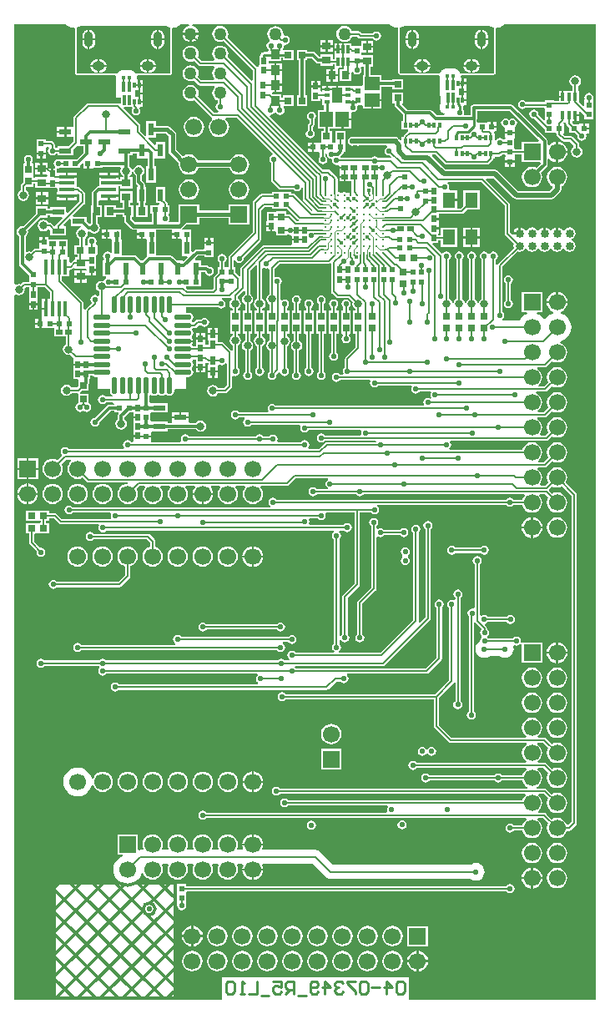
<source format=gbl>
G04 Layer_Physical_Order=4*
G04 Layer_Color=16711680*
%FSLAX43Y43*%
%MOMM*%
G71*
G01*
G75*
%ADD10C,0.180*%
%ADD11R,0.650X0.800*%
%ADD12R,0.800X0.650*%
%ADD14R,0.600X0.900*%
%ADD15R,0.650X0.500*%
%ADD17R,0.700X0.700*%
%ADD18R,0.700X0.700*%
%ADD20R,0.550X0.600*%
%ADD21R,0.500X0.650*%
%ADD27R,0.600X0.550*%
%ADD34R,1.300X1.600*%
%ADD36C,0.200*%
%ADD37C,0.300*%
%ADD38C,0.250*%
%ADD39C,0.150*%
%ADD40C,0.400*%
%ADD41C,0.175*%
%ADD42C,0.500*%
%ADD43C,3.600*%
%ADD44R,1.700X1.700*%
%ADD45R,1.700X1.700*%
%ADD46C,1.700*%
%ADD47O,1.250X0.950*%
G04:AMPARAMS|DCode=48|XSize=1.25mm|YSize=0.95mm|CornerRadius=0.475mm|HoleSize=0mm|Usage=FLASHONLY|Rotation=180.000|XOffset=0mm|YOffset=0mm|HoleType=Round|Shape=RoundedRectangle|*
%AMROUNDEDRECTD48*
21,1,1.250,0.000,0,0,180.0*
21,1,0.300,0.950,0,0,180.0*
1,1,0.950,-0.150,0.000*
1,1,0.950,0.150,0.000*
1,1,0.950,0.150,0.000*
1,1,0.950,-0.150,0.000*
%
%ADD48ROUNDEDRECTD48*%
%ADD49O,0.900X1.550*%
%ADD50C,0.850*%
%ADD51C,0.550*%
%ADD52C,0.400*%
%ADD53C,0.559*%
%ADD67C,0.800*%
%ADD68R,0.400X0.550*%
%ADD69R,0.300X0.550*%
%ADD70C,1.270*%
%ADD71R,0.950X1.000*%
%ADD72R,0.450X1.600*%
%ADD73R,0.800X0.850*%
%ADD74R,0.850X0.800*%
%ADD75R,0.600X1.300*%
%ADD76R,1.300X0.600*%
%ADD77R,1.500X1.350*%
%ADD78R,0.540X0.800*%
%ADD79R,0.300X0.600*%
%ADD80R,0.300X1.000*%
%ADD81R,0.400X1.000*%
%ADD82R,1.350X1.500*%
%ADD83R,0.350X0.850*%
%ADD84O,0.550X1.750*%
%ADD85O,1.750X0.550*%
%ADD86R,1.600X0.450*%
%ADD87R,0.600X0.300*%
%ADD88R,1.000X1.600*%
%ADD89C,0.280*%
%ADD90R,0.300X0.850*%
%ADD91R,0.300X0.950*%
%ADD92C,0.125*%
%ADD93C,0.254*%
G36*
X-55875Y-20050D02*
X-54668D01*
X-54610Y-20189D01*
X-55248Y-20827D01*
X-55309Y-20918D01*
X-55318Y-20964D01*
X-55470Y-20983D01*
X-55702Y-20752D01*
X-55793Y-20691D01*
X-55900Y-20670D01*
X-56044D01*
X-56134Y-20535D01*
X-56324Y-20408D01*
X-56549Y-20364D01*
X-56773Y-20408D01*
X-56963Y-20535D01*
X-57090Y-20726D01*
X-57135Y-20950D01*
X-57090Y-21174D01*
X-56963Y-21365D01*
X-56773Y-21492D01*
X-56549Y-21536D01*
X-56324Y-21492D01*
X-56134Y-21365D01*
X-55980Y-21356D01*
X-55875Y-21452D01*
Y-21950D01*
X-54225D01*
Y-21000D01*
X-54433D01*
X-54490Y-20861D01*
X-53914Y-20285D01*
X-53775Y-20343D01*
Y-21000D01*
X-52751D01*
X-52733Y-21027D01*
X-52805Y-21195D01*
X-52849Y-21203D01*
X-53040Y-21330D01*
X-53167Y-21521D01*
X-53211Y-21745D01*
X-53167Y-21969D01*
X-53040Y-22160D01*
X-52905Y-22249D01*
Y-22925D01*
X-53400D01*
Y-23925D01*
X-53105D01*
Y-24150D01*
X-53350D01*
Y-24300D01*
X-53377Y-24446D01*
X-53423Y-24455D01*
X-53484Y-24467D01*
X-53484Y-24467D01*
X-53484D01*
X-53518Y-24490D01*
X-53575Y-24528D01*
X-53575Y-24528D01*
X-53575Y-24528D01*
X-53750Y-24703D01*
X-53900Y-24641D01*
Y-24150D01*
X-54016D01*
X-54125Y-24050D01*
Y-23150D01*
X-54125D01*
Y-22350D01*
X-56025D01*
Y-22075D01*
X-56400D01*
Y-22575D01*
X-56500D01*
Y-22675D01*
X-56975D01*
Y-23075D01*
X-56975D01*
X-56950Y-23100D01*
Y-23295D01*
X-57350D01*
X-57350Y-23295D01*
X-57457Y-23316D01*
X-57548Y-23377D01*
X-57548Y-23377D01*
X-57792Y-23620D01*
X-57950Y-23589D01*
X-58174Y-23633D01*
X-58211Y-23658D01*
X-58344Y-23587D01*
Y-22045D01*
X-58260Y-21990D01*
X-58133Y-21799D01*
X-58089Y-21575D01*
X-58112Y-21456D01*
X-56806Y-20150D01*
X-56100D01*
Y-19906D01*
X-55875D01*
Y-20050D01*
D02*
G37*
G36*
X-43500Y-21725D02*
X-43000D01*
Y-21825D01*
X-42900D01*
Y-22300D01*
X-42594D01*
X-42488Y-22367D01*
X-42475Y-22440D01*
Y-24025D01*
X-41990D01*
X-41932Y-24164D01*
X-42325Y-24556D01*
X-42475Y-24494D01*
Y-24475D01*
X-43031D01*
X-43466Y-24041D01*
X-43573Y-23969D01*
X-43700Y-23944D01*
X-45075D01*
Y-22375D01*
X-45075D01*
Y-22275D01*
X-45075D01*
Y-21382D01*
X-43500D01*
Y-21725D01*
D02*
G37*
G36*
X-33361Y-19250D02*
X-32411D01*
Y-19250D01*
X-32361D01*
Y-19250D01*
X-31796D01*
X-30731Y-20315D01*
X-30668Y-20357D01*
X-30669Y-20434D01*
X-30693Y-20507D01*
X-30839D01*
X-31486Y-19861D01*
X-31573Y-19803D01*
X-31675Y-19782D01*
X-31875D01*
Y-19525D01*
X-32925D01*
Y-19525D01*
X-33025Y-19575D01*
X-33875D01*
Y-20500D01*
X-33900D01*
Y-20925D01*
X-33450D01*
Y-21025D01*
X-33350D01*
Y-21550D01*
X-33000D01*
X-32925Y-21669D01*
Y-21975D01*
X-31875D01*
Y-21921D01*
X-31725Y-21841D01*
X-31676Y-21874D01*
X-31500Y-21909D01*
X-31441Y-21897D01*
X-31325Y-21992D01*
Y-22275D01*
X-30875D01*
Y-22475D01*
X-31325D01*
Y-22900D01*
X-31462Y-22932D01*
X-34156D01*
X-34258Y-22953D01*
X-34345Y-23011D01*
X-36470Y-25136D01*
X-36528Y-25223D01*
X-36549Y-25325D01*
X-36536Y-25389D01*
Y-26024D01*
X-36686Y-26082D01*
X-37050Y-25718D01*
Y-25153D01*
X-37245D01*
Y-24492D01*
X-37106Y-24458D01*
X-37095Y-24460D01*
X-36999Y-24603D01*
X-36851Y-24703D01*
X-36675Y-24738D01*
X-36499Y-24703D01*
X-36351Y-24603D01*
X-36251Y-24455D01*
X-36216Y-24279D01*
X-36232Y-24197D01*
X-34557Y-22522D01*
X-34502Y-22439D01*
X-34483Y-22341D01*
Y-19418D01*
X-34119Y-19055D01*
X-33361D01*
Y-19250D01*
D02*
G37*
G36*
X-27318Y-24855D02*
Y-27650D01*
X-27297Y-27752D01*
X-27239Y-27839D01*
X-26864Y-28214D01*
X-26777Y-28272D01*
X-26675Y-28293D01*
X-25585D01*
X-25152Y-28726D01*
X-25186Y-28899D01*
X-25142Y-29124D01*
X-25015Y-29314D01*
X-24863Y-29415D01*
Y-29599D01*
X-25100D01*
Y-30749D01*
X-25100D01*
Y-30799D01*
X-25100D01*
Y-31949D01*
X-24855D01*
Y-33294D01*
X-25880Y-34320D01*
X-25935Y-34402D01*
X-25955Y-34500D01*
Y-35354D01*
X-26024Y-35401D01*
X-26124Y-35549D01*
X-26159Y-35725D01*
X-26124Y-35901D01*
X-26094Y-35945D01*
X-26174Y-36095D01*
X-26429D01*
X-26476Y-36026D01*
X-26624Y-35926D01*
X-26800Y-35891D01*
X-26976Y-35926D01*
X-27124Y-36026D01*
X-27224Y-36174D01*
X-27259Y-36350D01*
X-27224Y-36526D01*
X-27124Y-36674D01*
X-26976Y-36774D01*
X-26800Y-36809D01*
X-26624Y-36774D01*
X-26476Y-36674D01*
X-26429Y-36605D01*
X-23452D01*
X-23372Y-36728D01*
X-23375Y-36755D01*
X-23409Y-36925D01*
X-23374Y-37101D01*
X-23274Y-37249D01*
X-23126Y-37349D01*
X-22950Y-37384D01*
X-22774Y-37349D01*
X-22626Y-37249D01*
X-22579Y-37180D01*
X-19224D01*
X-19144Y-37330D01*
X-19174Y-37374D01*
X-19209Y-37550D01*
X-19174Y-37726D01*
X-19074Y-37874D01*
X-18926Y-37974D01*
X-18750Y-38009D01*
X-18574Y-37974D01*
X-18426Y-37874D01*
X-18379Y-37805D01*
X-17291D01*
X-17211Y-37955D01*
X-17224Y-37974D01*
X-17259Y-38150D01*
X-17224Y-38326D01*
X-17171Y-38405D01*
X-17279Y-38513D01*
X-17349Y-38466D01*
X-17525Y-38431D01*
X-17701Y-38466D01*
X-17849Y-38566D01*
X-17949Y-38714D01*
X-17984Y-38890D01*
X-17949Y-39066D01*
X-17929Y-39095D01*
X-18009Y-39245D01*
X-32974D01*
X-33021Y-39175D01*
X-33169Y-39076D01*
X-33345Y-39041D01*
X-33521Y-39076D01*
X-33669Y-39175D01*
X-33769Y-39324D01*
X-33804Y-39500D01*
X-33769Y-39675D01*
X-33722Y-39745D01*
X-33802Y-39895D01*
X-36708D01*
X-36751Y-39831D01*
X-36900Y-39731D01*
X-37075Y-39696D01*
X-37251Y-39731D01*
X-37400Y-39831D01*
X-37499Y-39979D01*
X-37534Y-40155D01*
X-37499Y-40331D01*
X-37400Y-40479D01*
X-37251Y-40579D01*
X-37075Y-40614D01*
X-36900Y-40579D01*
X-36751Y-40479D01*
X-36701Y-40405D01*
X-36175D01*
X-36129Y-40555D01*
X-36160Y-40576D01*
X-36260Y-40724D01*
X-36295Y-40900D01*
X-36260Y-41076D01*
X-36160Y-41224D01*
X-36012Y-41324D01*
X-35836Y-41359D01*
X-35660Y-41324D01*
X-35512Y-41224D01*
X-35465Y-41155D01*
X-30510D01*
X-30448Y-41271D01*
X-30446Y-41305D01*
X-30479Y-41470D01*
X-30444Y-41646D01*
X-30344Y-41794D01*
X-30196Y-41894D01*
X-30020Y-41929D01*
X-29844Y-41894D01*
X-29696Y-41794D01*
X-29636Y-41705D01*
X-24377D01*
X-24285Y-41855D01*
X-24309Y-41975D01*
X-24284Y-42100D01*
X-24374Y-42250D01*
X-27976D01*
X-28026Y-42176D01*
X-28174Y-42076D01*
X-28350Y-42041D01*
X-28526Y-42076D01*
X-28674Y-42176D01*
X-28774Y-42324D01*
X-28809Y-42500D01*
X-28774Y-42676D01*
X-28674Y-42824D01*
X-28526Y-42924D01*
X-28350Y-42959D01*
X-28174Y-42924D01*
X-28026Y-42824D01*
X-27982Y-42760D01*
X-22851D01*
X-22773Y-42910D01*
X-22798Y-42945D01*
X-27797D01*
X-27894Y-42965D01*
X-27977Y-43020D01*
X-28583Y-43625D01*
X-29610D01*
X-29641Y-43580D01*
X-29676Y-43475D01*
X-29596Y-43356D01*
X-29561Y-43180D01*
X-29596Y-43004D01*
X-29696Y-42856D01*
X-29844Y-42756D01*
X-30020Y-42721D01*
X-30196Y-42756D01*
X-30344Y-42856D01*
X-30374Y-42900D01*
X-32736D01*
X-32807Y-42750D01*
X-32777Y-42596D01*
X-32812Y-42419D01*
X-32912Y-42269D01*
X-33063Y-42168D01*
X-33240Y-42133D01*
X-33417Y-42168D01*
X-33568Y-42269D01*
X-33595Y-42310D01*
X-34236D01*
X-34266Y-42266D01*
X-34414Y-42166D01*
X-34590Y-42131D01*
X-34766Y-42166D01*
X-34914Y-42266D01*
X-34944Y-42310D01*
X-41796D01*
X-41826Y-42266D01*
X-41974Y-42166D01*
X-42150Y-42131D01*
X-42326Y-42166D01*
X-42474Y-42266D01*
X-42574Y-42414D01*
X-42609Y-42590D01*
X-42577Y-42750D01*
X-42587Y-42794D01*
X-42643Y-42900D01*
X-45531D01*
X-45650Y-42825D01*
X-45650Y-42750D01*
Y-42425D01*
X-46125D01*
Y-42225D01*
X-45650D01*
Y-41913D01*
X-45568Y-41810D01*
X-45510Y-41800D01*
X-43910D01*
Y-41620D01*
X-41070D01*
X-41015Y-41703D01*
X-40824Y-41830D01*
X-40600Y-41875D01*
X-40376Y-41830D01*
X-40185Y-41703D01*
X-40058Y-41513D01*
X-40014Y-41289D01*
X-40058Y-41064D01*
X-40185Y-40874D01*
X-40376Y-40747D01*
X-40600Y-40702D01*
X-40824Y-40747D01*
X-41015Y-40874D01*
X-41070Y-40957D01*
X-41669D01*
X-41785Y-40875D01*
X-41785Y-40807D01*
Y-40475D01*
X-42635D01*
X-43485D01*
Y-40807D01*
X-43485Y-40875D01*
X-43601Y-40957D01*
X-43910D01*
Y-40850D01*
X-45560D01*
X-45675Y-40765D01*
Y-39985D01*
X-45576Y-39912D01*
X-45546Y-39900D01*
X-43910D01*
Y-38950D01*
X-45560D01*
Y-38950D01*
X-45642D01*
X-45792Y-38871D01*
Y-38155D01*
X-45677Y-38111D01*
X-45658Y-38108D01*
X-45628Y-38114D01*
X-45499Y-38200D01*
X-45324Y-38235D01*
X-45148Y-38200D01*
X-45020Y-38114D01*
X-44954Y-38100D01*
X-44894D01*
X-44828Y-38114D01*
X-44699Y-38200D01*
X-44524Y-38235D01*
X-44348Y-38200D01*
X-44220Y-38114D01*
X-44154Y-38100D01*
X-44094D01*
X-44028Y-38114D01*
X-43899Y-38200D01*
X-43724Y-38235D01*
X-43548Y-38200D01*
X-43399Y-38101D01*
X-43300Y-37952D01*
X-43265Y-37776D01*
Y-37643D01*
X-43159Y-37537D01*
X-42030Y-37540D01*
X-42030Y-37390D01*
Y-36310D01*
X-41799D01*
X-41623Y-36275D01*
X-41474Y-36176D01*
X-41375Y-36027D01*
X-41340Y-35851D01*
X-41375Y-35676D01*
X-41461Y-35547D01*
X-41475Y-35481D01*
Y-35421D01*
X-41461Y-35355D01*
X-41375Y-35227D01*
X-41340Y-35051D01*
X-41375Y-34876D01*
X-41474Y-34727D01*
X-41416Y-34597D01*
X-41362Y-34532D01*
X-41025D01*
Y-34775D01*
X-41050D01*
Y-35200D01*
X-40600D01*
X-40150D01*
Y-34909D01*
X-40000Y-34847D01*
X-39998Y-34848D01*
X-39907Y-34909D01*
X-39800Y-34930D01*
Y-35100D01*
X-39825D01*
Y-35650D01*
X-39325D01*
X-38825D01*
Y-35121D01*
X-38736Y-35042D01*
X-38700Y-35024D01*
X-38626Y-35074D01*
X-38450Y-35109D01*
X-38274Y-35074D01*
X-38126Y-34974D01*
X-38090Y-34922D01*
X-37940Y-34967D01*
Y-37124D01*
X-38236Y-37420D01*
X-38821D01*
X-38910Y-37285D01*
X-39101Y-37158D01*
X-39325Y-37114D01*
X-39549Y-37158D01*
X-39740Y-37285D01*
X-39867Y-37476D01*
X-39911Y-37700D01*
X-39867Y-37924D01*
X-39740Y-38115D01*
X-39549Y-38242D01*
X-39325Y-38286D01*
X-39101Y-38242D01*
X-38910Y-38115D01*
X-38821Y-37980D01*
X-38120D01*
X-38013Y-37959D01*
X-37922Y-37898D01*
X-37462Y-37438D01*
X-37401Y-37347D01*
X-37380Y-37240D01*
Y-36243D01*
X-37335Y-36219D01*
X-37230Y-36178D01*
X-37075Y-36209D01*
X-36900Y-36174D01*
X-36751Y-36074D01*
X-36651Y-35926D01*
X-36616Y-35750D01*
X-36651Y-35574D01*
X-36751Y-35426D01*
X-36820Y-35379D01*
Y-33146D01*
X-36661Y-33040D01*
X-36533Y-32849D01*
X-36489Y-32625D01*
X-36533Y-32401D01*
X-36661Y-32210D01*
X-36820Y-32104D01*
Y-31950D01*
X-36575D01*
Y-30800D01*
X-36575D01*
Y-30750D01*
X-36575D01*
Y-29600D01*
X-36820D01*
Y-29417D01*
X-36666Y-29314D01*
X-36539Y-29124D01*
X-36495Y-28900D01*
X-36539Y-28675D01*
X-36666Y-28485D01*
X-36820Y-28382D01*
Y-28157D01*
X-36241Y-27578D01*
X-36091Y-27640D01*
Y-27888D01*
X-36251Y-27995D01*
X-36378Y-28185D01*
X-36422Y-28410D01*
X-36378Y-28634D01*
X-36251Y-28824D01*
X-36091Y-28931D01*
Y-29600D01*
X-36336D01*
Y-30650D01*
X-36336Y-30750D01*
X-36336Y-30900D01*
Y-31950D01*
X-36091D01*
Y-32609D01*
X-36251Y-32716D01*
X-36378Y-32906D01*
X-36422Y-33130D01*
X-36378Y-33355D01*
X-36251Y-33545D01*
X-36080Y-33659D01*
Y-35779D01*
X-36150Y-35826D01*
X-36249Y-35974D01*
X-36284Y-36150D01*
X-36249Y-36326D01*
X-36150Y-36474D01*
X-36001Y-36574D01*
X-35825Y-36609D01*
X-35650Y-36574D01*
X-35501Y-36474D01*
X-35401Y-36326D01*
X-35366Y-36150D01*
X-35401Y-35974D01*
X-35501Y-35826D01*
X-35570Y-35779D01*
Y-33644D01*
X-35421Y-33545D01*
X-35294Y-33355D01*
X-35250Y-33130D01*
X-35294Y-32906D01*
X-35421Y-32716D01*
X-35581Y-32609D01*
Y-31950D01*
X-35336D01*
Y-30900D01*
X-35336Y-30800D01*
X-35336Y-30650D01*
Y-29600D01*
X-35581D01*
Y-28931D01*
X-35421Y-28824D01*
X-35294Y-28634D01*
X-35250Y-28410D01*
X-35294Y-28185D01*
X-35421Y-27995D01*
X-35581Y-27888D01*
Y-25506D01*
X-34984Y-24909D01*
X-34846Y-24966D01*
Y-28378D01*
X-35006Y-28485D01*
X-35133Y-28675D01*
X-35177Y-28900D01*
X-35133Y-29124D01*
X-35006Y-29314D01*
X-34846Y-29421D01*
Y-29600D01*
X-35091D01*
Y-30650D01*
X-35091Y-30750D01*
X-35091Y-30900D01*
Y-31950D01*
X-34846D01*
Y-32129D01*
X-35006Y-32236D01*
X-35133Y-32426D01*
X-35177Y-32650D01*
X-35133Y-32875D01*
X-35006Y-33065D01*
X-34846Y-33172D01*
Y-35379D01*
X-34915Y-35426D01*
X-35015Y-35574D01*
X-35050Y-35750D01*
X-35015Y-35926D01*
X-34915Y-36074D01*
X-34767Y-36174D01*
X-34591Y-36209D01*
X-34415Y-36174D01*
X-34267Y-36074D01*
X-34167Y-35926D01*
X-34132Y-35750D01*
X-34167Y-35574D01*
X-34267Y-35426D01*
X-34336Y-35379D01*
Y-33172D01*
X-34176Y-33065D01*
X-34049Y-32875D01*
X-34005Y-32650D01*
X-34049Y-32426D01*
X-34176Y-32236D01*
X-34336Y-32129D01*
Y-31950D01*
X-34091D01*
Y-30900D01*
X-34091Y-30800D01*
X-34091Y-30650D01*
Y-29600D01*
X-34336D01*
Y-29421D01*
X-34176Y-29314D01*
X-34049Y-29124D01*
X-34005Y-28900D01*
X-34049Y-28675D01*
X-34176Y-28485D01*
X-34336Y-28378D01*
Y-25294D01*
X-34186Y-25217D01*
X-34101Y-25274D01*
X-33925Y-25309D01*
X-33775Y-25279D01*
X-33678Y-25329D01*
X-33625Y-25371D01*
Y-27905D01*
X-33760Y-27995D01*
X-33887Y-28185D01*
X-33931Y-28410D01*
X-33887Y-28634D01*
X-33760Y-28824D01*
X-33600Y-28931D01*
Y-29600D01*
X-33845D01*
Y-30750D01*
X-33845D01*
Y-30800D01*
X-33845D01*
Y-31950D01*
X-33600D01*
Y-32609D01*
X-33760Y-32716D01*
X-33887Y-32906D01*
X-33931Y-33130D01*
X-33887Y-33355D01*
X-33760Y-33545D01*
X-33605Y-33648D01*
Y-35780D01*
X-33675Y-35827D01*
X-33774Y-35976D01*
X-33809Y-36151D01*
X-33774Y-36327D01*
X-33675Y-36476D01*
X-33526Y-36575D01*
X-33350Y-36610D01*
X-33175Y-36575D01*
X-33026Y-36476D01*
X-32926Y-36327D01*
X-32891Y-36151D01*
X-32908Y-36069D01*
X-32687Y-35849D01*
X-32524Y-35898D01*
X-32519Y-35925D01*
X-32420Y-36074D01*
X-32271Y-36174D01*
X-32095Y-36208D01*
X-31920Y-36174D01*
X-31771Y-36074D01*
X-31671Y-35925D01*
X-31636Y-35750D01*
X-31671Y-35574D01*
X-31771Y-35425D01*
X-31840Y-35379D01*
Y-33172D01*
X-31681Y-33065D01*
X-31553Y-32875D01*
X-31509Y-32650D01*
X-31553Y-32426D01*
X-31681Y-32236D01*
X-31840Y-32129D01*
Y-31950D01*
X-31595D01*
Y-30800D01*
X-31595Y-30800D01*
Y-30750D01*
X-31595D01*
X-31595Y-30650D01*
Y-29600D01*
X-31825D01*
Y-29266D01*
X-31771Y-29230D01*
X-31671Y-29081D01*
X-31636Y-28906D01*
X-31671Y-28730D01*
X-31771Y-28581D01*
X-31920Y-28482D01*
X-32095Y-28447D01*
X-32271Y-28482D01*
X-32315Y-28511D01*
X-32465Y-28431D01*
Y-26904D01*
X-32386Y-26786D01*
X-32351Y-26610D01*
X-32386Y-26434D01*
X-32486Y-26286D01*
X-32634Y-26186D01*
X-32810Y-26151D01*
X-32965Y-26182D01*
X-33056Y-26149D01*
X-33115Y-26117D01*
Y-25334D01*
X-32574Y-24792D01*
X-27562D01*
X-27465Y-24773D01*
X-27318Y-24855D01*
D02*
G37*
G36*
X-529Y-99471D02*
X-19471D01*
Y-97201D01*
X-38448D01*
Y-99471D01*
X-43300D01*
X-43300Y-96087D01*
X-43300Y-87775D01*
X-47445D01*
X-47475Y-87625D01*
X-47274Y-87542D01*
X-46971Y-87309D01*
X-46738Y-87006D01*
X-46592Y-86654D01*
X-46589Y-86631D01*
X-46435Y-86611D01*
X-46360Y-86792D01*
X-46196Y-87006D01*
X-45982Y-87170D01*
X-45733Y-87274D01*
X-45465Y-87309D01*
X-45197Y-87274D01*
X-44948Y-87170D01*
X-44734Y-87006D01*
X-44570Y-86792D01*
X-44466Y-86543D01*
X-44431Y-86275D01*
X-44466Y-86007D01*
X-44533Y-85846D01*
X-44436Y-85696D01*
X-43954D01*
X-43857Y-85846D01*
X-43924Y-86007D01*
X-43959Y-86275D01*
X-43924Y-86543D01*
X-43820Y-86792D01*
X-43656Y-87006D01*
X-43442Y-87170D01*
X-43193Y-87274D01*
X-42925Y-87309D01*
X-42657Y-87274D01*
X-42408Y-87170D01*
X-42194Y-87006D01*
X-42030Y-86792D01*
X-41926Y-86543D01*
X-41891Y-86275D01*
X-41926Y-86007D01*
X-41993Y-85846D01*
X-41896Y-85696D01*
X-41414D01*
X-41317Y-85846D01*
X-41384Y-86007D01*
X-41419Y-86275D01*
X-41384Y-86543D01*
X-41280Y-86792D01*
X-41116Y-87006D01*
X-40902Y-87170D01*
X-40653Y-87274D01*
X-40385Y-87309D01*
X-40117Y-87274D01*
X-39868Y-87170D01*
X-39654Y-87006D01*
X-39490Y-86792D01*
X-39386Y-86543D01*
X-39351Y-86275D01*
X-39386Y-86007D01*
X-39453Y-85846D01*
X-39356Y-85696D01*
X-38874D01*
X-38777Y-85846D01*
X-38844Y-86007D01*
X-38879Y-86275D01*
X-38844Y-86543D01*
X-38740Y-86792D01*
X-38576Y-87006D01*
X-38362Y-87170D01*
X-38113Y-87274D01*
X-37845Y-87309D01*
X-37577Y-87274D01*
X-37328Y-87170D01*
X-37114Y-87006D01*
X-36950Y-86792D01*
X-36846Y-86543D01*
X-36811Y-86275D01*
X-36846Y-86007D01*
X-36913Y-85846D01*
X-36816Y-85696D01*
X-36364D01*
X-36264Y-85846D01*
X-36328Y-86001D01*
X-36351Y-86175D01*
X-34259D01*
X-34282Y-86001D01*
X-34346Y-85846D01*
X-34246Y-85696D01*
X-29227D01*
X-27924Y-86999D01*
X-27778Y-87111D01*
X-27608Y-87182D01*
X-27425Y-87206D01*
X-13167D01*
X-13091Y-87264D01*
X-12878Y-87352D01*
X-12650Y-87383D01*
X-12422Y-87352D01*
X-12209Y-87264D01*
X-12026Y-87124D01*
X-11886Y-86941D01*
X-11798Y-86728D01*
X-11767Y-86500D01*
X-11798Y-86272D01*
X-11886Y-86059D01*
X-12026Y-85876D01*
X-12209Y-85736D01*
X-12422Y-85648D01*
X-12650Y-85617D01*
X-12878Y-85648D01*
X-13091Y-85736D01*
X-13167Y-85794D01*
X-27133D01*
X-28436Y-84491D01*
X-28582Y-84379D01*
X-28752Y-84308D01*
X-28935Y-84284D01*
X-34234D01*
X-34334Y-84134D01*
X-34282Y-84009D01*
X-34259Y-83835D01*
X-36351D01*
X-36328Y-84009D01*
X-36276Y-84134D01*
X-36376Y-84284D01*
X-36801D01*
X-36901Y-84134D01*
X-36846Y-84003D01*
X-36811Y-83735D01*
X-36846Y-83467D01*
X-36950Y-83218D01*
X-37114Y-83004D01*
X-37328Y-82840D01*
X-37577Y-82736D01*
X-37845Y-82701D01*
X-38113Y-82736D01*
X-38362Y-82840D01*
X-38576Y-83004D01*
X-38740Y-83218D01*
X-38844Y-83467D01*
X-38879Y-83735D01*
X-38844Y-84003D01*
X-38789Y-84134D01*
X-38889Y-84284D01*
X-39341D01*
X-39441Y-84134D01*
X-39386Y-84003D01*
X-39351Y-83735D01*
X-39386Y-83467D01*
X-39490Y-83218D01*
X-39654Y-83004D01*
X-39868Y-82840D01*
X-40117Y-82736D01*
X-40385Y-82701D01*
X-40653Y-82736D01*
X-40902Y-82840D01*
X-41116Y-83004D01*
X-41280Y-83218D01*
X-41384Y-83467D01*
X-41419Y-83735D01*
X-41384Y-84003D01*
X-41329Y-84134D01*
X-41429Y-84284D01*
X-41881D01*
X-41981Y-84134D01*
X-41926Y-84003D01*
X-41891Y-83735D01*
X-41926Y-83467D01*
X-42030Y-83218D01*
X-42194Y-83004D01*
X-42408Y-82840D01*
X-42657Y-82736D01*
X-42925Y-82701D01*
X-43193Y-82736D01*
X-43442Y-82840D01*
X-43656Y-83004D01*
X-43820Y-83218D01*
X-43924Y-83467D01*
X-43959Y-83735D01*
X-43924Y-84003D01*
X-43869Y-84134D01*
X-43969Y-84284D01*
X-44421D01*
X-44521Y-84134D01*
X-44466Y-84003D01*
X-44431Y-83735D01*
X-44466Y-83467D01*
X-44570Y-83218D01*
X-44734Y-83004D01*
X-44948Y-82840D01*
X-45197Y-82736D01*
X-45465Y-82701D01*
X-45733Y-82736D01*
X-45982Y-82840D01*
X-46196Y-83004D01*
X-46360Y-83218D01*
X-46464Y-83467D01*
X-46499Y-83735D01*
X-46464Y-84003D01*
X-46409Y-84134D01*
X-46509Y-84284D01*
X-46720D01*
X-46830Y-84298D01*
X-46980Y-84193D01*
Y-82710D01*
X-49030D01*
Y-84760D01*
X-48528D01*
X-48499Y-84910D01*
X-48736Y-85008D01*
X-49039Y-85241D01*
X-49272Y-85544D01*
X-49418Y-85896D01*
X-49468Y-86275D01*
X-49418Y-86654D01*
X-49272Y-87006D01*
X-49039Y-87309D01*
X-48736Y-87542D01*
X-48535Y-87625D01*
X-48565Y-87775D01*
X-55275D01*
Y-99471D01*
X-59471D01*
Y-28024D01*
X-59321Y-27944D01*
X-59249Y-27992D01*
X-59025Y-28036D01*
X-58801Y-27992D01*
X-58610Y-27865D01*
X-58483Y-27674D01*
X-58439Y-27450D01*
X-58457Y-27361D01*
X-58345Y-27230D01*
X-58000D01*
Y-27425D01*
X-58000D01*
X-57975Y-27475D01*
Y-28400D01*
X-58000D01*
Y-28825D01*
X-57100D01*
Y-28400D01*
X-57125D01*
Y-27475D01*
X-57100Y-27425D01*
X-57100D01*
Y-27230D01*
X-56366D01*
X-55880Y-27716D01*
Y-28375D01*
X-56150D01*
Y-29375D01*
X-56250D01*
Y-29475D01*
X-56675D01*
Y-30275D01*
X-56675Y-30375D01*
X-56750Y-30404D01*
Y-30900D01*
Y-31375D01*
X-56465D01*
X-56350Y-31375D01*
X-56210Y-31350D01*
X-55425D01*
Y-32150D01*
X-54255D01*
Y-32996D01*
X-54390Y-33085D01*
X-54517Y-33276D01*
X-54561Y-33500D01*
X-54517Y-33724D01*
X-54390Y-33915D01*
X-54199Y-34042D01*
X-53975Y-34086D01*
X-53817Y-34055D01*
X-53496Y-34375D01*
X-53525Y-34525D01*
X-53525Y-34525D01*
Y-34950D01*
X-53075D01*
Y-35150D01*
X-53525D01*
Y-35575D01*
X-53500D01*
Y-36500D01*
X-53085D01*
X-53025Y-36625D01*
Y-37278D01*
X-53116Y-37370D01*
X-53696D01*
X-53785Y-37235D01*
X-53976Y-37108D01*
X-54200Y-37064D01*
X-54424Y-37108D01*
X-54615Y-37235D01*
X-54742Y-37426D01*
X-54786Y-37650D01*
X-54742Y-37874D01*
X-54615Y-38065D01*
X-54424Y-38192D01*
X-54200Y-38236D01*
X-53976Y-38192D01*
X-53785Y-38065D01*
X-53696Y-37930D01*
X-53136D01*
X-53025Y-38025D01*
X-53025Y-38057D01*
Y-38976D01*
X-53026Y-38976D01*
X-53174Y-39076D01*
X-53274Y-39224D01*
X-53309Y-39400D01*
X-53274Y-39576D01*
X-53174Y-39724D01*
X-53026Y-39824D01*
X-52850Y-39859D01*
X-52674Y-39824D01*
X-52615Y-39784D01*
X-52500Y-39735D01*
X-52385Y-39784D01*
X-52326Y-39824D01*
X-52150Y-39859D01*
X-51974Y-39824D01*
X-51826Y-39724D01*
X-51726Y-39576D01*
X-51691Y-39400D01*
X-51726Y-39224D01*
X-51826Y-39076D01*
X-51974Y-38976D01*
X-51975Y-38976D01*
Y-38025D01*
X-52796D01*
X-52844Y-37887D01*
X-52842Y-37875D01*
X-52802Y-37848D01*
X-52802Y-37848D01*
X-52802Y-37848D01*
X-52628Y-37675D01*
X-51975D01*
Y-37073D01*
X-51944Y-37027D01*
X-51919Y-36900D01*
Y-36500D01*
X-51825D01*
Y-36183D01*
X-51563D01*
X-51424Y-36275D01*
X-51249Y-36310D01*
X-51010D01*
Y-37520D01*
X-49783Y-37523D01*
Y-37776D01*
X-49748Y-37952D01*
X-49648Y-38101D01*
X-49545Y-38170D01*
X-49590Y-38320D01*
X-50196D01*
X-50226Y-38276D01*
X-50374Y-38176D01*
X-50550Y-38141D01*
X-50726Y-38176D01*
X-50874Y-38276D01*
X-50974Y-38424D01*
X-51009Y-38600D01*
X-50974Y-38776D01*
X-50874Y-38924D01*
X-50726Y-39024D01*
X-50550Y-39059D01*
X-50374Y-39024D01*
X-50226Y-38924D01*
X-50196Y-38880D01*
X-49489D01*
X-49382Y-39008D01*
X-49408Y-39094D01*
X-49850D01*
X-49977Y-39119D01*
X-50084Y-39191D01*
X-51337Y-40444D01*
X-51501Y-40476D01*
X-51649Y-40576D01*
X-51749Y-40724D01*
X-51784Y-40900D01*
X-51749Y-41076D01*
X-51649Y-41224D01*
X-51501Y-41324D01*
X-51325Y-41359D01*
X-51149Y-41324D01*
X-51001Y-41224D01*
X-50901Y-41076D01*
X-50869Y-40912D01*
X-49713Y-39756D01*
X-49325D01*
Y-39875D01*
X-48961D01*
X-48907Y-40025D01*
X-48956Y-40098D01*
X-48956Y-40098D01*
X-48981Y-40225D01*
Y-40580D01*
X-49065Y-40635D01*
X-49192Y-40826D01*
X-49236Y-41050D01*
X-49192Y-41274D01*
X-49065Y-41465D01*
X-48874Y-41592D01*
X-48650Y-41636D01*
X-48426Y-41592D01*
X-48235Y-41465D01*
X-48108Y-41274D01*
X-48064Y-41050D01*
X-48108Y-40826D01*
X-48235Y-40635D01*
X-48319Y-40580D01*
Y-40362D01*
X-47831Y-39875D01*
X-47575D01*
X-47425Y-39875D01*
Y-40300D01*
X-46975D01*
Y-40500D01*
X-47425D01*
Y-40925D01*
X-47400D01*
Y-41775D01*
X-47425D01*
Y-42200D01*
X-46975D01*
Y-42400D01*
X-47425D01*
Y-42750D01*
X-47425Y-42825D01*
X-47544Y-42900D01*
X-47646D01*
X-47676Y-42856D01*
X-47824Y-42756D01*
X-48000Y-42721D01*
X-48176Y-42756D01*
X-48324Y-42856D01*
X-48424Y-43004D01*
X-48459Y-43180D01*
X-48424Y-43356D01*
X-48344Y-43475D01*
X-48379Y-43580D01*
X-48410Y-43625D01*
X-53959D01*
X-54006Y-43556D01*
X-54154Y-43456D01*
X-54330Y-43421D01*
X-54506Y-43456D01*
X-54654Y-43556D01*
X-54754Y-43704D01*
X-54789Y-43880D01*
X-54754Y-44056D01*
X-54654Y-44204D01*
X-54647Y-44280D01*
X-55096Y-44729D01*
X-55332Y-44631D01*
X-55600Y-44596D01*
X-55868Y-44631D01*
X-56117Y-44735D01*
X-56331Y-44899D01*
X-56495Y-45113D01*
X-56599Y-45362D01*
X-56634Y-45630D01*
X-56599Y-45898D01*
X-56495Y-46147D01*
X-56331Y-46361D01*
X-56117Y-46525D01*
X-55868Y-46629D01*
X-55600Y-46664D01*
X-55332Y-46629D01*
X-55083Y-46525D01*
X-54869Y-46361D01*
X-54705Y-46147D01*
X-54601Y-45898D01*
X-54566Y-45630D01*
X-54601Y-45362D01*
X-54699Y-45126D01*
X-54259Y-44685D01*
X-53759D01*
X-53708Y-44835D01*
X-53791Y-44899D01*
X-53955Y-45113D01*
X-54059Y-45362D01*
X-54094Y-45630D01*
X-54059Y-45898D01*
X-53955Y-46147D01*
X-53791Y-46361D01*
X-53577Y-46525D01*
X-53328Y-46629D01*
X-53060Y-46664D01*
X-52792Y-46629D01*
X-52556Y-46531D01*
X-52168Y-46918D01*
X-52077Y-46979D01*
X-51970Y-47000D01*
X-51906Y-46988D01*
X-50541D01*
X-50531Y-47138D01*
X-50788Y-47171D01*
X-51037Y-47275D01*
X-51251Y-47439D01*
X-51415Y-47653D01*
X-51519Y-47902D01*
X-51554Y-48170D01*
X-51519Y-48438D01*
X-51415Y-48687D01*
X-51251Y-48901D01*
X-51037Y-49065D01*
X-50788Y-49169D01*
X-50520Y-49204D01*
X-50252Y-49169D01*
X-50003Y-49065D01*
X-49789Y-48901D01*
X-49625Y-48687D01*
X-49521Y-48438D01*
X-49486Y-48170D01*
X-49521Y-47902D01*
X-49625Y-47653D01*
X-49789Y-47439D01*
X-50003Y-47275D01*
X-50252Y-47171D01*
X-50509Y-47138D01*
X-50499Y-46988D01*
X-48001D01*
X-47991Y-47138D01*
X-48248Y-47171D01*
X-48497Y-47275D01*
X-48711Y-47439D01*
X-48875Y-47653D01*
X-48979Y-47902D01*
X-49014Y-48170D01*
X-48979Y-48438D01*
X-48875Y-48687D01*
X-48711Y-48901D01*
X-48497Y-49065D01*
X-48248Y-49169D01*
X-47980Y-49204D01*
X-47712Y-49169D01*
X-47463Y-49065D01*
X-47249Y-48901D01*
X-47085Y-48687D01*
X-46981Y-48438D01*
X-46946Y-48170D01*
X-46981Y-47902D01*
X-47085Y-47653D01*
X-46769Y-47338D01*
X-46273D01*
X-46208Y-47488D01*
X-46335Y-47653D01*
X-46439Y-47902D01*
X-46474Y-48170D01*
X-46439Y-48438D01*
X-46335Y-48687D01*
X-46171Y-48901D01*
X-45957Y-49065D01*
X-45708Y-49169D01*
X-45440Y-49204D01*
X-45172Y-49169D01*
X-44923Y-49065D01*
X-44709Y-48901D01*
X-44545Y-48687D01*
X-44441Y-48438D01*
X-44406Y-48170D01*
X-44441Y-47902D01*
X-44545Y-47653D01*
X-44672Y-47488D01*
X-44607Y-47338D01*
X-43733D01*
X-43668Y-47488D01*
X-43795Y-47653D01*
X-43899Y-47902D01*
X-43934Y-48170D01*
X-43899Y-48438D01*
X-43795Y-48687D01*
X-43631Y-48901D01*
X-43417Y-49065D01*
X-43168Y-49169D01*
X-42900Y-49204D01*
X-42632Y-49169D01*
X-42383Y-49065D01*
X-42169Y-48901D01*
X-42005Y-48687D01*
X-41901Y-48438D01*
X-41866Y-48170D01*
X-41901Y-47902D01*
X-42005Y-47653D01*
X-42132Y-47488D01*
X-42067Y-47338D01*
X-41234D01*
X-41160Y-47488D01*
X-41277Y-47640D01*
X-41383Y-47896D01*
X-41406Y-48070D01*
X-39314D01*
X-39337Y-47896D01*
X-39443Y-47640D01*
X-39560Y-47488D01*
X-39486Y-47338D01*
X-38653D01*
X-38588Y-47488D01*
X-38715Y-47653D01*
X-38819Y-47902D01*
X-38854Y-48170D01*
X-38819Y-48438D01*
X-38715Y-48687D01*
X-38551Y-48901D01*
X-38337Y-49065D01*
X-38088Y-49169D01*
X-37820Y-49204D01*
X-37552Y-49169D01*
X-37303Y-49065D01*
X-37089Y-48901D01*
X-36925Y-48687D01*
X-36821Y-48438D01*
X-36786Y-48170D01*
X-36821Y-47902D01*
X-36925Y-47653D01*
X-37052Y-47488D01*
X-36987Y-47338D01*
X-36113D01*
X-36048Y-47488D01*
X-36175Y-47653D01*
X-36279Y-47902D01*
X-36314Y-48170D01*
X-36279Y-48438D01*
X-36175Y-48687D01*
X-36011Y-48901D01*
X-35797Y-49065D01*
X-35548Y-49169D01*
X-35280Y-49204D01*
X-35012Y-49169D01*
X-34763Y-49065D01*
X-34549Y-48901D01*
X-34385Y-48687D01*
X-34281Y-48438D01*
X-34246Y-48170D01*
X-34281Y-47902D01*
X-34385Y-47653D01*
X-34512Y-47488D01*
X-34447Y-47338D01*
X-31800D01*
X-31698Y-47317D01*
X-31611Y-47259D01*
X-30919Y-46568D01*
X-27658D01*
X-27636Y-46716D01*
X-27784Y-46816D01*
X-27884Y-46964D01*
X-27919Y-47140D01*
X-27884Y-47316D01*
X-27784Y-47464D01*
X-27664Y-47545D01*
X-27685Y-47686D01*
X-27689Y-47695D01*
X-28809D01*
X-28856Y-47626D01*
X-29004Y-47526D01*
X-29180Y-47491D01*
X-29356Y-47526D01*
X-29504Y-47626D01*
X-29604Y-47774D01*
X-29639Y-47950D01*
X-29604Y-48126D01*
X-29504Y-48274D01*
X-29356Y-48374D01*
X-29180Y-48409D01*
X-29004Y-48374D01*
X-28856Y-48274D01*
X-28809Y-48205D01*
X-24811D01*
X-24764Y-48274D01*
X-24616Y-48374D01*
X-24440Y-48409D01*
X-24264Y-48374D01*
X-24116Y-48274D01*
X-24069Y-48205D01*
X-7781D01*
X-7729Y-48355D01*
X-7865Y-48533D01*
X-7953Y-48745D01*
X-8829D01*
X-8876Y-48676D01*
X-9024Y-48576D01*
X-9200Y-48541D01*
X-9376Y-48576D01*
X-9524Y-48676D01*
X-9571Y-48745D01*
X-32864D01*
X-32912Y-48672D01*
X-33063Y-48572D01*
X-33240Y-48537D01*
X-33417Y-48572D01*
X-33568Y-48672D01*
X-33668Y-48823D01*
X-33703Y-49000D01*
X-33668Y-49177D01*
X-33568Y-49328D01*
X-33505Y-49370D01*
X-33550Y-49520D01*
X-53596D01*
X-53626Y-49476D01*
X-53774Y-49376D01*
X-53950Y-49341D01*
X-54126Y-49376D01*
X-54274Y-49476D01*
X-54374Y-49624D01*
X-54409Y-49800D01*
X-54374Y-49976D01*
X-54274Y-50124D01*
X-54126Y-50224D01*
X-53950Y-50259D01*
X-53774Y-50224D01*
X-53626Y-50124D01*
X-53596Y-50080D01*
X-49738D01*
X-49659Y-50230D01*
X-49689Y-50380D01*
X-49657Y-50540D01*
X-49667Y-50584D01*
X-49723Y-50690D01*
X-54654D01*
X-55162Y-50182D01*
X-55253Y-50121D01*
X-55360Y-50100D01*
X-55975D01*
Y-49880D01*
X-57025D01*
X-57125Y-49880D01*
X-57275Y-49880D01*
X-58325D01*
Y-50880D01*
X-57275D01*
X-57175Y-50880D01*
X-57025Y-50880D01*
X-56830D01*
Y-51034D01*
X-56936Y-51140D01*
X-57125Y-51140D01*
X-57275Y-51140D01*
X-58325D01*
Y-52140D01*
X-58005D01*
Y-53125D01*
X-57985Y-53223D01*
X-57930Y-53305D01*
X-57243Y-53993D01*
X-57259Y-54075D01*
X-57224Y-54251D01*
X-57124Y-54399D01*
X-56976Y-54499D01*
X-56800Y-54534D01*
X-56624Y-54499D01*
X-56476Y-54399D01*
X-56376Y-54251D01*
X-56341Y-54075D01*
X-56376Y-53899D01*
X-56476Y-53751D01*
X-56624Y-53651D01*
X-56800Y-53616D01*
X-56882Y-53632D01*
X-57495Y-53019D01*
Y-52246D01*
X-57389Y-52140D01*
X-57175Y-52140D01*
X-57025Y-52140D01*
X-55975D01*
Y-51140D01*
X-56270D01*
Y-50880D01*
X-55975D01*
Y-50660D01*
X-55476D01*
X-54968Y-51168D01*
X-54877Y-51229D01*
X-54770Y-51250D01*
X-50971D01*
X-50891Y-51400D01*
X-50914Y-51434D01*
X-50949Y-51610D01*
X-50914Y-51786D01*
X-50814Y-51934D01*
X-50666Y-52034D01*
X-50586Y-52050D01*
X-50536Y-52060D01*
X-50551Y-52210D01*
X-51436D01*
X-51466Y-52166D01*
X-51614Y-52066D01*
X-51790Y-52031D01*
X-51966Y-52066D01*
X-52114Y-52166D01*
X-52214Y-52314D01*
X-52249Y-52490D01*
X-52214Y-52666D01*
X-52114Y-52814D01*
X-51966Y-52914D01*
X-51790Y-52949D01*
X-51614Y-52914D01*
X-51466Y-52814D01*
X-51436Y-52770D01*
X-46056D01*
X-45720Y-53106D01*
Y-53525D01*
X-45733Y-53526D01*
X-45982Y-53630D01*
X-46196Y-53794D01*
X-46360Y-54008D01*
X-46464Y-54257D01*
X-46499Y-54525D01*
X-46464Y-54793D01*
X-46360Y-55042D01*
X-46196Y-55256D01*
X-45982Y-55420D01*
X-45733Y-55524D01*
X-45465Y-55559D01*
X-45197Y-55524D01*
X-44948Y-55420D01*
X-44734Y-55256D01*
X-44570Y-55042D01*
X-44466Y-54793D01*
X-44431Y-54525D01*
X-44466Y-54257D01*
X-44570Y-54008D01*
X-44734Y-53794D01*
X-44948Y-53630D01*
X-45160Y-53542D01*
Y-52990D01*
X-45181Y-52883D01*
X-45242Y-52792D01*
X-45742Y-52292D01*
X-45833Y-52231D01*
X-45940Y-52210D01*
X-50429D01*
X-50444Y-52060D01*
X-50394Y-52050D01*
X-50314Y-52034D01*
X-50166Y-51934D01*
X-50129Y-51880D01*
X-27102D01*
X-27057Y-52030D01*
X-27124Y-52076D01*
X-27224Y-52224D01*
X-27259Y-52400D01*
X-27224Y-52576D01*
X-27124Y-52724D01*
X-27080Y-52754D01*
Y-63371D01*
X-27124Y-63401D01*
X-27224Y-63549D01*
X-27259Y-63725D01*
X-27224Y-63901D01*
X-27124Y-64049D01*
X-27019Y-64120D01*
X-27065Y-64270D01*
X-30966D01*
X-30996Y-64226D01*
X-31144Y-64126D01*
X-31320Y-64091D01*
X-31496Y-64126D01*
X-31644Y-64226D01*
X-31744Y-64374D01*
X-31779Y-64550D01*
X-31744Y-64726D01*
X-31644Y-64874D01*
X-31577Y-64920D01*
X-31622Y-65070D01*
X-32086D01*
X-32116Y-65026D01*
X-32264Y-64926D01*
X-32440Y-64891D01*
X-32616Y-64926D01*
X-32764Y-65026D01*
X-32794Y-65070D01*
X-49050D01*
X-49125Y-65055D01*
X-49200Y-65070D01*
X-50166D01*
X-50206Y-65011D01*
X-50354Y-64911D01*
X-50530Y-64876D01*
X-50706Y-64911D01*
X-50854Y-65011D01*
X-50894Y-65070D01*
X-56449D01*
X-56479Y-65026D01*
X-56627Y-64926D01*
X-56803Y-64891D01*
X-56979Y-64926D01*
X-57127Y-65026D01*
X-57227Y-65174D01*
X-57262Y-65350D01*
X-57227Y-65526D01*
X-57127Y-65674D01*
X-56979Y-65774D01*
X-56803Y-65809D01*
X-56627Y-65774D01*
X-56479Y-65674D01*
X-56449Y-65630D01*
X-50874D01*
X-50861Y-65650D01*
X-50842Y-65694D01*
Y-65818D01*
X-50854Y-65826D01*
X-50954Y-65974D01*
X-50989Y-66150D01*
X-50954Y-66326D01*
X-50854Y-66474D01*
X-50706Y-66574D01*
X-50530Y-66609D01*
X-50354Y-66574D01*
X-50206Y-66474D01*
X-50176Y-66430D01*
X-34830D01*
X-34785Y-66580D01*
X-34830Y-66610D01*
X-34929Y-66759D01*
X-34964Y-66935D01*
X-34929Y-67110D01*
X-34830Y-67259D01*
X-34812Y-67271D01*
X-34776Y-67475D01*
X-34793Y-67500D01*
X-48857D01*
X-48902Y-67432D01*
X-49053Y-67332D01*
X-49230Y-67297D01*
X-49407Y-67332D01*
X-49558Y-67432D01*
X-49658Y-67583D01*
X-49693Y-67760D01*
X-49658Y-67937D01*
X-49558Y-68088D01*
X-49407Y-68188D01*
X-49230Y-68223D01*
X-49053Y-68188D01*
X-48902Y-68088D01*
X-48884Y-68060D01*
X-27800D01*
X-27693Y-68039D01*
X-27602Y-67978D01*
X-26831Y-67207D01*
X-26404D01*
X-26374Y-67251D01*
X-26226Y-67351D01*
X-26050Y-67386D01*
X-25874Y-67351D01*
X-25726Y-67251D01*
X-25626Y-67103D01*
X-25591Y-66927D01*
X-25626Y-66751D01*
X-25726Y-66603D01*
X-25759Y-66580D01*
X-25713Y-66430D01*
X-17650D01*
X-17543Y-66409D01*
X-17452Y-66348D01*
X-16177Y-65073D01*
X-16116Y-64982D01*
X-16095Y-64875D01*
Y-59704D01*
X-16051Y-59674D01*
X-15951Y-59526D01*
X-15916Y-59350D01*
X-15951Y-59174D01*
X-16051Y-59026D01*
X-16199Y-58926D01*
X-16375Y-58891D01*
X-16551Y-58926D01*
X-16699Y-59026D01*
X-16799Y-59174D01*
X-16834Y-59350D01*
X-16799Y-59526D01*
X-16699Y-59674D01*
X-16655Y-59704D01*
Y-64759D01*
X-17766Y-65870D01*
X-30957D01*
X-30995Y-65827D01*
X-30996Y-65826D01*
X-30996Y-65825D01*
X-31046Y-65769D01*
X-30999Y-65630D01*
X-22090D01*
X-21983Y-65609D01*
X-21892Y-65548D01*
X-17327Y-60983D01*
X-17266Y-60892D01*
X-17245Y-60785D01*
Y-51719D01*
X-17201Y-51689D01*
X-17101Y-51541D01*
X-17066Y-51365D01*
X-17101Y-51189D01*
X-17201Y-51041D01*
X-17349Y-50941D01*
X-17525Y-50906D01*
X-17701Y-50941D01*
X-17849Y-51041D01*
X-17949Y-51189D01*
X-17984Y-51365D01*
X-17949Y-51541D01*
X-17849Y-51689D01*
X-17805Y-51719D01*
Y-60669D01*
X-18361Y-61225D01*
X-18384Y-61214D01*
X-18485Y-61136D01*
X-18470Y-61060D01*
Y-52119D01*
X-18426Y-52089D01*
X-18326Y-51941D01*
X-18291Y-51765D01*
X-18326Y-51589D01*
X-18426Y-51441D01*
X-18574Y-51341D01*
X-18750Y-51306D01*
X-18926Y-51341D01*
X-19074Y-51441D01*
X-19174Y-51589D01*
X-19209Y-51765D01*
X-19174Y-51941D01*
X-19074Y-52089D01*
X-19030Y-52119D01*
Y-60944D01*
X-22356Y-64270D01*
X-26535D01*
X-26581Y-64120D01*
X-26476Y-64049D01*
X-26376Y-63901D01*
X-26341Y-63725D01*
X-26376Y-63549D01*
X-26476Y-63401D01*
X-26520Y-63371D01*
Y-63015D01*
X-26381Y-62970D01*
X-26370Y-62972D01*
X-26274Y-63114D01*
X-26126Y-63214D01*
X-25950Y-63249D01*
X-25774Y-63214D01*
X-25626Y-63114D01*
X-25526Y-62966D01*
X-25491Y-62790D01*
X-25526Y-62614D01*
X-25626Y-62466D01*
X-25670Y-62436D01*
Y-58706D01*
X-24512Y-57548D01*
X-24512Y-57548D01*
X-24451Y-57457D01*
X-24430Y-57350D01*
X-24430Y-57350D01*
Y-50080D01*
X-23308D01*
X-23278Y-50124D01*
X-23130Y-50224D01*
X-22954Y-50259D01*
X-22778Y-50224D01*
X-22630Y-50124D01*
X-22530Y-49976D01*
X-22495Y-49800D01*
X-22530Y-49624D01*
X-22630Y-49476D01*
X-22735Y-49405D01*
X-22690Y-49255D01*
X-9571D01*
X-9524Y-49324D01*
X-9376Y-49424D01*
X-9200Y-49459D01*
X-9024Y-49424D01*
X-8876Y-49324D01*
X-8829Y-49255D01*
X-7977D01*
X-7969Y-49318D01*
X-7865Y-49567D01*
X-7701Y-49781D01*
X-7487Y-49945D01*
X-7238Y-50049D01*
X-6970Y-50084D01*
X-6702Y-50049D01*
X-6453Y-49945D01*
X-6239Y-49781D01*
X-6075Y-49567D01*
X-5971Y-49318D01*
X-5936Y-49050D01*
X-5971Y-48782D01*
X-6075Y-48533D01*
X-6211Y-48355D01*
X-6159Y-48205D01*
X-5636D01*
X-5318Y-48523D01*
X-5325Y-48533D01*
X-5429Y-48782D01*
X-5464Y-49050D01*
X-5429Y-49318D01*
X-5325Y-49567D01*
X-5161Y-49781D01*
X-4947Y-49945D01*
X-4698Y-50049D01*
X-4430Y-50084D01*
X-4162Y-50049D01*
X-3913Y-49945D01*
X-3699Y-49781D01*
X-3535Y-49567D01*
X-3431Y-49318D01*
X-3396Y-49050D01*
X-3431Y-48782D01*
X-3535Y-48533D01*
X-3699Y-48319D01*
X-3913Y-48155D01*
X-4162Y-48051D01*
X-4430Y-48016D01*
X-4698Y-48051D01*
X-4947Y-48155D01*
X-4957Y-48162D01*
X-5240Y-47880D01*
X-5238Y-47679D01*
X-4957Y-47398D01*
X-4947Y-47405D01*
X-4698Y-47509D01*
X-4430Y-47544D01*
X-4162Y-47509D01*
X-3926Y-47411D01*
X-2960Y-48376D01*
Y-81394D01*
X-3298Y-81732D01*
X-3471Y-81706D01*
X-3535Y-81553D01*
X-3699Y-81339D01*
X-3913Y-81175D01*
X-4162Y-81071D01*
X-4430Y-81036D01*
X-4698Y-81071D01*
X-4947Y-81175D01*
X-4957Y-81182D01*
X-5464Y-80675D01*
X-5466Y-80668D01*
X-5527Y-80577D01*
X-5618Y-80516D01*
X-5725Y-80495D01*
X-6297D01*
X-6348Y-80345D01*
X-6239Y-80261D01*
X-6075Y-80047D01*
X-5971Y-79798D01*
X-5936Y-79530D01*
X-5971Y-79262D01*
X-6075Y-79013D01*
X-6239Y-78799D01*
X-6329Y-78730D01*
X-6278Y-78580D01*
X-5741D01*
X-5318Y-79003D01*
X-5325Y-79013D01*
X-5429Y-79262D01*
X-5464Y-79530D01*
X-5429Y-79798D01*
X-5325Y-80047D01*
X-5161Y-80261D01*
X-4947Y-80425D01*
X-4698Y-80529D01*
X-4430Y-80564D01*
X-4162Y-80529D01*
X-3913Y-80425D01*
X-3699Y-80261D01*
X-3535Y-80047D01*
X-3431Y-79798D01*
X-3396Y-79530D01*
X-3431Y-79262D01*
X-3535Y-79013D01*
X-3699Y-78799D01*
X-3913Y-78635D01*
X-4162Y-78531D01*
X-4430Y-78496D01*
X-4698Y-78531D01*
X-4947Y-78635D01*
X-4957Y-78642D01*
X-5480Y-78120D01*
X-5480Y-78120D01*
X-5562Y-78065D01*
X-5660Y-78045D01*
X-5758Y-78065D01*
X-5766Y-78070D01*
X-6507D01*
X-6537Y-77920D01*
X-6453Y-77885D01*
X-6239Y-77721D01*
X-6075Y-77507D01*
X-5971Y-77258D01*
X-5936Y-76990D01*
X-5971Y-76722D01*
X-6075Y-76473D01*
X-6239Y-76259D01*
X-6414Y-76125D01*
X-6365Y-75975D01*
X-5806D01*
X-5318Y-76463D01*
X-5325Y-76473D01*
X-5429Y-76722D01*
X-5464Y-76990D01*
X-5429Y-77258D01*
X-5325Y-77507D01*
X-5161Y-77721D01*
X-4947Y-77885D01*
X-4698Y-77989D01*
X-4430Y-78024D01*
X-4162Y-77989D01*
X-3913Y-77885D01*
X-3699Y-77721D01*
X-3535Y-77507D01*
X-3431Y-77258D01*
X-3396Y-76990D01*
X-3431Y-76722D01*
X-3535Y-76473D01*
X-3699Y-76259D01*
X-3913Y-76095D01*
X-4162Y-75991D01*
X-4430Y-75956D01*
X-4698Y-75991D01*
X-4947Y-76095D01*
X-4957Y-76102D01*
X-5520Y-75540D01*
X-5602Y-75484D01*
X-5700Y-75465D01*
X-6365D01*
X-6414Y-75315D01*
X-6239Y-75181D01*
X-6075Y-74967D01*
X-5971Y-74718D01*
X-5936Y-74450D01*
X-5971Y-74182D01*
X-6075Y-73933D01*
X-6239Y-73719D01*
X-6427Y-73575D01*
X-6409Y-73468D01*
X-6387Y-73425D01*
X-5816D01*
X-5318Y-73923D01*
X-5325Y-73933D01*
X-5429Y-74182D01*
X-5464Y-74450D01*
X-5429Y-74718D01*
X-5325Y-74967D01*
X-5161Y-75181D01*
X-4947Y-75345D01*
X-4698Y-75449D01*
X-4430Y-75484D01*
X-4162Y-75449D01*
X-3913Y-75345D01*
X-3699Y-75181D01*
X-3535Y-74967D01*
X-3431Y-74718D01*
X-3396Y-74450D01*
X-3431Y-74182D01*
X-3535Y-73933D01*
X-3699Y-73719D01*
X-3913Y-73555D01*
X-4162Y-73451D01*
X-4430Y-73416D01*
X-4698Y-73451D01*
X-4947Y-73555D01*
X-4957Y-73562D01*
X-5530Y-72990D01*
X-5612Y-72935D01*
X-5710Y-72915D01*
X-6350D01*
X-6401Y-72765D01*
X-6239Y-72641D01*
X-6075Y-72427D01*
X-5971Y-72178D01*
X-5936Y-71910D01*
X-5971Y-71642D01*
X-6075Y-71393D01*
X-6239Y-71179D01*
X-6453Y-71015D01*
X-6702Y-70911D01*
X-6970Y-70876D01*
X-7238Y-70911D01*
X-7487Y-71015D01*
X-7701Y-71179D01*
X-7865Y-71393D01*
X-7969Y-71642D01*
X-8004Y-71910D01*
X-7969Y-72178D01*
X-7865Y-72427D01*
X-7701Y-72641D01*
X-7539Y-72765D01*
X-7590Y-72915D01*
X-15144D01*
X-16428Y-71631D01*
Y-68839D01*
X-14920Y-67330D01*
X-14905Y-67308D01*
X-14784Y-67336D01*
X-14755Y-67354D01*
Y-69176D01*
X-14829Y-69226D01*
X-14929Y-69374D01*
X-14964Y-69550D01*
X-14929Y-69726D01*
X-14829Y-69874D01*
X-14681Y-69974D01*
X-14505Y-70009D01*
X-14329Y-69974D01*
X-14181Y-69874D01*
X-14081Y-69726D01*
X-14046Y-69550D01*
X-14081Y-69374D01*
X-14181Y-69226D01*
X-14245Y-69182D01*
Y-58696D01*
X-14176Y-58649D01*
X-14076Y-58501D01*
X-14041Y-58325D01*
X-14076Y-58149D01*
X-14176Y-58001D01*
X-14324Y-57901D01*
X-14500Y-57866D01*
X-14676Y-57901D01*
X-14824Y-58001D01*
X-14924Y-58149D01*
X-14959Y-58325D01*
X-14924Y-58501D01*
X-14824Y-58649D01*
X-14755Y-58696D01*
Y-58884D01*
X-14905Y-58964D01*
X-14924Y-58951D01*
X-15100Y-58916D01*
X-15276Y-58951D01*
X-15424Y-59051D01*
X-15524Y-59199D01*
X-15559Y-59375D01*
X-15524Y-59551D01*
X-15424Y-59699D01*
X-15355Y-59746D01*
Y-67044D01*
X-16783Y-68472D01*
X-31949D01*
X-31996Y-68403D01*
X-32144Y-68303D01*
X-32320Y-68268D01*
X-32496Y-68303D01*
X-32644Y-68403D01*
X-32744Y-68551D01*
X-32779Y-68727D01*
X-32744Y-68903D01*
X-32644Y-69051D01*
X-32496Y-69151D01*
X-32320Y-69186D01*
X-32144Y-69151D01*
X-31996Y-69051D01*
X-31949Y-68982D01*
X-16938D01*
Y-71737D01*
X-16918Y-71835D01*
X-16863Y-71917D01*
X-15430Y-73350D01*
X-15348Y-73406D01*
X-15250Y-73425D01*
X-7553D01*
X-7531Y-73468D01*
X-7513Y-73575D01*
X-7701Y-73719D01*
X-7865Y-73933D01*
X-7969Y-74182D01*
X-8004Y-74450D01*
X-7969Y-74718D01*
X-7865Y-74967D01*
X-7701Y-75181D01*
X-7526Y-75315D01*
X-7575Y-75465D01*
X-18672D01*
X-18726Y-75386D01*
X-18874Y-75286D01*
X-19050Y-75251D01*
X-19226Y-75286D01*
X-19374Y-75386D01*
X-19474Y-75534D01*
X-19509Y-75710D01*
X-19474Y-75886D01*
X-19374Y-76034D01*
X-19226Y-76134D01*
X-19050Y-76169D01*
X-18874Y-76134D01*
X-18726Y-76034D01*
X-18686Y-75975D01*
X-7575D01*
X-7526Y-76125D01*
X-7701Y-76259D01*
X-7865Y-76473D01*
X-7969Y-76722D01*
X-7970Y-76735D01*
X-10019D01*
X-10066Y-76666D01*
X-10214Y-76566D01*
X-10390Y-76531D01*
X-10566Y-76566D01*
X-10714Y-76666D01*
X-10761Y-76735D01*
X-17379D01*
X-17426Y-76666D01*
X-17574Y-76566D01*
X-17750Y-76531D01*
X-17926Y-76566D01*
X-18074Y-76666D01*
X-18174Y-76814D01*
X-18209Y-76990D01*
X-18174Y-77166D01*
X-18074Y-77314D01*
X-17926Y-77414D01*
X-17750Y-77449D01*
X-17574Y-77414D01*
X-17426Y-77314D01*
X-17379Y-77245D01*
X-10761D01*
X-10714Y-77314D01*
X-10566Y-77414D01*
X-10390Y-77449D01*
X-10214Y-77414D01*
X-10066Y-77314D01*
X-10019Y-77245D01*
X-7970D01*
X-7969Y-77258D01*
X-7865Y-77507D01*
X-7701Y-77721D01*
X-7487Y-77885D01*
X-7403Y-77920D01*
X-7433Y-78070D01*
X-32539D01*
X-32586Y-78001D01*
X-32734Y-77901D01*
X-32910Y-77866D01*
X-33086Y-77901D01*
X-33234Y-78001D01*
X-33334Y-78149D01*
X-33369Y-78325D01*
X-33334Y-78501D01*
X-33234Y-78649D01*
X-33086Y-78749D01*
X-32910Y-78784D01*
X-32734Y-78749D01*
X-32586Y-78649D01*
X-32539Y-78580D01*
X-7662D01*
X-7611Y-78730D01*
X-7701Y-78799D01*
X-7865Y-79013D01*
X-7966Y-79255D01*
X-31699D01*
X-31746Y-79186D01*
X-31894Y-79086D01*
X-32070Y-79051D01*
X-32246Y-79086D01*
X-32394Y-79186D01*
X-32494Y-79334D01*
X-32529Y-79510D01*
X-32494Y-79686D01*
X-32394Y-79834D01*
X-32246Y-79934D01*
X-32070Y-79969D01*
X-31894Y-79934D01*
X-31746Y-79834D01*
X-31699Y-79765D01*
X-21678D01*
X-21604Y-79915D01*
X-21664Y-80004D01*
X-21699Y-80180D01*
X-21666Y-80345D01*
X-21668Y-80379D01*
X-21730Y-80495D01*
X-40013D01*
X-40046Y-80446D01*
X-40194Y-80346D01*
X-40370Y-80311D01*
X-40546Y-80346D01*
X-40694Y-80446D01*
X-40794Y-80594D01*
X-40829Y-80770D01*
X-40794Y-80946D01*
X-40694Y-81094D01*
X-40546Y-81194D01*
X-40370Y-81229D01*
X-40194Y-81194D01*
X-40046Y-81094D01*
X-40019Y-81055D01*
X-7577D01*
X-7527Y-81205D01*
X-7701Y-81339D01*
X-7865Y-81553D01*
X-7969Y-81802D01*
X-7970Y-81815D01*
X-8809D01*
X-8856Y-81746D01*
X-9004Y-81646D01*
X-9180Y-81611D01*
X-9356Y-81646D01*
X-9504Y-81746D01*
X-9604Y-81894D01*
X-9639Y-82070D01*
X-9604Y-82246D01*
X-9504Y-82394D01*
X-9356Y-82494D01*
X-9180Y-82529D01*
X-9004Y-82494D01*
X-8856Y-82394D01*
X-8809Y-82325D01*
X-7970D01*
X-7969Y-82338D01*
X-7865Y-82587D01*
X-7701Y-82801D01*
X-7487Y-82965D01*
X-7238Y-83069D01*
X-6970Y-83104D01*
X-6702Y-83069D01*
X-6453Y-82965D01*
X-6239Y-82801D01*
X-6075Y-82587D01*
X-5971Y-82338D01*
X-5936Y-82070D01*
X-5971Y-81802D01*
X-6075Y-81553D01*
X-6239Y-81339D01*
X-6413Y-81205D01*
X-6363Y-81055D01*
X-5805D01*
X-5318Y-81543D01*
X-5325Y-81553D01*
X-5429Y-81802D01*
X-5464Y-82070D01*
X-5429Y-82338D01*
X-5325Y-82587D01*
X-5161Y-82801D01*
X-4947Y-82965D01*
X-4698Y-83069D01*
X-4430Y-83104D01*
X-4162Y-83069D01*
X-3913Y-82965D01*
X-3699Y-82801D01*
X-3535Y-82587D01*
X-3437Y-82350D01*
X-3240D01*
X-3133Y-82329D01*
X-3042Y-82268D01*
X-2482Y-81708D01*
X-2421Y-81617D01*
X-2400Y-81510D01*
Y-48260D01*
X-2421Y-48153D01*
X-2482Y-48062D01*
X-3529Y-47014D01*
X-3431Y-46778D01*
X-3396Y-46510D01*
X-3431Y-46242D01*
X-3535Y-45993D01*
X-3699Y-45779D01*
X-3913Y-45615D01*
X-4162Y-45511D01*
X-4430Y-45476D01*
X-4698Y-45511D01*
X-4947Y-45615D01*
X-5161Y-45779D01*
X-5325Y-45993D01*
X-5429Y-46242D01*
X-5464Y-46510D01*
X-5429Y-46778D01*
X-5325Y-47027D01*
X-5318Y-47037D01*
X-5611Y-47330D01*
X-6118D01*
X-6192Y-47180D01*
X-6075Y-47027D01*
X-5971Y-46778D01*
X-5936Y-46510D01*
X-5971Y-46242D01*
X-6075Y-45993D01*
X-6239Y-45779D01*
X-6407Y-45650D01*
X-6356Y-45500D01*
X-5680D01*
X-5573Y-45479D01*
X-5482Y-45418D01*
X-4934Y-44871D01*
X-4698Y-44969D01*
X-4430Y-45004D01*
X-4162Y-44969D01*
X-3913Y-44865D01*
X-3699Y-44701D01*
X-3535Y-44487D01*
X-3431Y-44238D01*
X-3396Y-43970D01*
X-3431Y-43702D01*
X-3535Y-43453D01*
X-3699Y-43239D01*
X-3913Y-43075D01*
X-4162Y-42971D01*
X-4430Y-42936D01*
X-4698Y-42971D01*
X-4947Y-43075D01*
X-5161Y-43239D01*
X-5325Y-43453D01*
X-5429Y-43702D01*
X-5464Y-43970D01*
X-5429Y-44238D01*
X-5331Y-44474D01*
X-5796Y-44940D01*
X-6303D01*
X-6354Y-44790D01*
X-6239Y-44701D01*
X-6075Y-44487D01*
X-5971Y-44238D01*
X-5936Y-43970D01*
X-5971Y-43702D01*
X-6075Y-43453D01*
X-6239Y-43239D01*
X-6453Y-43075D01*
X-6702Y-42971D01*
X-6970Y-42936D01*
X-7238Y-42971D01*
X-7487Y-43075D01*
X-7701Y-43239D01*
X-7865Y-43453D01*
X-7969Y-43702D01*
X-7970Y-43715D01*
X-15316D01*
X-15361Y-43565D01*
X-15300Y-43524D01*
X-15201Y-43376D01*
X-15166Y-43200D01*
X-15201Y-43024D01*
X-15278Y-42910D01*
X-15235Y-42791D01*
X-15211Y-42760D01*
X-5505D01*
X-5407Y-42740D01*
X-5325Y-42685D01*
X-4957Y-42318D01*
X-4947Y-42325D01*
X-4698Y-42429D01*
X-4430Y-42464D01*
X-4162Y-42429D01*
X-3913Y-42325D01*
X-3699Y-42161D01*
X-3535Y-41947D01*
X-3431Y-41698D01*
X-3396Y-41430D01*
X-3431Y-41162D01*
X-3535Y-40913D01*
X-3699Y-40699D01*
X-3913Y-40535D01*
X-4162Y-40431D01*
X-4430Y-40396D01*
X-4698Y-40431D01*
X-4947Y-40535D01*
X-5161Y-40699D01*
X-5325Y-40913D01*
X-5429Y-41162D01*
X-5464Y-41430D01*
X-5429Y-41698D01*
X-5325Y-41947D01*
X-5318Y-41957D01*
X-5611Y-42250D01*
X-6118D01*
X-6192Y-42100D01*
X-6075Y-41947D01*
X-5971Y-41698D01*
X-5936Y-41430D01*
X-5971Y-41162D01*
X-6075Y-40913D01*
X-6239Y-40699D01*
X-6420Y-40560D01*
X-6384Y-40414D01*
X-6382Y-40410D01*
X-5695D01*
X-5597Y-40390D01*
X-5515Y-40335D01*
X-4957Y-39778D01*
X-4947Y-39785D01*
X-4698Y-39889D01*
X-4430Y-39924D01*
X-4162Y-39889D01*
X-3913Y-39785D01*
X-3699Y-39621D01*
X-3535Y-39407D01*
X-3431Y-39158D01*
X-3396Y-38890D01*
X-3431Y-38622D01*
X-3535Y-38373D01*
X-3699Y-38159D01*
X-3913Y-37995D01*
X-4162Y-37891D01*
X-4430Y-37856D01*
X-4698Y-37891D01*
X-4947Y-37995D01*
X-5161Y-38159D01*
X-5325Y-38373D01*
X-5429Y-38622D01*
X-5464Y-38890D01*
X-5429Y-39158D01*
X-5325Y-39407D01*
X-5318Y-39417D01*
X-5801Y-39900D01*
X-6356D01*
X-6407Y-39750D01*
X-6239Y-39621D01*
X-6075Y-39407D01*
X-5971Y-39158D01*
X-5936Y-38890D01*
X-5971Y-38622D01*
X-6075Y-38373D01*
X-6239Y-38159D01*
X-6453Y-37995D01*
X-6549Y-37955D01*
X-6519Y-37805D01*
X-5630D01*
X-5532Y-37785D01*
X-5450Y-37730D01*
X-4957Y-37238D01*
X-4947Y-37245D01*
X-4698Y-37349D01*
X-4430Y-37384D01*
X-4162Y-37349D01*
X-3913Y-37245D01*
X-3699Y-37081D01*
X-3535Y-36867D01*
X-3431Y-36618D01*
X-3396Y-36350D01*
X-3431Y-36082D01*
X-3535Y-35833D01*
X-3699Y-35619D01*
X-3913Y-35455D01*
X-4162Y-35351D01*
X-4430Y-35316D01*
X-4698Y-35351D01*
X-4947Y-35455D01*
X-5161Y-35619D01*
X-5325Y-35833D01*
X-5429Y-36082D01*
X-5464Y-36350D01*
X-5429Y-36618D01*
X-5325Y-36867D01*
X-5318Y-36877D01*
X-5736Y-37295D01*
X-6272D01*
X-6322Y-37145D01*
X-6239Y-37081D01*
X-6075Y-36867D01*
X-5971Y-36618D01*
X-5936Y-36350D01*
X-5971Y-36082D01*
X-6075Y-35833D01*
X-6239Y-35619D01*
X-6453Y-35455D01*
X-6423Y-35305D01*
X-5670D01*
X-5572Y-35285D01*
X-5490Y-35230D01*
X-4957Y-34698D01*
X-4947Y-34705D01*
X-4698Y-34809D01*
X-4430Y-34844D01*
X-4162Y-34809D01*
X-3913Y-34705D01*
X-3699Y-34541D01*
X-3535Y-34327D01*
X-3431Y-34078D01*
X-3396Y-33810D01*
X-3431Y-33542D01*
X-3535Y-33293D01*
X-3699Y-33079D01*
X-3913Y-32915D01*
X-4094Y-32840D01*
X-4074Y-32686D01*
X-4051Y-32683D01*
X-3699Y-32537D01*
X-3396Y-32304D01*
X-3163Y-32001D01*
X-3017Y-31649D01*
X-2967Y-31270D01*
X-3017Y-30891D01*
X-3163Y-30539D01*
X-3396Y-30236D01*
X-3699Y-30003D01*
X-4034Y-29865D01*
X-4049Y-29807D01*
X-4045Y-29707D01*
X-3900Y-29647D01*
X-3681Y-29479D01*
X-3513Y-29260D01*
X-3407Y-29004D01*
X-3384Y-28830D01*
X-4430D01*
X-5476D01*
X-5453Y-29004D01*
X-5347Y-29260D01*
X-5179Y-29479D01*
X-4960Y-29647D01*
X-4815Y-29707D01*
X-4811Y-29807D01*
X-4826Y-29865D01*
X-5161Y-30003D01*
X-5464Y-30236D01*
X-5605Y-30420D01*
X-5795D01*
X-5936Y-30236D01*
X-6239Y-30003D01*
X-6476Y-29905D01*
X-6447Y-29755D01*
X-5945D01*
Y-27705D01*
X-7995D01*
Y-29755D01*
X-7493D01*
X-7464Y-29905D01*
X-7701Y-30003D01*
X-8004Y-30236D01*
X-8237Y-30539D01*
X-8257Y-30589D01*
X-9940D01*
X-9985Y-30439D01*
X-9926Y-30399D01*
X-9826Y-30251D01*
X-9791Y-30075D01*
X-9826Y-29899D01*
X-9926Y-29751D01*
X-9995Y-29704D01*
Y-25126D01*
X-8450Y-23580D01*
X-8240Y-23622D01*
X-8006Y-23575D01*
X-7807Y-23443D01*
X-7685Y-23259D01*
X-7605Y-23251D01*
X-7525Y-23259D01*
X-7403Y-23443D01*
X-7204Y-23575D01*
X-6970Y-23622D01*
X-6736Y-23575D01*
X-6537Y-23443D01*
X-6415Y-23259D01*
X-6335Y-23251D01*
X-6255Y-23259D01*
X-6133Y-23443D01*
X-5934Y-23575D01*
X-5700Y-23622D01*
X-5466Y-23575D01*
X-5267Y-23443D01*
X-5145Y-23259D01*
X-5065Y-23251D01*
X-4985Y-23259D01*
X-4863Y-23443D01*
X-4664Y-23575D01*
X-4430Y-23622D01*
X-4196Y-23575D01*
X-3997Y-23443D01*
X-3875Y-23259D01*
X-3795Y-23251D01*
X-3715Y-23259D01*
X-3593Y-23443D01*
X-3394Y-23575D01*
X-3160Y-23622D01*
X-2926Y-23575D01*
X-2727Y-23443D01*
X-2595Y-23244D01*
X-2548Y-23010D01*
X-2595Y-22776D01*
X-2727Y-22577D01*
X-2911Y-22455D01*
X-2919Y-22375D01*
X-2911Y-22295D01*
X-2727Y-22173D01*
X-2595Y-21974D01*
X-2548Y-21740D01*
X-2595Y-21506D01*
X-2727Y-21307D01*
X-2926Y-21175D01*
X-3160Y-21128D01*
X-3394Y-21175D01*
X-3593Y-21307D01*
X-3697Y-21463D01*
X-3741Y-21473D01*
X-3842Y-21470D01*
X-3863Y-21463D01*
X-3979Y-21289D01*
X-4186Y-21151D01*
X-4330Y-21123D01*
Y-21740D01*
X-4530D01*
Y-21123D01*
X-4674Y-21151D01*
X-4881Y-21289D01*
X-4981Y-21440D01*
X-5149D01*
X-5249Y-21289D01*
X-5456Y-21151D01*
X-5600Y-21123D01*
Y-21740D01*
X-5800D01*
Y-21123D01*
X-5944Y-21151D01*
X-6151Y-21289D01*
X-6267Y-21463D01*
X-6288Y-21470D01*
X-6389Y-21473D01*
X-6433Y-21463D01*
X-6537Y-21307D01*
X-6736Y-21175D01*
X-6970Y-21128D01*
X-7204Y-21175D01*
X-7403Y-21307D01*
X-7507Y-21463D01*
X-7551Y-21473D01*
X-7652Y-21470D01*
X-7673Y-21463D01*
X-7789Y-21289D01*
X-7996Y-21151D01*
X-8140Y-21123D01*
Y-21740D01*
X-8240D01*
Y-21840D01*
X-8909D01*
X-9001Y-21889D01*
X-9195Y-21694D01*
Y-18827D01*
X-9215Y-18729D01*
X-9270Y-18647D01*
X-11634Y-16283D01*
X-11576Y-16144D01*
X-10893D01*
X-8881Y-18156D01*
X-8741Y-18250D01*
X-8575Y-18283D01*
X-5000D01*
X-4834Y-18250D01*
X-4694Y-18156D01*
X-4124Y-17586D01*
X-4030Y-17446D01*
X-3997Y-17280D01*
Y-16960D01*
X-3913Y-16925D01*
X-3699Y-16761D01*
X-3535Y-16547D01*
X-3431Y-16298D01*
X-3396Y-16030D01*
X-3431Y-15762D01*
X-3535Y-15513D01*
X-3699Y-15299D01*
X-3913Y-15135D01*
X-4162Y-15031D01*
X-4430Y-14996D01*
X-4698Y-15031D01*
X-4947Y-15135D01*
X-5161Y-15299D01*
X-5325Y-15513D01*
X-5429Y-15762D01*
X-5464Y-16030D01*
X-5429Y-16298D01*
X-5325Y-16547D01*
X-5161Y-16761D01*
X-4947Y-16925D01*
X-4863Y-16960D01*
Y-17101D01*
X-5179Y-17417D01*
X-8396D01*
X-10408Y-15405D01*
X-10548Y-15311D01*
X-10714Y-15278D01*
X-15710D01*
X-17114Y-13873D01*
X-17056Y-13735D01*
X-16776D01*
X-15821Y-14689D01*
X-15739Y-14744D01*
X-15641Y-14764D01*
X-11493D01*
X-11395Y-14744D01*
X-11312Y-14689D01*
X-10975Y-14352D01*
X-10919Y-14269D01*
X-10900Y-14171D01*
Y-14134D01*
X-10780D01*
Y-13939D01*
X-10295D01*
X-10197Y-13919D01*
X-10115Y-13864D01*
X-9965Y-13715D01*
X-9760D01*
X-9740Y-13736D01*
X-9663Y-13865D01*
X-9680Y-13960D01*
X-9680Y-14075D01*
Y-14360D01*
X-8730D01*
Y-14075D01*
X-8730Y-13960D01*
X-8747Y-13865D01*
X-8670Y-13736D01*
X-8650Y-13715D01*
X-7995D01*
Y-14515D01*
X-6144D01*
X-6082Y-14665D01*
X-6523Y-15106D01*
X-6702Y-15031D01*
X-6970Y-14996D01*
X-7238Y-15031D01*
X-7487Y-15135D01*
X-7701Y-15299D01*
X-7865Y-15513D01*
X-7969Y-15762D01*
X-8004Y-16030D01*
X-7969Y-16298D01*
X-7865Y-16547D01*
X-7701Y-16761D01*
X-7487Y-16925D01*
X-7238Y-17029D01*
X-6970Y-17064D01*
X-6702Y-17029D01*
X-6453Y-16925D01*
X-6239Y-16761D01*
X-6075Y-16547D01*
X-5971Y-16298D01*
X-5936Y-16030D01*
X-5971Y-15762D01*
X-6051Y-15571D01*
X-5466Y-14986D01*
X-5394Y-14879D01*
X-5369Y-14752D01*
Y-14238D01*
X-5219Y-14187D01*
X-5179Y-14239D01*
X-4960Y-14407D01*
X-4704Y-14513D01*
X-4530Y-14536D01*
Y-13490D01*
Y-12444D01*
X-4704Y-12467D01*
X-4960Y-12573D01*
X-5179Y-12741D01*
X-5219Y-12793D01*
X-5369Y-12742D01*
Y-12400D01*
X-5394Y-12273D01*
X-5466Y-12166D01*
X-8866Y-8766D01*
X-8973Y-8694D01*
X-9100Y-8669D01*
X-12870D01*
X-12997Y-8694D01*
X-13104Y-8766D01*
X-13176Y-8873D01*
X-13201Y-9000D01*
Y-9769D01*
X-13806D01*
X-13861Y-9666D01*
X-13873Y-9619D01*
X-13841Y-9460D01*
X-13876Y-9284D01*
X-13976Y-9136D01*
X-13994Y-9123D01*
Y-8810D01*
X-13904Y-8700D01*
X-13650D01*
Y-8300D01*
X-14000D01*
Y-8100D01*
X-13650D01*
Y-7950D01*
X-13650D01*
Y-7450D01*
X-14120D01*
Y-7250D01*
X-13650D01*
Y-6750D01*
X-13650D01*
Y-6600D01*
X-14000D01*
Y-6500D01*
X-14100D01*
Y-5967D01*
X-14203Y-5850D01*
X-14193Y-5775D01*
X-14194Y-5766D01*
X-14095Y-5653D01*
X-10850D01*
X-10782Y-5640D01*
X-10724Y-5601D01*
X-10685Y-5543D01*
X-10672Y-5475D01*
X-10672Y-948D01*
X-10600Y-885D01*
X-10271Y-842D01*
X-9964Y-715D01*
X-9722Y-529D01*
X-529D01*
Y-99471D01*
D02*
G37*
G36*
X-44135Y-662D02*
X-44093Y-689D01*
X-44050Y-714D01*
X-44006Y-737D01*
X-43962Y-759D01*
X-43917Y-779D01*
X-43870Y-797D01*
X-43824Y-813D01*
X-43776Y-827D01*
X-43728Y-840D01*
X-43684Y-850D01*
X-43684Y-5475D01*
X-47212D01*
X-47229Y-5452D01*
X-47255Y-5423D01*
X-47282Y-5394D01*
X-47311Y-5367D01*
X-47340Y-5341D01*
X-47371Y-5317D01*
X-47403Y-5295D01*
X-47437Y-5274D01*
X-47471Y-5254D01*
X-47506Y-5237D01*
X-47542Y-5221D01*
X-47578Y-5207D01*
X-47616Y-5194D01*
X-47654Y-5184D01*
X-47692Y-5175D01*
X-47731Y-5168D01*
X-47770Y-5164D01*
X-47809Y-5161D01*
X-47848Y-5160D01*
X-47887Y-5161D01*
X-47927Y-5164D01*
X-47966Y-5168D01*
X-48004Y-5175D01*
X-48043Y-5184D01*
X-48080Y-5194D01*
X-48118Y-5207D01*
X-48123Y-5209D01*
X-48128Y-5207D01*
X-48166Y-5194D01*
X-48204Y-5184D01*
X-48242Y-5175D01*
X-48281Y-5168D01*
X-48320Y-5164D01*
X-48359Y-5161D01*
X-48398Y-5160D01*
X-48437Y-5161D01*
X-48477Y-5164D01*
X-48515Y-5168D01*
X-48554Y-5175D01*
X-48593Y-5184D01*
X-48630Y-5194D01*
X-48668Y-5207D01*
X-48704Y-5221D01*
X-48740Y-5237D01*
X-48775Y-5254D01*
X-48809Y-5274D01*
X-48843Y-5295D01*
X-48875Y-5317D01*
X-48906Y-5341D01*
X-48935Y-5367D01*
X-48964Y-5394D01*
X-48991Y-5423D01*
X-49017Y-5452D01*
X-49034Y-5475D01*
X-53184D01*
Y-850D01*
X-53139Y-840D01*
X-53091Y-827D01*
X-53044Y-813D01*
X-52997Y-797D01*
X-52951Y-779D01*
X-52905Y-759D01*
X-52861Y-737D01*
X-52817Y-714D01*
X-52774Y-689D01*
X-52733Y-662D01*
X-52725Y-657D01*
X-44142D01*
X-44135Y-662D01*
D02*
G37*
G36*
X-52520Y-14687D02*
Y-15145D01*
X-52120D01*
Y-14670D01*
X-51920D01*
Y-15145D01*
X-51520D01*
Y-15145D01*
X-51495Y-15120D01*
X-50545D01*
Y-15001D01*
X-48714D01*
X-48634Y-15151D01*
X-48667Y-15201D01*
X-48711Y-15425D01*
X-48667Y-15649D01*
X-48540Y-15840D01*
X-48456Y-15895D01*
Y-16050D01*
X-48725D01*
Y-16294D01*
X-48900D01*
Y-16075D01*
X-49900D01*
X-50900D01*
Y-16400D01*
X-50875D01*
Y-16944D01*
X-50925D01*
X-51052Y-16969D01*
X-51159Y-17041D01*
X-51534Y-17416D01*
X-51606Y-17523D01*
X-51631Y-17650D01*
Y-18875D01*
X-51725D01*
Y-20075D01*
X-51706D01*
Y-20705D01*
X-51790Y-20760D01*
X-51909Y-20772D01*
X-52125Y-20556D01*
Y-20050D01*
X-53482D01*
X-53540Y-19911D01*
X-52402Y-18773D01*
X-52341Y-18682D01*
X-52320Y-18575D01*
Y-17725D01*
X-52341Y-17618D01*
X-52402Y-17527D01*
X-52852Y-17077D01*
X-52943Y-17016D01*
X-53050Y-16995D01*
X-53175D01*
Y-16400D01*
X-53150D01*
Y-16075D01*
X-54150D01*
Y-15975D01*
X-54250D01*
Y-15550D01*
X-55150D01*
X-55200Y-15421D01*
Y-15250D01*
X-55072Y-15123D01*
X-55040Y-15129D01*
X-54915Y-15104D01*
X-54765Y-15120D01*
X-54765Y-15120D01*
X-54765Y-15120D01*
X-53915D01*
X-53815Y-15120D01*
X-53665Y-15120D01*
X-52815D01*
Y-14786D01*
X-52659Y-14630D01*
X-52520Y-14687D01*
D02*
G37*
G36*
X-9705Y-18933D02*
Y-21800D01*
X-9685Y-21898D01*
X-9630Y-21980D01*
X-8810Y-22800D01*
X-8852Y-23010D01*
X-8810Y-23220D01*
X-10430Y-24840D01*
X-10470Y-24899D01*
X-10570Y-24892D01*
X-10620Y-24874D01*
Y-24396D01*
X-10551Y-24349D01*
X-10451Y-24201D01*
X-10416Y-24025D01*
X-10451Y-23849D01*
X-10551Y-23701D01*
X-10699Y-23601D01*
X-10875Y-23566D01*
X-11051Y-23601D01*
X-11199Y-23701D01*
X-11250Y-23776D01*
X-11425D01*
X-11476Y-23701D01*
X-11624Y-23601D01*
X-11800Y-23566D01*
X-11976Y-23601D01*
X-12124Y-23701D01*
X-12224Y-23849D01*
X-12259Y-24025D01*
X-12224Y-24201D01*
X-12124Y-24349D01*
X-12067Y-24388D01*
Y-28387D01*
X-12214Y-28485D01*
X-12341Y-28675D01*
X-12361Y-28773D01*
X-12514D01*
X-12533Y-28675D01*
X-12660Y-28485D01*
X-12794Y-28396D01*
Y-24379D01*
X-12751Y-24349D01*
X-12651Y-24201D01*
X-12616Y-24025D01*
X-12651Y-23849D01*
X-12751Y-23701D01*
X-12899Y-23601D01*
X-13075Y-23566D01*
X-13251Y-23601D01*
X-13399Y-23701D01*
X-13499Y-23849D01*
X-13534Y-24025D01*
X-13499Y-24201D01*
X-13399Y-24349D01*
X-13355Y-24379D01*
Y-28396D01*
X-13489Y-28485D01*
X-13616Y-28675D01*
X-13636Y-28773D01*
X-13789D01*
X-13808Y-28675D01*
X-13935Y-28485D01*
X-14069Y-28396D01*
Y-24379D01*
X-14025Y-24349D01*
X-13926Y-24201D01*
X-13891Y-24025D01*
X-13926Y-23849D01*
X-14025Y-23701D01*
X-14174Y-23601D01*
X-14350Y-23566D01*
X-14525Y-23601D01*
X-14674Y-23701D01*
X-14774Y-23849D01*
X-14809Y-24025D01*
X-14774Y-24201D01*
X-14674Y-24349D01*
X-14630Y-24379D01*
Y-28396D01*
X-14764Y-28485D01*
X-14891Y-28675D01*
X-14911Y-28773D01*
X-15064D01*
X-15083Y-28675D01*
X-15210Y-28485D01*
X-15357Y-28387D01*
Y-24387D01*
X-15301Y-24349D01*
X-15201Y-24201D01*
X-15166Y-24025D01*
X-15201Y-23849D01*
X-15301Y-23701D01*
X-15449Y-23601D01*
X-15625Y-23566D01*
X-15801Y-23601D01*
X-15949Y-23701D01*
X-15980Y-23746D01*
X-16129Y-23761D01*
X-17076Y-22814D01*
X-17019Y-22675D01*
X-16475D01*
Y-22430D01*
X-16225D01*
Y-23125D01*
X-14575D01*
Y-21175D01*
X-16225D01*
Y-21920D01*
X-16475D01*
Y-21750D01*
X-16450D01*
Y-21325D01*
X-16900D01*
Y-21125D01*
X-16450D01*
Y-20800D01*
Y-20375D01*
X-16900D01*
Y-20175D01*
X-16450D01*
Y-19780D01*
X-14125D01*
X-14027Y-19761D01*
X-13945Y-19705D01*
X-13565Y-19325D01*
X-12275D01*
Y-17375D01*
X-13925D01*
Y-18965D01*
X-14231Y-19270D01*
X-14550D01*
Y-18450D01*
X-15400D01*
Y-18250D01*
X-14550D01*
Y-17350D01*
X-15341D01*
X-15421Y-17200D01*
X-15411Y-17186D01*
X-15376Y-17010D01*
X-15411Y-16834D01*
X-15511Y-16686D01*
X-15561Y-16652D01*
X-15515Y-16502D01*
X-12135D01*
X-9705Y-18933D01*
D02*
G37*
G36*
X-11301Y-662D02*
X-11259Y-689D01*
X-11216Y-714D01*
X-11172Y-737D01*
X-11128Y-759D01*
X-11083Y-779D01*
X-11036Y-797D01*
X-10990Y-813D01*
X-10942Y-827D01*
X-10894Y-840D01*
X-10850Y-850D01*
X-10850Y-5475D01*
X-14258D01*
X-14261Y-5469D01*
X-14277Y-5433D01*
X-14294Y-5398D01*
X-14314Y-5364D01*
X-14335Y-5330D01*
X-14357Y-5298D01*
X-14381Y-5267D01*
X-14407Y-5238D01*
X-14434Y-5209D01*
X-14463Y-5182D01*
X-14492Y-5156D01*
X-14523Y-5132D01*
X-14555Y-5110D01*
X-14589Y-5089D01*
X-14623Y-5069D01*
X-14658Y-5052D01*
X-14694Y-5036D01*
X-14730Y-5022D01*
X-14768Y-5009D01*
X-14806Y-4999D01*
X-14844Y-4990D01*
X-14883Y-4983D01*
X-14922Y-4979D01*
X-14961Y-4976D01*
X-15000Y-4975D01*
X-15039Y-4976D01*
X-15078Y-4979D01*
X-15117Y-4983D01*
X-15156Y-4990D01*
X-15194Y-4999D01*
X-15232Y-5009D01*
X-15270Y-5022D01*
X-15275Y-5024D01*
X-15280Y-5022D01*
X-15318Y-5009D01*
X-15356Y-4999D01*
X-15394Y-4990D01*
X-15433Y-4983D01*
X-15472Y-4979D01*
X-15511Y-4976D01*
X-15550Y-4975D01*
X-15589Y-4976D01*
X-15628Y-4979D01*
X-15667Y-4983D01*
X-15706Y-4990D01*
X-15744Y-4999D01*
X-15782Y-5009D01*
X-15820Y-5022D01*
X-15856Y-5036D01*
X-15892Y-5052D01*
X-15927Y-5069D01*
X-15961Y-5089D01*
X-15995Y-5110D01*
X-16027Y-5132D01*
X-16058Y-5156D01*
X-16087Y-5182D01*
X-16116Y-5209D01*
X-16143Y-5238D01*
X-16169Y-5267D01*
X-16193Y-5298D01*
X-16215Y-5330D01*
X-16236Y-5364D01*
X-16256Y-5398D01*
X-16273Y-5433D01*
X-16289Y-5469D01*
X-16292Y-5475D01*
X-20350D01*
Y-850D01*
X-20305Y-840D01*
X-20257Y-827D01*
X-20209Y-813D01*
X-20163Y-797D01*
X-20117Y-779D01*
X-20071Y-759D01*
X-20027Y-737D01*
X-19983Y-714D01*
X-19940Y-689D01*
X-19899Y-662D01*
X-19891Y-657D01*
X-11308D01*
X-11301Y-662D01*
D02*
G37*
G36*
X-37420Y-28402D02*
X-37422Y-28436D01*
X-37496Y-28485D01*
X-37623Y-28675D01*
X-37667Y-28900D01*
X-37623Y-29124D01*
X-37496Y-29314D01*
X-37330Y-29425D01*
Y-29600D01*
X-37575D01*
Y-30750D01*
X-37575D01*
Y-30800D01*
X-37575D01*
Y-31950D01*
X-37330D01*
Y-32104D01*
X-37490Y-32210D01*
X-37617Y-32401D01*
X-37661Y-32625D01*
X-37617Y-32849D01*
X-37490Y-33040D01*
X-37330Y-33146D01*
Y-33549D01*
X-37405Y-33591D01*
X-37480Y-33603D01*
X-38232Y-32852D01*
X-38323Y-32791D01*
X-38430Y-32770D01*
X-38850D01*
Y-32600D01*
X-38825D01*
Y-32050D01*
X-39825D01*
Y-32600D01*
X-39800D01*
Y-33070D01*
X-40137D01*
X-40150Y-32925D01*
X-40150D01*
Y-32500D01*
X-41050D01*
Y-32925D01*
X-41025D01*
Y-33171D01*
X-41336D01*
X-41452Y-33024D01*
X-41440Y-32969D01*
X-41351Y-32837D01*
X-41314Y-32651D01*
X-41351Y-32466D01*
X-41440Y-32333D01*
X-41474Y-32176D01*
X-41375Y-32027D01*
X-41340Y-31851D01*
X-41375Y-31676D01*
X-41461Y-31547D01*
X-41475Y-31481D01*
Y-31469D01*
X-41362Y-31332D01*
X-41177D01*
X-41069Y-31310D01*
X-40978Y-31249D01*
X-40789Y-31060D01*
X-40544D01*
X-40514Y-31104D01*
X-40366Y-31204D01*
X-40190Y-31239D01*
X-40014Y-31204D01*
X-39866Y-31104D01*
X-39766Y-30956D01*
X-39731Y-30780D01*
X-39766Y-30604D01*
X-39866Y-30456D01*
X-40014Y-30356D01*
X-40190Y-30321D01*
X-40366Y-30356D01*
X-40514Y-30456D01*
X-40544Y-30500D01*
X-40906D01*
X-40906Y-30500D01*
X-41013Y-30521D01*
X-41104Y-30582D01*
X-41104Y-30582D01*
X-41293Y-30771D01*
X-41445D01*
X-41461Y-30747D01*
X-41475Y-30681D01*
Y-30621D01*
X-41461Y-30555D01*
X-41375Y-30427D01*
X-41340Y-30251D01*
X-41375Y-30076D01*
X-41474Y-29927D01*
X-41623Y-29827D01*
X-41799Y-29792D01*
X-42030D01*
Y-29207D01*
X-38880D01*
X-38854Y-29244D01*
X-38706Y-29344D01*
X-38530Y-29379D01*
X-38354Y-29344D01*
X-38206Y-29244D01*
X-38106Y-29096D01*
X-38071Y-28920D01*
X-38106Y-28744D01*
X-38206Y-28596D01*
X-38354Y-28496D01*
X-38436Y-28480D01*
X-38421Y-28330D01*
X-37650D01*
X-37552Y-28311D01*
X-37420Y-28402D01*
D02*
G37*
G36*
X-24990Y-57234D02*
X-26148Y-58392D01*
X-26209Y-58483D01*
X-26230Y-58590D01*
Y-62436D01*
X-26274Y-62466D01*
X-26370Y-62608D01*
X-26381Y-62610D01*
X-26520Y-62565D01*
Y-52754D01*
X-26476Y-52724D01*
X-26376Y-52576D01*
X-26341Y-52400D01*
X-26376Y-52224D01*
X-26476Y-52076D01*
X-26543Y-52030D01*
X-26498Y-51880D01*
X-26054D01*
X-26024Y-51924D01*
X-25876Y-52024D01*
X-25700Y-52059D01*
X-25524Y-52024D01*
X-25376Y-51924D01*
X-25276Y-51776D01*
X-25241Y-51600D01*
X-25276Y-51424D01*
X-25376Y-51276D01*
X-25524Y-51176D01*
X-25700Y-51141D01*
X-25876Y-51176D01*
X-26024Y-51276D01*
X-26054Y-51320D01*
X-29517D01*
X-29543Y-51271D01*
X-29582Y-51170D01*
X-29551Y-51015D01*
X-29586Y-50839D01*
X-29606Y-50810D01*
X-29525Y-50660D01*
X-28714D01*
X-28684Y-50704D01*
X-28536Y-50804D01*
X-28360Y-50839D01*
X-28184Y-50804D01*
X-28036Y-50704D01*
X-27936Y-50556D01*
X-27901Y-50380D01*
X-27931Y-50230D01*
X-27852Y-50080D01*
X-24990D01*
Y-57234D01*
D02*
G37*
G36*
X-21235Y-715D02*
X-20928Y-842D01*
X-20599Y-885D01*
X-20528Y-947D01*
Y-5475D01*
X-20515Y-5543D01*
X-20476Y-5601D01*
X-20418Y-5640D01*
X-20350Y-5653D01*
X-16470D01*
X-16357Y-5775D01*
X-16350Y-5827D01*
Y-7800D01*
X-16250D01*
Y-8528D01*
X-16309Y-8671D01*
X-16337Y-8880D01*
X-16309Y-9089D01*
X-16229Y-9283D01*
X-16101Y-9451D01*
X-15933Y-9579D01*
X-15837Y-9619D01*
X-15867Y-9769D01*
X-16612D01*
X-17085Y-9296D01*
X-17192Y-9224D01*
X-17319Y-9199D01*
X-19633D01*
X-20156Y-8675D01*
X-20094Y-8525D01*
X-20075D01*
Y-7475D01*
X-21125D01*
Y-8525D01*
X-20931D01*
Y-8700D01*
X-20906Y-8827D01*
X-20834Y-8934D01*
X-20080Y-9688D01*
Y-10305D01*
X-20185D01*
Y-11205D01*
X-19550D01*
X-19521Y-11355D01*
X-19573Y-11390D01*
X-19950Y-11767D01*
X-20006Y-11849D01*
X-20025Y-11947D01*
Y-11955D01*
X-20185D01*
Y-12256D01*
X-20324Y-12314D01*
X-20453Y-12184D01*
X-20526Y-12076D01*
X-20674Y-11976D01*
X-20850Y-11941D01*
X-20978Y-11967D01*
X-21322Y-11967D01*
X-21450Y-11941D01*
X-21578Y-11967D01*
X-24472Y-11967D01*
X-24600Y-11941D01*
X-24728Y-11967D01*
X-25072Y-11967D01*
X-25200Y-11941D01*
X-25376Y-11976D01*
X-25524Y-12076D01*
X-25624Y-12224D01*
X-25659Y-12400D01*
X-25624Y-12576D01*
X-25524Y-12724D01*
X-25376Y-12824D01*
X-25200Y-12859D01*
X-25072Y-12833D01*
X-24728Y-12833D01*
X-24600Y-12859D01*
X-24472Y-12833D01*
X-21719Y-12833D01*
X-21674Y-12983D01*
X-21774Y-13051D01*
X-21874Y-13199D01*
X-21909Y-13375D01*
X-21874Y-13551D01*
X-21774Y-13699D01*
X-21626Y-13799D01*
X-21450Y-13834D01*
X-21368Y-13818D01*
X-21233Y-13953D01*
X-21300Y-14085D01*
X-21306Y-14092D01*
X-22593D01*
X-22623Y-14048D01*
X-22771Y-13948D01*
X-22947Y-13913D01*
X-23123Y-13948D01*
X-23271Y-14048D01*
X-23301Y-14092D01*
X-26362D01*
X-26427Y-13951D01*
X-26403Y-13897D01*
X-26166Y-13659D01*
X-26166Y-13659D01*
X-26166Y-13659D01*
X-26139Y-13619D01*
X-26094Y-13552D01*
X-26094Y-13552D01*
X-26094Y-13552D01*
X-26083Y-13497D01*
X-26074Y-13450D01*
X-25925D01*
Y-12550D01*
X-25925Y-12550D01*
X-25875Y-12425D01*
X-25875D01*
X-25875Y-12421D01*
Y-11375D01*
X-26925D01*
Y-12400D01*
X-26925Y-12425D01*
X-26985Y-12550D01*
X-27215D01*
X-27275Y-12425D01*
X-27275Y-12400D01*
Y-11375D01*
X-27494D01*
Y-11100D01*
X-27075D01*
Y-11125D01*
X-26300D01*
Y-10175D01*
X-26200D01*
Y-10075D01*
X-25325D01*
Y-9514D01*
X-25209Y-9419D01*
X-25160Y-9429D01*
X-24984Y-9394D01*
X-24836Y-9294D01*
X-24736Y-9146D01*
X-24701Y-8970D01*
X-24720Y-8875D01*
X-24616Y-8725D01*
X-24175Y-8725D01*
X-24125Y-8854D01*
Y-9075D01*
X-23275D01*
Y-8200D01*
X-23175D01*
Y-8100D01*
X-22225D01*
Y-7325D01*
X-22250D01*
Y-6881D01*
X-21125D01*
Y-7125D01*
X-20075D01*
Y-6075D01*
X-21125D01*
Y-6219D01*
X-22250D01*
Y-5700D01*
X-23369D01*
Y-4800D01*
X-23100D01*
Y-3650D01*
X-24300D01*
Y-3425D01*
X-23800D01*
Y-2825D01*
Y-2225D01*
X-24325D01*
Y-2750D01*
X-25200D01*
X-25325Y-2690D01*
Y-2500D01*
X-25800D01*
Y-2475D01*
X-26050D01*
Y-3100D01*
X-26250D01*
Y-2475D01*
X-26550D01*
Y-3100D01*
X-26650D01*
Y-3200D01*
X-27000D01*
Y-3725D01*
X-27000D01*
X-26975Y-3750D01*
Y-4080D01*
X-27200D01*
Y-3575D01*
X-28400D01*
Y-3777D01*
X-28550Y-3801D01*
X-28946Y-3406D01*
X-29053Y-3334D01*
X-29180Y-3308D01*
X-29772D01*
Y-3115D01*
X-30822D01*
Y-4165D01*
X-30628D01*
Y-7745D01*
X-30822D01*
Y-8795D01*
X-29772D01*
Y-7745D01*
X-29965D01*
Y-4165D01*
X-29772D01*
Y-3971D01*
X-29317D01*
X-28904Y-4384D01*
X-28797Y-4456D01*
X-28670Y-4481D01*
X-28400D01*
Y-4725D01*
X-27200D01*
Y-4620D01*
X-26975D01*
Y-4925D01*
X-26975Y-4950D01*
X-27035Y-5075D01*
X-27175D01*
Y-5600D01*
X-26675D01*
Y-5138D01*
X-26584Y-5035D01*
X-26551Y-5011D01*
X-26482Y-5020D01*
X-26450Y-5100D01*
X-26450D01*
X-26450Y-5100D01*
Y-6300D01*
X-25300D01*
Y-5402D01*
X-25150Y-5361D01*
X-25074Y-5474D01*
X-24926Y-5574D01*
X-24750Y-5609D01*
X-24574Y-5574D01*
X-24426Y-5474D01*
X-24326Y-5326D01*
X-24291Y-5150D01*
X-24326Y-4974D01*
X-24359Y-4926D01*
X-24262Y-4800D01*
X-24031D01*
Y-5700D01*
X-24100D01*
Y-6656D01*
X-24175Y-6775D01*
X-24250Y-6775D01*
X-25075D01*
X-25075Y-6775D01*
X-25200Y-6775D01*
Y-6775D01*
X-26025D01*
Y-6750D01*
X-26625D01*
Y-7750D01*
X-26825D01*
Y-6750D01*
X-27425D01*
Y-6750D01*
X-27675D01*
Y-7100D01*
X-27775D01*
Y-7200D01*
X-28275D01*
Y-7348D01*
X-28305Y-7357D01*
X-28450Y-7242D01*
Y-6925D01*
X-28900D01*
X-29350D01*
Y-7350D01*
X-29325D01*
Y-8275D01*
X-28475D01*
Y-8133D01*
X-28400Y-8091D01*
X-28250Y-8178D01*
Y-8725D01*
X-28081D01*
Y-9250D01*
X-28700D01*
Y-11100D01*
X-28106D01*
Y-11375D01*
X-28325D01*
Y-12400D01*
X-28325Y-12425D01*
X-28385Y-12550D01*
X-28560D01*
X-28700Y-12525D01*
X-28815Y-12525D01*
X-29100D01*
Y-13000D01*
Y-13475D01*
X-28815D01*
X-28700Y-13475D01*
X-28630Y-13463D01*
X-28480Y-13563D01*
Y-13933D01*
X-28507Y-13951D01*
X-28606Y-14099D01*
X-28641Y-14275D01*
X-28606Y-14451D01*
X-28507Y-14599D01*
X-28358Y-14699D01*
X-28183Y-14734D01*
X-28007Y-14699D01*
X-27858Y-14599D01*
X-27759Y-14451D01*
X-27724Y-14275D01*
X-27759Y-14099D01*
X-27858Y-13951D01*
X-27920Y-13909D01*
Y-13601D01*
X-27890Y-13592D01*
X-27761Y-13698D01*
X-27757Y-13708D01*
X-27724Y-13876D01*
X-27624Y-14024D01*
X-27476Y-14124D01*
X-27348Y-14149D01*
X-27298Y-14162D01*
X-27237Y-14299D01*
X-27249Y-14360D01*
X-27214Y-14536D01*
X-27114Y-14684D01*
X-26966Y-14784D01*
X-26790Y-14819D01*
X-26650Y-14791D01*
X-26500Y-14874D01*
Y-15000D01*
X-25975D01*
Y-15200D01*
X-26500D01*
Y-15400D01*
X-26500Y-15550D01*
X-26500D01*
Y-15550D01*
X-26500D01*
Y-15900D01*
X-25975D01*
Y-16000D01*
X-25875D01*
Y-16450D01*
X-25450D01*
Y-16425D01*
X-25268D01*
Y-17436D01*
X-25350Y-17503D01*
X-25483Y-17530D01*
X-25595Y-17605D01*
X-25600Y-17612D01*
X-25773Y-17623D01*
X-25877Y-17553D01*
X-26000Y-17529D01*
X-26123Y-17553D01*
X-26227Y-17623D01*
X-26235Y-17634D01*
X-26415D01*
X-26423Y-17623D01*
X-26527Y-17553D01*
X-26650Y-17529D01*
X-26696Y-17491D01*
Y-16224D01*
X-26717Y-16116D01*
X-26778Y-16025D01*
X-26778Y-16025D01*
X-27452Y-15352D01*
X-27543Y-15291D01*
X-27650Y-15270D01*
X-28174D01*
X-33596Y-9847D01*
X-33522Y-9709D01*
X-33500Y-9713D01*
X-33323Y-9678D01*
X-33172Y-9578D01*
X-33101Y-9470D01*
X-33085Y-9465D01*
X-32953Y-9464D01*
X-32934Y-9470D01*
X-32864Y-9574D01*
X-32716Y-9674D01*
X-32540Y-9709D01*
X-32364Y-9674D01*
X-32216Y-9574D01*
X-32116Y-9426D01*
X-32081Y-9250D01*
X-32116Y-9074D01*
X-32203Y-8945D01*
X-32181Y-8864D01*
X-32141Y-8795D01*
X-31172D01*
Y-7745D01*
X-32222D01*
Y-7990D01*
X-32375D01*
Y-7605D01*
X-33257D01*
X-33315Y-7530D01*
X-33247Y-7380D01*
X-33125D01*
Y-6680D01*
X-33025D01*
Y-6580D01*
X-32350D01*
Y-6030D01*
X-32350Y-5880D01*
X-32350Y-5830D01*
Y-5280D01*
X-33025D01*
Y-5180D01*
X-33125D01*
Y-4480D01*
X-33591D01*
X-33694Y-4379D01*
X-33713Y-4335D01*
X-33700Y-4266D01*
X-33675Y-4255D01*
X-32375D01*
Y-3946D01*
X-32222D01*
Y-4165D01*
X-31172D01*
Y-3115D01*
X-32183D01*
X-32205Y-3089D01*
X-32260Y-2981D01*
X-32176Y-2856D01*
X-32141Y-2680D01*
X-32101Y-2639D01*
X-32003Y-2607D01*
X-31834Y-2574D01*
X-31686Y-2474D01*
X-31586Y-2326D01*
X-31551Y-2150D01*
X-31586Y-1974D01*
X-31686Y-1826D01*
X-31834Y-1726D01*
X-32010Y-1691D01*
X-32055Y-1700D01*
X-32190Y-1574D01*
X-32183Y-1525D01*
X-32211Y-1314D01*
X-32293Y-1117D01*
X-32422Y-947D01*
X-32592Y-817D01*
X-32789Y-736D01*
X-33000Y-708D01*
X-33212Y-736D01*
X-33409Y-817D01*
X-33578Y-947D01*
X-33708Y-1117D01*
X-33789Y-1314D01*
X-33817Y-1525D01*
X-33789Y-1736D01*
X-33708Y-1934D01*
X-33584Y-2095D01*
X-33588Y-2135D01*
X-33625Y-2256D01*
X-33626Y-2256D01*
X-33774Y-2356D01*
X-33874Y-2504D01*
X-33909Y-2680D01*
X-33874Y-2856D01*
X-33774Y-3004D01*
X-33720Y-3041D01*
Y-3155D01*
X-33714Y-3184D01*
X-33809Y-3324D01*
X-33826Y-3334D01*
X-34200D01*
X-34200Y-3334D01*
X-34317Y-3357D01*
X-34416Y-3424D01*
X-34416Y-3424D01*
X-34443Y-3450D01*
X-34509Y-3550D01*
X-34533Y-3667D01*
X-34652Y-3705D01*
Y-4630D01*
X-34677D01*
Y-4819D01*
X-34730Y-4854D01*
X-34827Y-4877D01*
X-37864Y-1840D01*
X-37811Y-1711D01*
X-37783Y-1500D01*
X-37811Y-1289D01*
X-37892Y-1092D01*
X-38022Y-922D01*
X-38192Y-792D01*
X-38389Y-711D01*
X-38600Y-683D01*
X-38811Y-711D01*
X-39008Y-792D01*
X-39178Y-922D01*
X-39308Y-1092D01*
X-39389Y-1289D01*
X-39417Y-1500D01*
X-39389Y-1711D01*
X-39308Y-1909D01*
X-39178Y-2078D01*
X-39008Y-2208D01*
X-38811Y-2289D01*
X-38600Y-2317D01*
X-38389Y-2289D01*
X-38260Y-2236D01*
X-35280Y-5216D01*
Y-6227D01*
X-35419Y-6284D01*
X-37864Y-3840D01*
X-37811Y-3711D01*
X-37783Y-3500D01*
X-37811Y-3289D01*
X-37892Y-3092D01*
X-38022Y-2922D01*
X-38192Y-2792D01*
X-38389Y-2711D01*
X-38600Y-2683D01*
X-38811Y-2711D01*
X-39008Y-2792D01*
X-39178Y-2922D01*
X-39308Y-3092D01*
X-39389Y-3289D01*
X-39417Y-3500D01*
X-39389Y-3711D01*
X-39308Y-3908D01*
X-39184Y-4070D01*
X-39190Y-4106D01*
X-39239Y-4220D01*
X-40484D01*
X-40864Y-3840D01*
X-40811Y-3711D01*
X-40783Y-3500D01*
X-40811Y-3289D01*
X-40892Y-3092D01*
X-41022Y-2922D01*
X-41192Y-2792D01*
X-41389Y-2711D01*
X-41600Y-2683D01*
X-41811Y-2711D01*
X-42008Y-2792D01*
X-42178Y-2922D01*
X-42308Y-3092D01*
X-42389Y-3289D01*
X-42417Y-3500D01*
X-42389Y-3711D01*
X-42308Y-3908D01*
X-42178Y-4078D01*
X-42008Y-4208D01*
X-41811Y-4289D01*
X-41600Y-4317D01*
X-41389Y-4289D01*
X-41260Y-4236D01*
X-40798Y-4698D01*
X-40707Y-4759D01*
X-40600Y-4780D01*
X-39239D01*
X-39190Y-4894D01*
X-39184Y-4930D01*
X-39308Y-5092D01*
X-39389Y-5289D01*
X-39417Y-5500D01*
X-39389Y-5711D01*
X-39308Y-5909D01*
X-39203Y-6045D01*
X-39252Y-6195D01*
X-40509D01*
X-40864Y-5840D01*
X-40811Y-5711D01*
X-40783Y-5500D01*
X-40811Y-5289D01*
X-40892Y-5092D01*
X-41022Y-4922D01*
X-41192Y-4792D01*
X-41389Y-4711D01*
X-41600Y-4683D01*
X-41811Y-4711D01*
X-42008Y-4792D01*
X-42178Y-4922D01*
X-42308Y-5092D01*
X-42389Y-5289D01*
X-42417Y-5500D01*
X-42389Y-5711D01*
X-42308Y-5909D01*
X-42178Y-6078D01*
X-42008Y-6208D01*
X-41811Y-6289D01*
X-41600Y-6317D01*
X-41389Y-6289D01*
X-41260Y-6236D01*
X-40823Y-6673D01*
X-40732Y-6734D01*
X-40625Y-6755D01*
X-39207D01*
X-39156Y-6905D01*
X-39178Y-6922D01*
X-39308Y-7091D01*
X-39389Y-7289D01*
X-39417Y-7500D01*
X-39389Y-7711D01*
X-39308Y-7908D01*
X-39178Y-8078D01*
X-39008Y-8208D01*
X-38880Y-8261D01*
Y-8546D01*
X-38924Y-8576D01*
X-39024Y-8724D01*
X-39059Y-8900D01*
X-39024Y-9076D01*
X-38924Y-9224D01*
X-38782Y-9320D01*
X-38780Y-9331D01*
X-38825Y-9470D01*
X-39234D01*
X-40864Y-7840D01*
X-40811Y-7711D01*
X-40783Y-7500D01*
X-40811Y-7289D01*
X-40892Y-7091D01*
X-41022Y-6922D01*
X-41192Y-6792D01*
X-41389Y-6711D01*
X-41600Y-6683D01*
X-41811Y-6711D01*
X-42008Y-6792D01*
X-42178Y-6922D01*
X-42308Y-7091D01*
X-42389Y-7289D01*
X-42417Y-7500D01*
X-42389Y-7711D01*
X-42308Y-7908D01*
X-42178Y-8078D01*
X-42008Y-8208D01*
X-41811Y-8289D01*
X-41600Y-8317D01*
X-41389Y-8289D01*
X-41260Y-8236D01*
X-39548Y-9948D01*
X-39457Y-10009D01*
X-39439Y-10013D01*
X-39401Y-10173D01*
X-39461Y-10219D01*
X-39625Y-10433D01*
X-39729Y-10682D01*
X-39764Y-10950D01*
X-39729Y-11218D01*
X-39625Y-11467D01*
X-39461Y-11681D01*
X-39247Y-11845D01*
X-38998Y-11949D01*
X-38730Y-11984D01*
X-38462Y-11949D01*
X-38213Y-11845D01*
X-37999Y-11681D01*
X-37835Y-11467D01*
X-37731Y-11218D01*
X-37696Y-10950D01*
X-37731Y-10682D01*
X-37835Y-10433D01*
X-37999Y-10219D01*
X-38049Y-10180D01*
X-37998Y-10030D01*
X-36906D01*
X-33294Y-13643D01*
X-33343Y-13806D01*
X-33346Y-13806D01*
X-33494Y-13906D01*
X-33594Y-14054D01*
X-33629Y-14230D01*
X-33594Y-14406D01*
X-33494Y-14554D01*
X-33425Y-14601D01*
Y-16360D01*
X-33405Y-16458D01*
X-33350Y-16540D01*
X-32690Y-17200D01*
X-32608Y-17255D01*
X-32510Y-17275D01*
X-31161D01*
X-31114Y-17344D01*
X-30966Y-17444D01*
X-30790Y-17479D01*
X-30614Y-17444D01*
X-30466Y-17344D01*
X-30366Y-17196D01*
X-30343Y-17078D01*
X-30193Y-17092D01*
Y-18250D01*
X-30172Y-18352D01*
X-30114Y-18439D01*
X-29269Y-19285D01*
X-29318Y-19448D01*
X-29327Y-19449D01*
X-31007Y-17770D01*
X-31090Y-17715D01*
X-31187Y-17695D01*
X-31411D01*
Y-17500D01*
X-32361D01*
Y-17500D01*
X-32411D01*
Y-17500D01*
X-33361D01*
Y-17695D01*
X-34350D01*
X-34448Y-17715D01*
X-34530Y-17770D01*
X-35255Y-18495D01*
X-35310Y-18577D01*
X-35330Y-18675D01*
Y-21619D01*
X-37680Y-23970D01*
X-37736Y-24052D01*
X-37755Y-24150D01*
Y-25153D01*
X-38145D01*
Y-24651D01*
X-38076Y-24604D01*
X-37976Y-24456D01*
X-37941Y-24280D01*
X-37976Y-24104D01*
X-38076Y-23956D01*
X-38224Y-23856D01*
X-38400Y-23821D01*
X-38576Y-23856D01*
X-38724Y-23956D01*
X-38824Y-24104D01*
X-38859Y-24280D01*
X-38824Y-24456D01*
X-38724Y-24604D01*
X-38655Y-24651D01*
Y-25153D01*
X-38850D01*
Y-25718D01*
X-39205Y-26073D01*
X-39261Y-26156D01*
X-39261Y-26156D01*
X-39280Y-26253D01*
Y-27344D01*
X-39406Y-27470D01*
X-41894D01*
X-42090Y-27275D01*
X-42027Y-27125D01*
X-41575D01*
Y-27125D01*
X-41525D01*
Y-27125D01*
X-40575D01*
Y-26225D01*
X-40575D01*
Y-26125D01*
X-40575D01*
Y-25631D01*
X-40153D01*
X-40124Y-25776D01*
X-40024Y-25924D01*
X-39876Y-26024D01*
X-39700Y-26059D01*
X-39524Y-26024D01*
X-39376Y-25924D01*
X-39276Y-25776D01*
X-39241Y-25600D01*
X-39276Y-25424D01*
X-39376Y-25276D01*
X-39524Y-25176D01*
X-39688Y-25144D01*
X-39766Y-25066D01*
X-39873Y-24994D01*
X-40000Y-24969D01*
X-40575D01*
Y-24475D01*
X-41110D01*
X-41168Y-24336D01*
X-40838Y-24006D01*
X-40200D01*
Y-24150D01*
X-39300D01*
Y-23315D01*
X-39275Y-23175D01*
X-39275Y-23060D01*
Y-22775D01*
X-39750D01*
X-40225D01*
Y-23060D01*
X-40225Y-23175D01*
X-40222Y-23194D01*
X-40346Y-23344D01*
X-40975D01*
X-41102Y-23369D01*
X-41209Y-23441D01*
X-41386Y-23618D01*
X-41525Y-23560D01*
Y-22375D01*
X-41525D01*
Y-22275D01*
X-41525D01*
Y-21375D01*
X-42387D01*
X-42449Y-21227D01*
X-42447Y-21222D01*
X-42089Y-20865D01*
X-40751D01*
Y-20192D01*
X-37721D01*
Y-20865D01*
X-35671D01*
Y-18815D01*
X-37721D01*
Y-19428D01*
X-40751D01*
Y-18815D01*
X-42801D01*
Y-20495D01*
X-42924Y-20618D01*
X-43741D01*
X-43821Y-20468D01*
X-43776Y-20401D01*
X-43741Y-20225D01*
X-43776Y-20049D01*
X-43876Y-19901D01*
X-43876Y-19900D01*
X-43831Y-19750D01*
X-43725D01*
Y-18850D01*
X-43920D01*
Y-18750D01*
X-43931Y-18692D01*
X-43941Y-18643D01*
X-43941Y-18643D01*
X-43941Y-18643D01*
X-43971Y-18597D01*
X-44002Y-18552D01*
X-44200Y-18353D01*
Y-17025D01*
X-45150D01*
Y-18675D01*
X-44765D01*
X-44747Y-18700D01*
X-44826Y-18850D01*
X-45675D01*
Y-19750D01*
X-45531D01*
Y-20618D01*
X-47217D01*
X-47568Y-20267D01*
Y-20075D01*
X-47375D01*
Y-18875D01*
X-47743D01*
Y-18600D01*
X-47525D01*
Y-17450D01*
X-48725D01*
Y-18600D01*
X-48507D01*
Y-18875D01*
X-48525D01*
Y-19119D01*
X-49175D01*
Y-18875D01*
X-50325D01*
Y-20075D01*
X-49175D01*
Y-19781D01*
X-48525D01*
Y-20075D01*
X-48332D01*
Y-20425D01*
X-48303Y-20571D01*
X-48220Y-20695D01*
X-47645Y-21270D01*
X-47521Y-21353D01*
X-47375Y-21382D01*
X-47375Y-21382D01*
X-47050D01*
Y-21725D01*
X-46550D01*
Y-21825D01*
X-46450D01*
Y-22300D01*
X-46144D01*
X-46038Y-22367D01*
X-46025Y-22440D01*
Y-24025D01*
X-46091Y-24148D01*
X-46419Y-24475D01*
X-46656D01*
X-47091Y-24041D01*
X-47198Y-23969D01*
X-47198Y-23969D01*
X-47325Y-23944D01*
X-48625D01*
Y-22415D01*
X-48625Y-22375D01*
X-48625Y-22375D01*
X-48650Y-22275D01*
X-48650Y-22275D01*
Y-21375D01*
X-48968D01*
X-49000Y-21369D01*
X-49032Y-21375D01*
X-49485D01*
X-49625Y-21350D01*
X-49740Y-21350D01*
X-50025D01*
Y-21825D01*
Y-22300D01*
X-49694Y-22300D01*
X-49603Y-22357D01*
X-49575Y-22429D01*
Y-23656D01*
X-49725Y-23701D01*
X-49726Y-23701D01*
X-49874Y-23601D01*
X-50050Y-23566D01*
X-50226Y-23601D01*
X-50374Y-23701D01*
X-50474Y-23849D01*
X-50509Y-24025D01*
X-50474Y-24201D01*
X-50391Y-24325D01*
X-50427Y-24475D01*
X-50525D01*
Y-26125D01*
X-50202D01*
X-50161Y-26275D01*
X-50274Y-26351D01*
X-50374Y-26499D01*
X-50539Y-26559D01*
X-50649Y-26538D01*
X-50873Y-26582D01*
X-51063Y-26709D01*
X-51190Y-26899D01*
X-51235Y-27124D01*
X-51190Y-27348D01*
X-51063Y-27538D01*
X-50904Y-27645D01*
Y-28021D01*
X-51054Y-28090D01*
X-51149Y-28026D01*
X-51325Y-27991D01*
X-51501Y-28026D01*
X-51649Y-28126D01*
X-51749Y-28274D01*
X-51784Y-28450D01*
X-51749Y-28626D01*
X-51649Y-28774D01*
X-51649Y-28778D01*
X-52266Y-29394D01*
X-52320Y-29475D01*
X-52331Y-29476D01*
X-52470Y-29386D01*
Y-28825D01*
X-52491Y-28718D01*
X-52552Y-28627D01*
X-54670Y-26509D01*
Y-26100D01*
X-53900D01*
Y-25487D01*
X-53775Y-25405D01*
X-53728Y-25396D01*
X-53668Y-25384D01*
X-53668Y-25384D01*
X-53668D01*
X-53633Y-25361D01*
X-53577Y-25323D01*
X-53577Y-25323D01*
X-53577Y-25323D01*
X-53489Y-25235D01*
X-53350Y-25293D01*
Y-25300D01*
X-52228D01*
X-52146Y-25429D01*
X-52192Y-25525D01*
X-52650D01*
Y-26025D01*
X-52109D01*
X-52100Y-25975D01*
X-51975Y-25975D01*
X-51750D01*
Y-25450D01*
X-51650D01*
Y-25350D01*
X-51200D01*
Y-24925D01*
X-51225D01*
Y-24075D01*
X-51225Y-24000D01*
X-51106Y-23925D01*
X-51050D01*
Y-22925D01*
X-51154D01*
X-51234Y-22775D01*
X-51201Y-22726D01*
X-51166Y-22550D01*
X-51201Y-22374D01*
X-51301Y-22226D01*
X-51449Y-22126D01*
X-51625Y-22091D01*
X-51801Y-22126D01*
X-51949Y-22226D01*
X-52049Y-22374D01*
X-52084Y-22550D01*
X-52049Y-22726D01*
X-52016Y-22775D01*
X-52096Y-22925D01*
X-52200Y-22925D01*
X-52345Y-22912D01*
Y-22249D01*
X-52210Y-22160D01*
X-52083Y-21969D01*
X-52039Y-21745D01*
X-52055Y-21662D01*
X-51956Y-21548D01*
X-51807Y-21564D01*
X-51790Y-21590D01*
X-51599Y-21717D01*
X-51375Y-21761D01*
X-51151Y-21717D01*
X-50960Y-21590D01*
X-50833Y-21399D01*
X-50789Y-21175D01*
X-50833Y-20951D01*
X-50960Y-20760D01*
X-51044Y-20705D01*
Y-20075D01*
X-50575D01*
Y-18875D01*
X-50969D01*
Y-18472D01*
X-50900Y-18350D01*
X-50000D01*
Y-17925D01*
X-49900D01*
Y-17825D01*
X-48900D01*
Y-17500D01*
X-48925D01*
Y-16956D01*
X-48725D01*
Y-17200D01*
X-47525D01*
Y-16050D01*
X-47794D01*
Y-15895D01*
X-47710Y-15840D01*
X-47583Y-15649D01*
X-47561Y-15539D01*
X-47409D01*
X-47392Y-15624D01*
X-47265Y-15815D01*
X-47181Y-15870D01*
Y-16500D01*
X-47169Y-16560D01*
X-47156Y-16627D01*
X-47156Y-16627D01*
X-47156Y-16627D01*
X-47124Y-16675D01*
X-47084Y-16734D01*
X-46944Y-16875D01*
X-46996Y-17025D01*
X-47050D01*
Y-18675D01*
X-46906D01*
Y-18875D01*
X-47125D01*
Y-20075D01*
X-45975D01*
Y-18875D01*
X-46244D01*
Y-18675D01*
X-46100D01*
Y-17025D01*
X-46244D01*
Y-16775D01*
X-46256Y-16715D01*
X-46269Y-16648D01*
X-46269Y-16648D01*
X-46269Y-16648D01*
X-46301Y-16600D01*
X-46341Y-16541D01*
X-46519Y-16363D01*
Y-15870D01*
X-46435Y-15815D01*
X-46308Y-15624D01*
X-46264Y-15400D01*
X-46308Y-15176D01*
X-46435Y-14985D01*
X-46626Y-14858D01*
X-46850Y-14814D01*
X-47074Y-14858D01*
X-47265Y-14985D01*
X-47392Y-15176D01*
X-47414Y-15286D01*
X-47566D01*
X-47583Y-15201D01*
X-47710Y-15010D01*
X-47794Y-14955D01*
Y-13840D01*
X-47475D01*
Y-13621D01*
X-47050D01*
Y-14115D01*
X-46100D01*
Y-14115D01*
X-45956Y-14130D01*
Y-14925D01*
X-46100D01*
Y-16575D01*
X-45150D01*
Y-14925D01*
X-45294D01*
Y-14130D01*
X-45150Y-14115D01*
Y-14115D01*
X-44200D01*
Y-12465D01*
X-45150D01*
Y-12723D01*
X-45289Y-12780D01*
X-45915Y-12154D01*
X-45857Y-12015D01*
X-45150D01*
Y-11572D01*
X-44148D01*
X-43842Y-11878D01*
Y-13390D01*
X-43813Y-13536D01*
X-43730Y-13660D01*
X-42789Y-14602D01*
X-42810Y-14760D01*
X-42775Y-15028D01*
X-42671Y-15277D01*
X-42507Y-15491D01*
X-42293Y-15655D01*
X-42044Y-15759D01*
X-41776Y-15794D01*
X-41508Y-15759D01*
X-41259Y-15655D01*
X-41045Y-15491D01*
X-40881Y-15277D01*
X-40812Y-15112D01*
X-37660D01*
X-37591Y-15277D01*
X-37427Y-15491D01*
X-37213Y-15655D01*
X-36964Y-15759D01*
X-36696Y-15794D01*
X-36428Y-15759D01*
X-36179Y-15655D01*
X-35965Y-15491D01*
X-35801Y-15277D01*
X-35697Y-15028D01*
X-35662Y-14760D01*
X-35697Y-14492D01*
X-35801Y-14243D01*
X-35965Y-14029D01*
X-36179Y-13865D01*
X-36428Y-13761D01*
X-36696Y-13726D01*
X-36964Y-13761D01*
X-37213Y-13865D01*
X-37427Y-14029D01*
X-37591Y-14243D01*
X-37635Y-14348D01*
X-40837D01*
X-40881Y-14243D01*
X-41045Y-14029D01*
X-41259Y-13865D01*
X-41508Y-13761D01*
X-41776Y-13726D01*
X-42044Y-13761D01*
X-42293Y-13865D01*
X-42379Y-13931D01*
X-43078Y-13232D01*
Y-11720D01*
X-43107Y-11574D01*
X-43190Y-11450D01*
X-43720Y-10920D01*
X-43844Y-10837D01*
X-43990Y-10808D01*
X-45150D01*
Y-10365D01*
X-46100D01*
Y-11772D01*
X-46239Y-11830D01*
X-46720Y-11349D01*
Y-10810D01*
X-46741Y-10703D01*
X-46764Y-10668D01*
X-46802Y-10612D01*
X-46802Y-10612D01*
X-48400Y-9014D01*
X-48343Y-8875D01*
X-47591D01*
X-47590Y-8883D01*
X-47531Y-8971D01*
X-47483Y-9019D01*
X-47574Y-9154D01*
X-47609Y-9330D01*
X-47574Y-9506D01*
X-47474Y-9654D01*
X-47326Y-9754D01*
X-47150Y-9789D01*
X-46974Y-9754D01*
X-46826Y-9654D01*
X-46726Y-9506D01*
X-46691Y-9330D01*
X-46726Y-9154D01*
X-46796Y-9050D01*
X-46738Y-8909D01*
X-46729Y-8900D01*
X-46490D01*
Y-8500D01*
X-46840D01*
Y-8300D01*
X-46490D01*
Y-8150D01*
X-46490D01*
Y-7650D01*
X-46960D01*
Y-7450D01*
X-46490D01*
Y-6950D01*
X-46490D01*
Y-6800D01*
X-46840D01*
Y-6700D01*
X-46940D01*
Y-6184D01*
X-47053Y-6050D01*
X-47041Y-5960D01*
X-47062Y-5803D01*
X-46965Y-5653D01*
X-43684D01*
X-43616Y-5640D01*
X-43558Y-5601D01*
X-43519Y-5543D01*
X-43506Y-5475D01*
X-43506Y-948D01*
X-43434Y-885D01*
X-43105Y-842D01*
X-42798Y-715D01*
X-42556Y-529D01*
X-41774D01*
X-41764Y-679D01*
X-41818Y-687D01*
X-42021Y-771D01*
X-42196Y-904D01*
X-42329Y-1079D01*
X-42414Y-1282D01*
X-42429Y-1400D01*
X-41600D01*
X-40771D01*
X-40786Y-1282D01*
X-40871Y-1079D01*
X-41004Y-904D01*
X-41179Y-771D01*
X-41382Y-687D01*
X-41436Y-679D01*
X-41426Y-529D01*
X-21477D01*
X-21235Y-715D01*
D02*
G37*
G36*
X-6242Y-12326D02*
X-6300Y-12465D01*
X-7995D01*
Y-13205D01*
X-8649D01*
X-8755Y-13099D01*
X-8755Y-12985D01*
X-8755Y-12840D01*
Y-12140D01*
X-8730Y-12000D01*
X-8730Y-11885D01*
Y-11600D01*
X-9680D01*
Y-11885D01*
X-9680Y-12000D01*
X-9668Y-12070D01*
X-9735Y-12170D01*
X-9896Y-12176D01*
X-10044Y-12076D01*
X-10220Y-12041D01*
X-10396Y-12076D01*
X-10544Y-12176D01*
X-10630Y-12304D01*
X-10715Y-12301D01*
X-10780Y-12279D01*
Y-11584D01*
X-10780D01*
X-10802Y-11545D01*
X-10714Y-11395D01*
X-10540D01*
Y-11020D01*
X-11040D01*
Y-10920D01*
X-11140D01*
Y-10445D01*
X-11540D01*
Y-10445D01*
X-11565Y-10470D01*
X-12515D01*
X-12564Y-10340D01*
Y-10227D01*
X-12564Y-10227D01*
X-12539Y-10100D01*
Y-9331D01*
X-9237D01*
X-6242Y-12326D01*
D02*
G37*
G36*
X-54069Y-715D02*
X-53762Y-842D01*
X-53433Y-885D01*
X-53362Y-947D01*
Y-5475D01*
X-53349Y-5543D01*
X-53310Y-5601D01*
X-53252Y-5640D01*
X-53184Y-5653D01*
X-49281D01*
X-49265Y-5678D01*
X-49190Y-5800D01*
X-49203Y-5945D01*
X-49205Y-5960D01*
X-49190Y-6074D01*
Y-8000D01*
X-48665D01*
Y-8553D01*
X-48749Y-8588D01*
X-48815Y-8600D01*
X-48903Y-8541D01*
X-49010Y-8520D01*
X-51960D01*
X-52067Y-8541D01*
X-52158Y-8602D01*
X-53398Y-9842D01*
X-53459Y-9933D01*
X-53480Y-10040D01*
Y-10965D01*
X-54200D01*
Y-11465D01*
Y-11965D01*
X-53480D01*
Y-12399D01*
X-53972Y-12890D01*
X-55125D01*
Y-13085D01*
X-55276D01*
X-55306Y-13041D01*
X-55350Y-13011D01*
Y-12785D01*
X-55371Y-12678D01*
X-55432Y-12587D01*
X-55557Y-12462D01*
X-55648Y-12401D01*
X-55755Y-12380D01*
X-56315D01*
Y-12185D01*
X-57215D01*
Y-13020D01*
X-57240Y-13160D01*
X-57240Y-13275D01*
Y-13560D01*
X-56290D01*
Y-13275D01*
X-56290Y-13160D01*
X-56302Y-13090D01*
X-56202Y-12940D01*
X-56054D01*
X-56054Y-12941D01*
X-55988Y-13090D01*
X-56054Y-13189D01*
X-56089Y-13365D01*
X-56054Y-13541D01*
X-55954Y-13689D01*
X-55806Y-13789D01*
X-55630Y-13824D01*
X-55454Y-13789D01*
X-55306Y-13689D01*
X-55276Y-13645D01*
X-55125D01*
Y-13840D01*
X-53475D01*
Y-13187D01*
X-53133Y-12845D01*
X-53025Y-12890D01*
Y-12890D01*
X-52501D01*
Y-13535D01*
X-53186Y-14220D01*
X-53665D01*
X-53765Y-14220D01*
X-53915Y-14220D01*
X-54765D01*
X-54765Y-14220D01*
X-54915Y-14236D01*
X-55040Y-14211D01*
X-55216Y-14246D01*
X-55364Y-14346D01*
X-55464Y-14494D01*
X-55499Y-14670D01*
X-55464Y-14846D01*
X-55364Y-14994D01*
X-55319Y-15025D01*
X-55364Y-15175D01*
X-55550D01*
Y-15700D01*
X-55750D01*
Y-15175D01*
X-56100Y-15175D01*
X-56125Y-15035D01*
Y-14575D01*
X-56650D01*
Y-15175D01*
Y-15775D01*
X-56192Y-15775D01*
X-56146Y-15871D01*
X-56228Y-16000D01*
X-57350D01*
Y-16093D01*
X-57500Y-16137D01*
X-57575Y-16062D01*
X-57575Y-15875D01*
X-57575Y-15725D01*
Y-14675D01*
X-57659D01*
X-57716Y-14525D01*
X-57650Y-14426D01*
X-57615Y-14250D01*
X-57650Y-14074D01*
X-57749Y-13926D01*
X-57898Y-13826D01*
X-58073Y-13791D01*
X-58249Y-13826D01*
X-58398Y-13926D01*
X-58497Y-14074D01*
X-58532Y-14250D01*
X-58497Y-14426D01*
X-58431Y-14525D01*
X-58488Y-14675D01*
X-58575D01*
Y-15725D01*
X-58575Y-15825D01*
X-58575Y-15975D01*
Y-16553D01*
X-58773Y-16752D01*
X-58803Y-16797D01*
X-58834Y-16843D01*
X-58834Y-16843D01*
X-58834Y-16843D01*
X-58844Y-16892D01*
X-58855Y-16950D01*
Y-17346D01*
X-58990Y-17435D01*
X-59117Y-17626D01*
X-59161Y-17850D01*
X-59117Y-18074D01*
X-58990Y-18265D01*
X-58799Y-18392D01*
X-58575Y-18436D01*
X-58351Y-18392D01*
X-58160Y-18265D01*
X-58033Y-18074D01*
X-57989Y-17850D01*
X-58033Y-17626D01*
X-58160Y-17435D01*
X-58295Y-17346D01*
Y-17066D01*
X-58253Y-17025D01*
X-57575D01*
Y-16729D01*
X-57350D01*
Y-17150D01*
X-56150D01*
Y-17150D01*
X-56075Y-17150D01*
Y-17150D01*
X-55225D01*
X-55125Y-17259D01*
Y-17500D01*
X-55150D01*
Y-17825D01*
X-54150D01*
X-53150D01*
Y-17768D01*
X-53011Y-17710D01*
X-52880Y-17841D01*
Y-18459D01*
X-54086Y-19665D01*
X-54225Y-19608D01*
Y-19100D01*
X-55875D01*
Y-19244D01*
X-56100D01*
Y-19000D01*
X-57300D01*
Y-19706D01*
X-58598Y-21004D01*
X-58675Y-20989D01*
X-58899Y-21033D01*
X-59090Y-21160D01*
X-59217Y-21351D01*
X-59261Y-21575D01*
X-59217Y-21799D01*
X-59090Y-21990D01*
X-59006Y-22045D01*
Y-24825D01*
X-58981Y-24952D01*
X-58909Y-25059D01*
X-58000Y-25969D01*
Y-26425D01*
X-58000D01*
Y-26475D01*
X-58000D01*
Y-26670D01*
X-58525D01*
X-58525Y-26670D01*
X-58525Y-26670D01*
X-58583Y-26681D01*
X-58632Y-26691D01*
X-58632Y-26691D01*
X-58632Y-26691D01*
X-58678Y-26722D01*
X-58723Y-26752D01*
X-58723Y-26752D01*
X-58723Y-26752D01*
X-58867Y-26895D01*
X-59025Y-26864D01*
X-59249Y-26908D01*
X-59321Y-26956D01*
X-59471Y-26876D01*
Y-529D01*
X-54311D01*
X-54069Y-715D01*
D02*
G37*
%LPC*%
G36*
X-56600Y-22075D02*
X-56975D01*
Y-22475D01*
X-56600D01*
Y-22075D01*
D02*
G37*
G36*
X-43100Y-21925D02*
X-43500D01*
Y-22300D01*
X-43100D01*
Y-21925D01*
D02*
G37*
G36*
X-33550Y-21125D02*
X-33900D01*
Y-21550D01*
X-33550D01*
Y-21125D01*
D02*
G37*
G36*
X-38825Y-35850D02*
X-39225D01*
Y-36400D01*
X-38825D01*
Y-35850D01*
D02*
G37*
G36*
X-29600Y-28441D02*
X-29776Y-28476D01*
X-29924Y-28575D01*
X-30024Y-28724D01*
X-30059Y-28900D01*
X-30024Y-29075D01*
X-29924Y-29224D01*
X-29855Y-29271D01*
Y-29600D01*
X-30100D01*
Y-30650D01*
X-30100Y-30750D01*
X-30100Y-30900D01*
Y-31950D01*
X-29962D01*
X-29856Y-32056D01*
X-29860Y-34400D01*
X-29860Y-34400D01*
X-29862Y-35378D01*
X-29932Y-35425D01*
X-30031Y-35574D01*
X-30066Y-35750D01*
X-30031Y-35925D01*
X-29932Y-36074D01*
X-29783Y-36174D01*
X-29608Y-36208D01*
X-29432Y-36174D01*
X-29283Y-36074D01*
X-29184Y-35925D01*
X-29149Y-35750D01*
X-29184Y-35574D01*
X-29283Y-35425D01*
X-29352Y-35379D01*
X-29350Y-34400D01*
X-29350Y-34400D01*
X-29346Y-31950D01*
X-29100D01*
Y-30900D01*
X-29100Y-30800D01*
X-29100Y-30650D01*
Y-29600D01*
X-29345D01*
Y-29271D01*
X-29276Y-29224D01*
X-29176Y-29075D01*
X-29141Y-28900D01*
X-29176Y-28724D01*
X-29276Y-28575D01*
X-29424Y-28476D01*
X-29600Y-28441D01*
D02*
G37*
G36*
X-40700Y-35400D02*
X-41050D01*
Y-35825D01*
X-40700D01*
Y-35400D01*
D02*
G37*
G36*
X-39425Y-35850D02*
X-39825D01*
Y-36400D01*
X-39425D01*
Y-35850D01*
D02*
G37*
G36*
X-41785Y-39875D02*
X-42535D01*
Y-40275D01*
X-41785D01*
Y-39875D01*
D02*
G37*
G36*
X-30850Y-28041D02*
X-31026Y-28076D01*
X-31174Y-28175D01*
X-31274Y-28324D01*
X-31309Y-28500D01*
X-31274Y-28675D01*
X-31174Y-28824D01*
X-31105Y-28871D01*
Y-29600D01*
X-31350D01*
Y-30650D01*
X-31350Y-30750D01*
X-31350Y-30900D01*
Y-31950D01*
X-31105D01*
Y-32619D01*
X-31265Y-32726D01*
X-31392Y-32916D01*
X-31436Y-33140D01*
X-31392Y-33365D01*
X-31265Y-33555D01*
X-31110Y-33658D01*
Y-35780D01*
X-31180Y-35827D01*
X-31279Y-35976D01*
X-31314Y-36151D01*
X-31279Y-36327D01*
X-31180Y-36476D01*
X-31031Y-36575D01*
X-30855Y-36610D01*
X-30680Y-36575D01*
X-30531Y-36476D01*
X-30431Y-36327D01*
X-30396Y-36151D01*
X-30431Y-35976D01*
X-30531Y-35827D01*
X-30600Y-35780D01*
Y-33665D01*
X-30435Y-33555D01*
X-30308Y-33365D01*
X-30264Y-33140D01*
X-30308Y-32916D01*
X-30435Y-32726D01*
X-30595Y-32619D01*
Y-31950D01*
X-30350D01*
Y-30900D01*
X-30350Y-30800D01*
X-30350Y-30650D01*
Y-29600D01*
X-30595D01*
Y-28871D01*
X-30526Y-28824D01*
X-30426Y-28675D01*
X-30391Y-28500D01*
X-30426Y-28324D01*
X-30526Y-28175D01*
X-30674Y-28076D01*
X-30850Y-28041D01*
D02*
G37*
G36*
X-28350D02*
X-28526Y-28076D01*
X-28675Y-28175D01*
X-28774Y-28324D01*
X-28809Y-28500D01*
X-28774Y-28675D01*
X-28675Y-28824D01*
X-28605Y-28871D01*
Y-29600D01*
X-28850D01*
Y-30650D01*
X-28850Y-30750D01*
X-28850Y-30900D01*
Y-31950D01*
X-28605D01*
Y-35780D01*
X-28674Y-35827D01*
X-28774Y-35976D01*
X-28809Y-36151D01*
X-28774Y-36327D01*
X-28674Y-36476D01*
X-28526Y-36575D01*
X-28350Y-36610D01*
X-28174Y-36575D01*
X-28026Y-36476D01*
X-27926Y-36327D01*
X-27891Y-36151D01*
X-27926Y-35976D01*
X-28026Y-35827D01*
X-28095Y-35780D01*
Y-31950D01*
X-27850D01*
Y-30900D01*
X-27850Y-30800D01*
X-27850Y-30650D01*
Y-29600D01*
X-28095D01*
Y-28871D01*
X-28026Y-28824D01*
X-27926Y-28675D01*
X-27891Y-28500D01*
X-27926Y-28324D01*
X-28026Y-28175D01*
X-28175Y-28076D01*
X-28350Y-28041D01*
D02*
G37*
G36*
X-40150Y-35400D02*
X-40500D01*
Y-35825D01*
X-40150D01*
Y-35400D01*
D02*
G37*
G36*
X-27100Y-28441D02*
X-27276Y-28476D01*
X-27424Y-28575D01*
X-27524Y-28724D01*
X-27559Y-28900D01*
X-27524Y-29075D01*
X-27424Y-29224D01*
X-27355Y-29271D01*
Y-29600D01*
X-27600D01*
Y-30650D01*
X-27600Y-30750D01*
X-27600Y-30900D01*
Y-31950D01*
X-27370D01*
Y-33839D01*
X-27424Y-33876D01*
X-27524Y-34024D01*
X-27559Y-34200D01*
X-27524Y-34376D01*
X-27424Y-34524D01*
X-27276Y-34624D01*
X-27100Y-34659D01*
X-26924Y-34624D01*
X-26776Y-34524D01*
X-26676Y-34376D01*
X-26641Y-34200D01*
X-26676Y-34024D01*
X-26776Y-33876D01*
X-26830Y-33839D01*
Y-31950D01*
X-26600D01*
Y-30900D01*
X-26600Y-30800D01*
X-26600Y-30650D01*
Y-29600D01*
X-26845D01*
Y-29271D01*
X-26776Y-29224D01*
X-26676Y-29075D01*
X-26641Y-28900D01*
X-26676Y-28724D01*
X-26776Y-28575D01*
X-26924Y-28476D01*
X-27100Y-28441D01*
D02*
G37*
G36*
X-25845Y-28441D02*
X-26021Y-28476D01*
X-26169Y-28576D01*
X-26269Y-28724D01*
X-26304Y-28900D01*
X-26269Y-29076D01*
X-26169Y-29224D01*
X-26105Y-29268D01*
Y-29600D01*
X-26350D01*
Y-30650D01*
X-26350Y-30750D01*
X-26350Y-30900D01*
Y-31950D01*
X-26192D01*
X-26146Y-32100D01*
X-26169Y-32116D01*
X-26269Y-32264D01*
X-26304Y-32440D01*
X-26269Y-32616D01*
X-26169Y-32764D01*
X-26021Y-32864D01*
X-25845Y-32899D01*
X-25669Y-32864D01*
X-25521Y-32764D01*
X-25421Y-32616D01*
X-25386Y-32440D01*
X-25421Y-32264D01*
X-25521Y-32116D01*
X-25544Y-32100D01*
X-25498Y-31950D01*
X-25350D01*
Y-30900D01*
X-25350Y-30800D01*
X-25350Y-30650D01*
Y-29600D01*
X-25595D01*
Y-29274D01*
X-25521Y-29224D01*
X-25421Y-29076D01*
X-25386Y-28900D01*
X-25421Y-28724D01*
X-25521Y-28576D01*
X-25669Y-28476D01*
X-25845Y-28441D01*
D02*
G37*
G36*
X-42735Y-39875D02*
X-43485D01*
Y-40275D01*
X-42735D01*
Y-39875D01*
D02*
G37*
G36*
X-5924Y-51690D02*
X-6870D01*
Y-52636D01*
X-6696Y-52613D01*
X-6440Y-52507D01*
X-6221Y-52339D01*
X-6053Y-52120D01*
X-5947Y-51864D01*
X-5924Y-51690D01*
D02*
G37*
G36*
X-23030Y-50621D02*
X-23206Y-50656D01*
X-23354Y-50756D01*
X-23454Y-50904D01*
X-23489Y-51080D01*
X-23454Y-51256D01*
X-23354Y-51404D01*
X-23310Y-51434D01*
Y-57674D01*
X-24638Y-59002D01*
X-24699Y-59093D01*
X-24720Y-59200D01*
Y-62436D01*
X-24764Y-62466D01*
X-24864Y-62614D01*
X-24899Y-62790D01*
X-24864Y-62966D01*
X-24764Y-63114D01*
X-24616Y-63214D01*
X-24440Y-63249D01*
X-24264Y-63214D01*
X-24116Y-63114D01*
X-24016Y-62966D01*
X-23981Y-62790D01*
X-24016Y-62614D01*
X-24116Y-62466D01*
X-24160Y-62436D01*
Y-59316D01*
X-22832Y-57988D01*
X-22771Y-57897D01*
X-22750Y-57790D01*
X-22750Y-57790D01*
Y-52558D01*
X-22600Y-52478D01*
X-22546Y-52514D01*
X-22370Y-52549D01*
X-22194Y-52514D01*
X-22046Y-52414D01*
X-22016Y-52370D01*
X-20344D01*
X-20314Y-52414D01*
X-20166Y-52514D01*
X-19990Y-52549D01*
X-19814Y-52514D01*
X-19666Y-52414D01*
X-19566Y-52266D01*
X-19531Y-52090D01*
X-19566Y-51914D01*
X-19666Y-51766D01*
X-19814Y-51666D01*
X-19990Y-51631D01*
X-20166Y-51666D01*
X-20314Y-51766D01*
X-20344Y-51810D01*
X-22016D01*
X-22046Y-51766D01*
X-22194Y-51666D01*
X-22370Y-51631D01*
X-22546Y-51666D01*
X-22600Y-51702D01*
X-22750Y-51622D01*
Y-51434D01*
X-22706Y-51404D01*
X-22606Y-51256D01*
X-22571Y-51080D01*
X-22606Y-50904D01*
X-22706Y-50756D01*
X-22854Y-50656D01*
X-23030Y-50621D01*
D02*
G37*
G36*
X-19830Y-53581D02*
X-20006Y-53616D01*
X-20154Y-53716D01*
X-20254Y-53864D01*
X-20289Y-54040D01*
X-20254Y-54216D01*
X-20154Y-54364D01*
X-20113Y-54392D01*
Y-54573D01*
X-20154Y-54601D01*
X-20254Y-54750D01*
X-20289Y-54925D01*
X-20254Y-55101D01*
X-20154Y-55250D01*
X-20006Y-55349D01*
X-19830Y-55384D01*
X-19654Y-55349D01*
X-19506Y-55250D01*
X-19406Y-55101D01*
X-19371Y-54925D01*
X-19406Y-54750D01*
X-19506Y-54601D01*
X-19547Y-54573D01*
Y-54392D01*
X-19506Y-54364D01*
X-19406Y-54216D01*
X-19371Y-54040D01*
X-19406Y-53864D01*
X-19506Y-53716D01*
X-19654Y-53616D01*
X-19830Y-53581D01*
D02*
G37*
G36*
X-7070Y-50544D02*
X-7244Y-50567D01*
X-7500Y-50673D01*
X-7719Y-50841D01*
X-7887Y-51060D01*
X-7993Y-51316D01*
X-8016Y-51490D01*
X-7070D01*
Y-50544D01*
D02*
G37*
G36*
X-35205Y-53479D02*
Y-54425D01*
X-34259D01*
X-34282Y-54251D01*
X-34388Y-53995D01*
X-34556Y-53776D01*
X-34775Y-53608D01*
X-35031Y-53502D01*
X-35205Y-53479D01*
D02*
G37*
G36*
X-11800Y-53416D02*
X-11976Y-53451D01*
X-12124Y-53551D01*
X-12188Y-53645D01*
X-14729D01*
X-14776Y-53576D01*
X-14924Y-53476D01*
X-15100Y-53441D01*
X-15276Y-53476D01*
X-15424Y-53576D01*
X-15524Y-53724D01*
X-15559Y-53900D01*
X-15524Y-54076D01*
X-15424Y-54224D01*
X-15276Y-54324D01*
X-15100Y-54359D01*
X-14924Y-54324D01*
X-14776Y-54224D01*
X-14729Y-54155D01*
X-12154D01*
X-12124Y-54199D01*
X-11976Y-54299D01*
X-11800Y-54334D01*
X-11624Y-54299D01*
X-11476Y-54199D01*
X-11376Y-54051D01*
X-11341Y-53875D01*
X-11376Y-53699D01*
X-11476Y-53551D01*
X-11624Y-53451D01*
X-11800Y-53416D01*
D02*
G37*
G36*
X-7070Y-51690D02*
X-8016D01*
X-7993Y-51864D01*
X-7887Y-52120D01*
X-7719Y-52339D01*
X-7500Y-52507D01*
X-7244Y-52613D01*
X-7070Y-52636D01*
Y-51690D01*
D02*
G37*
G36*
X-35405Y-53479D02*
X-35579Y-53502D01*
X-35835Y-53608D01*
X-36054Y-53776D01*
X-36222Y-53995D01*
X-36328Y-54251D01*
X-36351Y-54425D01*
X-35405D01*
Y-53479D01*
D02*
G37*
G36*
X-4430Y-50556D02*
X-4698Y-50591D01*
X-4947Y-50695D01*
X-5161Y-50859D01*
X-5325Y-51073D01*
X-5429Y-51322D01*
X-5464Y-51590D01*
X-5429Y-51858D01*
X-5325Y-52107D01*
X-5161Y-52321D01*
X-4947Y-52485D01*
X-4698Y-52589D01*
X-4430Y-52624D01*
X-4162Y-52589D01*
X-3913Y-52485D01*
X-3699Y-52321D01*
X-3535Y-52107D01*
X-3431Y-51858D01*
X-3396Y-51590D01*
X-3431Y-51322D01*
X-3535Y-51073D01*
X-3699Y-50859D01*
X-3913Y-50695D01*
X-4162Y-50591D01*
X-4430Y-50556D01*
D02*
G37*
G36*
X-32487Y-61221D02*
X-32663Y-61256D01*
X-32811Y-61356D01*
X-32858Y-61425D01*
X-39989D01*
X-40036Y-61356D01*
X-40184Y-61256D01*
X-40360Y-61221D01*
X-40536Y-61256D01*
X-40684Y-61356D01*
X-40784Y-61504D01*
X-40819Y-61680D01*
X-40784Y-61856D01*
X-40684Y-62004D01*
X-40536Y-62104D01*
X-40360Y-62139D01*
X-40184Y-62104D01*
X-40036Y-62004D01*
X-39989Y-61935D01*
X-32858D01*
X-32811Y-62004D01*
X-32663Y-62104D01*
X-32487Y-62139D01*
X-32311Y-62104D01*
X-32163Y-62004D01*
X-32063Y-61856D01*
X-32028Y-61680D01*
X-32063Y-61504D01*
X-32163Y-61356D01*
X-32311Y-61256D01*
X-32487Y-61221D01*
D02*
G37*
G36*
X-12525Y-54491D02*
X-12701Y-54526D01*
X-12849Y-54626D01*
X-12949Y-54774D01*
X-12984Y-54950D01*
X-12949Y-55126D01*
X-12849Y-55274D01*
X-12780Y-55321D01*
Y-59726D01*
X-12930Y-59818D01*
X-13051Y-59794D01*
X-13226Y-59829D01*
X-13375Y-59929D01*
X-13475Y-60077D01*
X-13509Y-60253D01*
X-13475Y-60429D01*
X-13394Y-60549D01*
Y-70262D01*
X-13444Y-70296D01*
X-13544Y-70444D01*
X-13579Y-70620D01*
X-13544Y-70796D01*
X-13444Y-70944D01*
X-13296Y-71044D01*
X-13120Y-71079D01*
X-12944Y-71044D01*
X-12796Y-70944D01*
X-12696Y-70796D01*
X-12661Y-70620D01*
X-12696Y-70444D01*
X-12796Y-70296D01*
X-12884Y-70236D01*
Y-61258D01*
X-12734Y-61212D01*
X-12705Y-61255D01*
X-12110Y-61850D01*
X-12114Y-61896D01*
X-12214Y-62044D01*
X-12249Y-62220D01*
X-12214Y-62396D01*
X-12114Y-62544D01*
X-12073Y-62572D01*
Y-62753D01*
X-12114Y-62781D01*
X-12214Y-62929D01*
X-12249Y-63105D01*
X-12243Y-63137D01*
X-12424Y-63276D01*
X-12564Y-63459D01*
X-12652Y-63672D01*
X-12683Y-63900D01*
X-12652Y-64128D01*
X-12564Y-64341D01*
X-12424Y-64524D01*
X-12241Y-64664D01*
X-12028Y-64753D01*
X-11800Y-64783D01*
X-11572Y-64753D01*
X-11359Y-64664D01*
X-11250Y-64581D01*
X-10250D01*
X-10141Y-64664D01*
X-9928Y-64752D01*
X-9700Y-64782D01*
X-9472Y-64752D01*
X-9259Y-64664D01*
X-9076Y-64524D01*
X-8936Y-64341D01*
X-8847Y-64128D01*
X-8817Y-63900D01*
X-8847Y-63671D01*
X-8872Y-63613D01*
X-8750Y-63514D01*
X-8736Y-63524D01*
X-8560Y-63559D01*
X-8384Y-63524D01*
X-8236Y-63424D01*
X-8224Y-63406D01*
X-8020Y-63369D01*
X-7995Y-63387D01*
X-7995Y-63409D01*
Y-65315D01*
X-5945D01*
Y-63265D01*
X-7862D01*
X-7981Y-63265D01*
X-8105Y-63221D01*
X-8110Y-63147D01*
X-8101Y-63100D01*
X-8136Y-62924D01*
X-8236Y-62776D01*
X-8384Y-62676D01*
X-8560Y-62641D01*
X-8736Y-62676D01*
X-8884Y-62776D01*
X-8930Y-62843D01*
X-11424D01*
X-11466Y-62781D01*
X-11507Y-62753D01*
Y-62572D01*
X-11466Y-62544D01*
X-11366Y-62396D01*
X-11331Y-62220D01*
X-11366Y-62044D01*
X-11466Y-61896D01*
X-11535Y-61849D01*
Y-61810D01*
X-11555Y-61712D01*
X-11610Y-61630D01*
X-11752Y-61487D01*
X-11703Y-61325D01*
X-11674Y-61319D01*
X-11526Y-61219D01*
X-11479Y-61150D01*
X-9544D01*
X-9494Y-61224D01*
X-9346Y-61324D01*
X-9170Y-61359D01*
X-8994Y-61324D01*
X-8846Y-61224D01*
X-8746Y-61076D01*
X-8711Y-60900D01*
X-8746Y-60724D01*
X-8846Y-60576D01*
X-8994Y-60476D01*
X-9170Y-60441D01*
X-9346Y-60476D01*
X-9494Y-60576D01*
X-9538Y-60640D01*
X-11479D01*
X-11526Y-60571D01*
X-11674Y-60471D01*
X-11850Y-60436D01*
X-12026Y-60471D01*
X-12120Y-60534D01*
X-12270Y-60464D01*
Y-55321D01*
X-12201Y-55274D01*
X-12101Y-55126D01*
X-12066Y-54950D01*
X-12101Y-54774D01*
X-12201Y-54626D01*
X-12349Y-54526D01*
X-12525Y-54491D01*
D02*
G37*
G36*
X-48005Y-53491D02*
X-48273Y-53526D01*
X-48522Y-53630D01*
X-48736Y-53794D01*
X-48900Y-54008D01*
X-49004Y-54257D01*
X-49039Y-54525D01*
X-49004Y-54793D01*
X-48900Y-55042D01*
X-48736Y-55256D01*
X-48522Y-55420D01*
X-48273Y-55524D01*
X-48260Y-55525D01*
Y-56404D01*
X-48936Y-57080D01*
X-55186D01*
X-55216Y-57036D01*
X-55364Y-56936D01*
X-55540Y-56901D01*
X-55716Y-56936D01*
X-55864Y-57036D01*
X-55964Y-57184D01*
X-55999Y-57360D01*
X-55964Y-57536D01*
X-55864Y-57684D01*
X-55716Y-57784D01*
X-55540Y-57819D01*
X-55364Y-57784D01*
X-55216Y-57684D01*
X-55186Y-57640D01*
X-48820D01*
X-48713Y-57619D01*
X-48622Y-57558D01*
X-47782Y-56718D01*
X-47721Y-56627D01*
X-47700Y-56520D01*
Y-55508D01*
X-47488Y-55420D01*
X-47274Y-55256D01*
X-47110Y-55042D01*
X-47006Y-54793D01*
X-46971Y-54525D01*
X-47006Y-54257D01*
X-47110Y-54008D01*
X-47274Y-53794D01*
X-47488Y-53630D01*
X-47737Y-53526D01*
X-48005Y-53491D01*
D02*
G37*
G36*
X-4530Y-63244D02*
X-4704Y-63267D01*
X-4960Y-63373D01*
X-5179Y-63541D01*
X-5347Y-63760D01*
X-5453Y-64016D01*
X-5476Y-64190D01*
X-4530D01*
Y-63244D01*
D02*
G37*
G36*
X-4330D02*
Y-64190D01*
X-3384D01*
X-3407Y-64016D01*
X-3513Y-63760D01*
X-3681Y-63541D01*
X-3900Y-63373D01*
X-4156Y-63267D01*
X-4330Y-63244D01*
D02*
G37*
G36*
X-42920Y-62461D02*
X-43096Y-62496D01*
X-43244Y-62596D01*
X-43344Y-62744D01*
X-43379Y-62920D01*
X-43344Y-63096D01*
X-43244Y-63244D01*
X-43132Y-63320D01*
X-43174Y-63470D01*
X-52693D01*
X-52726Y-63421D01*
X-52874Y-63321D01*
X-53050Y-63286D01*
X-53226Y-63321D01*
X-53374Y-63421D01*
X-53474Y-63569D01*
X-53509Y-63745D01*
X-53474Y-63921D01*
X-53374Y-64069D01*
X-53226Y-64169D01*
X-53050Y-64204D01*
X-52874Y-64169D01*
X-52726Y-64069D01*
X-52699Y-64030D01*
X-32834D01*
X-32804Y-64074D01*
X-32656Y-64174D01*
X-32480Y-64209D01*
X-32304Y-64174D01*
X-32156Y-64074D01*
X-32056Y-63926D01*
X-32021Y-63750D01*
X-32056Y-63574D01*
X-32156Y-63426D01*
X-32258Y-63357D01*
X-32212Y-63207D01*
X-31699D01*
X-31654Y-63274D01*
X-31506Y-63374D01*
X-31330Y-63409D01*
X-31154Y-63374D01*
X-31006Y-63274D01*
X-30906Y-63126D01*
X-30871Y-62950D01*
X-30906Y-62774D01*
X-31006Y-62626D01*
X-31154Y-62526D01*
X-31330Y-62491D01*
X-31506Y-62526D01*
X-31654Y-62626D01*
X-31669Y-62647D01*
X-42561D01*
X-42596Y-62596D01*
X-42744Y-62496D01*
X-42920Y-62461D01*
D02*
G37*
G36*
X-35405Y-54625D02*
X-36351D01*
X-36328Y-54799D01*
X-36222Y-55055D01*
X-36054Y-55274D01*
X-35835Y-55442D01*
X-35579Y-55548D01*
X-35405Y-55571D01*
Y-54625D01*
D02*
G37*
G36*
X-42925Y-53491D02*
X-43193Y-53526D01*
X-43442Y-53630D01*
X-43656Y-53794D01*
X-43820Y-54008D01*
X-43924Y-54257D01*
X-43959Y-54525D01*
X-43924Y-54793D01*
X-43820Y-55042D01*
X-43656Y-55256D01*
X-43442Y-55420D01*
X-43193Y-55524D01*
X-42925Y-55559D01*
X-42657Y-55524D01*
X-42408Y-55420D01*
X-42194Y-55256D01*
X-42030Y-55042D01*
X-41926Y-54793D01*
X-41891Y-54525D01*
X-41926Y-54257D01*
X-42030Y-54008D01*
X-42194Y-53794D01*
X-42408Y-53630D01*
X-42657Y-53526D01*
X-42925Y-53491D01*
D02*
G37*
G36*
X-40385D02*
X-40653Y-53526D01*
X-40902Y-53630D01*
X-41116Y-53794D01*
X-41280Y-54008D01*
X-41384Y-54257D01*
X-41419Y-54525D01*
X-41384Y-54793D01*
X-41280Y-55042D01*
X-41116Y-55256D01*
X-40902Y-55420D01*
X-40653Y-55524D01*
X-40385Y-55559D01*
X-40117Y-55524D01*
X-39868Y-55420D01*
X-39654Y-55256D01*
X-39490Y-55042D01*
X-39386Y-54793D01*
X-39351Y-54525D01*
X-39386Y-54257D01*
X-39490Y-54008D01*
X-39654Y-53794D01*
X-39868Y-53630D01*
X-40117Y-53526D01*
X-40385Y-53491D01*
D02*
G37*
G36*
X-37845D02*
X-38113Y-53526D01*
X-38362Y-53630D01*
X-38576Y-53794D01*
X-38740Y-54008D01*
X-38844Y-54257D01*
X-38879Y-54525D01*
X-38844Y-54793D01*
X-38740Y-55042D01*
X-38576Y-55256D01*
X-38362Y-55420D01*
X-38113Y-55524D01*
X-37845Y-55559D01*
X-37577Y-55524D01*
X-37328Y-55420D01*
X-37114Y-55256D01*
X-36950Y-55042D01*
X-36846Y-54793D01*
X-36811Y-54525D01*
X-36846Y-54257D01*
X-36950Y-54008D01*
X-37114Y-53794D01*
X-37328Y-53630D01*
X-37577Y-53526D01*
X-37845Y-53491D01*
D02*
G37*
G36*
X-34259Y-54625D02*
X-35205D01*
Y-55571D01*
X-35031Y-55548D01*
X-34775Y-55442D01*
X-34556Y-55274D01*
X-34388Y-55055D01*
X-34282Y-54799D01*
X-34259Y-54625D01*
D02*
G37*
G36*
X-53085Y-53491D02*
X-53353Y-53526D01*
X-53602Y-53630D01*
X-53816Y-53794D01*
X-53980Y-54008D01*
X-54084Y-54257D01*
X-54119Y-54525D01*
X-54084Y-54793D01*
X-53980Y-55042D01*
X-53816Y-55256D01*
X-53602Y-55420D01*
X-53353Y-55524D01*
X-53085Y-55559D01*
X-52817Y-55524D01*
X-52568Y-55420D01*
X-52354Y-55256D01*
X-52190Y-55042D01*
X-52086Y-54793D01*
X-52051Y-54525D01*
X-52086Y-54257D01*
X-52190Y-54008D01*
X-52354Y-53794D01*
X-52568Y-53630D01*
X-52817Y-53526D01*
X-53085Y-53491D01*
D02*
G37*
G36*
X-50545D02*
X-50813Y-53526D01*
X-51062Y-53630D01*
X-51276Y-53794D01*
X-51440Y-54008D01*
X-51544Y-54257D01*
X-51579Y-54525D01*
X-51544Y-54793D01*
X-51440Y-55042D01*
X-51276Y-55256D01*
X-51062Y-55420D01*
X-50813Y-55524D01*
X-50545Y-55559D01*
X-50277Y-55524D01*
X-50028Y-55420D01*
X-49814Y-55256D01*
X-49650Y-55042D01*
X-49546Y-54793D01*
X-49511Y-54525D01*
X-49546Y-54257D01*
X-49650Y-54008D01*
X-49814Y-53794D01*
X-50028Y-53630D01*
X-50277Y-53526D01*
X-50545Y-53491D01*
D02*
G37*
G36*
X-39314Y-48270D02*
X-40260D01*
Y-49216D01*
X-40086Y-49193D01*
X-39830Y-49087D01*
X-39611Y-48919D01*
X-39443Y-48700D01*
X-39337Y-48444D01*
X-39314Y-48270D01*
D02*
G37*
G36*
X-55600Y-47136D02*
X-55868Y-47171D01*
X-56117Y-47275D01*
X-56331Y-47439D01*
X-56495Y-47653D01*
X-56599Y-47902D01*
X-56634Y-48170D01*
X-56599Y-48438D01*
X-56495Y-48687D01*
X-56331Y-48901D01*
X-56117Y-49065D01*
X-55868Y-49169D01*
X-55600Y-49204D01*
X-55332Y-49169D01*
X-55083Y-49065D01*
X-54869Y-48901D01*
X-54705Y-48687D01*
X-54601Y-48438D01*
X-54566Y-48170D01*
X-54601Y-47902D01*
X-54705Y-47653D01*
X-54869Y-47439D01*
X-55083Y-47275D01*
X-55332Y-47171D01*
X-55600Y-47136D01*
D02*
G37*
G36*
X-53060D02*
X-53328Y-47171D01*
X-53577Y-47275D01*
X-53791Y-47439D01*
X-53955Y-47653D01*
X-54059Y-47902D01*
X-54094Y-48170D01*
X-54059Y-48438D01*
X-53955Y-48687D01*
X-53791Y-48901D01*
X-53577Y-49065D01*
X-53328Y-49169D01*
X-53060Y-49204D01*
X-52792Y-49169D01*
X-52543Y-49065D01*
X-52329Y-48901D01*
X-52165Y-48687D01*
X-52061Y-48438D01*
X-52026Y-48170D01*
X-52061Y-47902D01*
X-52165Y-47653D01*
X-52329Y-47439D01*
X-52543Y-47275D01*
X-52792Y-47171D01*
X-53060Y-47136D01*
D02*
G37*
G36*
X-40460Y-48270D02*
X-41406D01*
X-41383Y-48444D01*
X-41277Y-48700D01*
X-41109Y-48919D01*
X-40890Y-49087D01*
X-40634Y-49193D01*
X-40460Y-49216D01*
Y-48270D01*
D02*
G37*
G36*
X-6870Y-50544D02*
Y-51490D01*
X-5924D01*
X-5947Y-51316D01*
X-6053Y-51060D01*
X-6221Y-50841D01*
X-6440Y-50673D01*
X-6696Y-50567D01*
X-6870Y-50544D01*
D02*
G37*
G36*
X-58240Y-48270D02*
X-59186D01*
X-59163Y-48444D01*
X-59057Y-48700D01*
X-58889Y-48919D01*
X-58670Y-49087D01*
X-58414Y-49193D01*
X-58240Y-49216D01*
Y-48270D01*
D02*
G37*
G36*
X-57094D02*
X-58040D01*
Y-49216D01*
X-57866Y-49193D01*
X-57610Y-49087D01*
X-57391Y-48919D01*
X-57223Y-48700D01*
X-57117Y-48444D01*
X-57094Y-48270D01*
D02*
G37*
G36*
X-58240Y-44580D02*
X-59190D01*
Y-45530D01*
X-58240D01*
Y-44580D01*
D02*
G37*
G36*
X-57090D02*
X-58040D01*
Y-45530D01*
X-57090D01*
Y-44580D01*
D02*
G37*
G36*
Y-45730D02*
X-58040D01*
Y-46680D01*
X-57090D01*
Y-45730D01*
D02*
G37*
G36*
X-58240Y-47124D02*
X-58414Y-47147D01*
X-58670Y-47253D01*
X-58889Y-47421D01*
X-59057Y-47640D01*
X-59163Y-47896D01*
X-59186Y-48070D01*
X-58240D01*
Y-47124D01*
D02*
G37*
G36*
X-58040D02*
Y-48070D01*
X-57094D01*
X-57117Y-47896D01*
X-57223Y-47640D01*
X-57391Y-47421D01*
X-57610Y-47253D01*
X-57866Y-47147D01*
X-58040Y-47124D01*
D02*
G37*
G36*
X-58240Y-45730D02*
X-59190D01*
Y-46680D01*
X-58240D01*
Y-45730D01*
D02*
G37*
G36*
X-28730Y-91996D02*
X-28998Y-92031D01*
X-29247Y-92135D01*
X-29461Y-92299D01*
X-29625Y-92513D01*
X-29729Y-92762D01*
X-29764Y-93030D01*
X-29729Y-93298D01*
X-29625Y-93547D01*
X-29461Y-93761D01*
X-29247Y-93925D01*
X-28998Y-94029D01*
X-28730Y-94064D01*
X-28462Y-94029D01*
X-28213Y-93925D01*
X-27999Y-93761D01*
X-27835Y-93547D01*
X-27731Y-93298D01*
X-27696Y-93030D01*
X-27731Y-92762D01*
X-27835Y-92513D01*
X-27999Y-92299D01*
X-28213Y-92135D01*
X-28462Y-92031D01*
X-28730Y-91996D01*
D02*
G37*
G36*
X-26190D02*
X-26458Y-92031D01*
X-26707Y-92135D01*
X-26921Y-92299D01*
X-27085Y-92513D01*
X-27189Y-92762D01*
X-27224Y-93030D01*
X-27189Y-93298D01*
X-27085Y-93547D01*
X-26921Y-93761D01*
X-26707Y-93925D01*
X-26458Y-94029D01*
X-26190Y-94064D01*
X-25922Y-94029D01*
X-25673Y-93925D01*
X-25459Y-93761D01*
X-25295Y-93547D01*
X-25191Y-93298D01*
X-25156Y-93030D01*
X-25191Y-92762D01*
X-25295Y-92513D01*
X-25459Y-92299D01*
X-25673Y-92135D01*
X-25922Y-92031D01*
X-26190Y-91996D01*
D02*
G37*
G36*
X-23650D02*
X-23918Y-92031D01*
X-24167Y-92135D01*
X-24381Y-92299D01*
X-24545Y-92513D01*
X-24649Y-92762D01*
X-24684Y-93030D01*
X-24649Y-93298D01*
X-24545Y-93547D01*
X-24381Y-93761D01*
X-24167Y-93925D01*
X-23918Y-94029D01*
X-23650Y-94064D01*
X-23382Y-94029D01*
X-23133Y-93925D01*
X-22919Y-93761D01*
X-22755Y-93547D01*
X-22651Y-93298D01*
X-22616Y-93030D01*
X-22651Y-92762D01*
X-22755Y-92513D01*
X-22919Y-92299D01*
X-23133Y-92135D01*
X-23382Y-92031D01*
X-23650Y-91996D01*
D02*
G37*
G36*
X-31270D02*
X-31538Y-92031D01*
X-31787Y-92135D01*
X-32001Y-92299D01*
X-32165Y-92513D01*
X-32269Y-92762D01*
X-32304Y-93030D01*
X-32269Y-93298D01*
X-32165Y-93547D01*
X-32001Y-93761D01*
X-31787Y-93925D01*
X-31538Y-94029D01*
X-31270Y-94064D01*
X-31002Y-94029D01*
X-30753Y-93925D01*
X-30539Y-93761D01*
X-30375Y-93547D01*
X-30271Y-93298D01*
X-30236Y-93030D01*
X-30271Y-92762D01*
X-30375Y-92513D01*
X-30539Y-92299D01*
X-30753Y-92135D01*
X-31002Y-92031D01*
X-31270Y-91996D01*
D02*
G37*
G36*
X-38890D02*
X-39158Y-92031D01*
X-39407Y-92135D01*
X-39621Y-92299D01*
X-39785Y-92513D01*
X-39889Y-92762D01*
X-39924Y-93030D01*
X-39889Y-93298D01*
X-39785Y-93547D01*
X-39621Y-93761D01*
X-39407Y-93925D01*
X-39158Y-94029D01*
X-38890Y-94064D01*
X-38622Y-94029D01*
X-38373Y-93925D01*
X-38159Y-93761D01*
X-37995Y-93547D01*
X-37891Y-93298D01*
X-37856Y-93030D01*
X-37891Y-92762D01*
X-37995Y-92513D01*
X-38159Y-92299D01*
X-38373Y-92135D01*
X-38622Y-92031D01*
X-38890Y-91996D01*
D02*
G37*
G36*
X-36350D02*
X-36618Y-92031D01*
X-36867Y-92135D01*
X-37081Y-92299D01*
X-37245Y-92513D01*
X-37349Y-92762D01*
X-37384Y-93030D01*
X-37349Y-93298D01*
X-37245Y-93547D01*
X-37081Y-93761D01*
X-36867Y-93925D01*
X-36618Y-94029D01*
X-36350Y-94064D01*
X-36082Y-94029D01*
X-35833Y-93925D01*
X-35619Y-93761D01*
X-35455Y-93547D01*
X-35351Y-93298D01*
X-35316Y-93030D01*
X-35351Y-92762D01*
X-35455Y-92513D01*
X-35619Y-92299D01*
X-35833Y-92135D01*
X-36082Y-92031D01*
X-36350Y-91996D01*
D02*
G37*
G36*
X-33810D02*
X-34078Y-92031D01*
X-34327Y-92135D01*
X-34541Y-92299D01*
X-34705Y-92513D01*
X-34809Y-92762D01*
X-34844Y-93030D01*
X-34809Y-93298D01*
X-34705Y-93547D01*
X-34541Y-93761D01*
X-34327Y-93925D01*
X-34078Y-94029D01*
X-33810Y-94064D01*
X-33542Y-94029D01*
X-33293Y-93925D01*
X-33079Y-93761D01*
X-32915Y-93547D01*
X-32811Y-93298D01*
X-32776Y-93030D01*
X-32811Y-92762D01*
X-32915Y-92513D01*
X-33079Y-92299D01*
X-33293Y-92135D01*
X-33542Y-92031D01*
X-33810Y-91996D01*
D02*
G37*
G36*
X-21110D02*
X-21378Y-92031D01*
X-21627Y-92135D01*
X-21841Y-92299D01*
X-22005Y-92513D01*
X-22109Y-92762D01*
X-22144Y-93030D01*
X-22109Y-93298D01*
X-22005Y-93547D01*
X-21841Y-93761D01*
X-21627Y-93925D01*
X-21378Y-94029D01*
X-21110Y-94064D01*
X-20842Y-94029D01*
X-20593Y-93925D01*
X-20379Y-93761D01*
X-20215Y-93547D01*
X-20111Y-93298D01*
X-20076Y-93030D01*
X-20111Y-92762D01*
X-20215Y-92513D01*
X-20379Y-92299D01*
X-20593Y-92135D01*
X-20842Y-92031D01*
X-21110Y-91996D01*
D02*
G37*
G36*
X-5924Y-87250D02*
X-6870D01*
Y-88196D01*
X-6696Y-88173D01*
X-6440Y-88067D01*
X-6221Y-87899D01*
X-6053Y-87680D01*
X-5947Y-87424D01*
X-5924Y-87250D01*
D02*
G37*
G36*
X-7070D02*
X-8016D01*
X-7993Y-87424D01*
X-7887Y-87680D01*
X-7719Y-87899D01*
X-7500Y-88067D01*
X-7244Y-88173D01*
X-7070Y-88196D01*
Y-87250D01*
D02*
G37*
G36*
X-4430Y-86116D02*
X-4698Y-86151D01*
X-4947Y-86255D01*
X-5161Y-86419D01*
X-5325Y-86633D01*
X-5429Y-86882D01*
X-5464Y-87150D01*
X-5429Y-87418D01*
X-5325Y-87667D01*
X-5161Y-87881D01*
X-4947Y-88045D01*
X-4698Y-88149D01*
X-4430Y-88184D01*
X-4162Y-88149D01*
X-3913Y-88045D01*
X-3699Y-87881D01*
X-3535Y-87667D01*
X-3431Y-87418D01*
X-3396Y-87150D01*
X-3431Y-86882D01*
X-3535Y-86633D01*
X-3699Y-86419D01*
X-3913Y-86255D01*
X-4162Y-86151D01*
X-4430Y-86116D01*
D02*
G37*
G36*
X-42075Y-87725D02*
X-42975D01*
Y-88575D01*
X-42975Y-88675D01*
X-42975Y-88825D01*
Y-89675D01*
X-42975Y-89675D01*
X-42959Y-89825D01*
X-42984Y-89950D01*
X-42949Y-90126D01*
X-42849Y-90274D01*
X-42701Y-90374D01*
X-42525Y-90409D01*
X-42349Y-90374D01*
X-42201Y-90274D01*
X-42101Y-90126D01*
X-42066Y-89950D01*
X-42091Y-89825D01*
X-42075Y-89675D01*
X-42075Y-89675D01*
X-42075Y-89675D01*
Y-88825D01*
X-42075Y-88725D01*
X-42075Y-88561D01*
X-41969Y-88455D01*
X-9561D01*
X-9514Y-88524D01*
X-9366Y-88624D01*
X-9190Y-88659D01*
X-9014Y-88624D01*
X-8866Y-88524D01*
X-8766Y-88376D01*
X-8731Y-88200D01*
X-8766Y-88024D01*
X-8866Y-87876D01*
X-9014Y-87776D01*
X-9190Y-87741D01*
X-9366Y-87776D01*
X-9514Y-87876D01*
X-9561Y-87945D01*
X-42075D01*
Y-87725D01*
D02*
G37*
G36*
X-17545Y-92005D02*
X-19595D01*
Y-94055D01*
X-17545D01*
Y-92005D01*
D02*
G37*
G36*
X-41530Y-91984D02*
X-41704Y-92007D01*
X-41960Y-92113D01*
X-42179Y-92281D01*
X-42347Y-92500D01*
X-42453Y-92756D01*
X-42476Y-92930D01*
X-41530D01*
Y-91984D01*
D02*
G37*
G36*
X-41330D02*
Y-92930D01*
X-40384D01*
X-40407Y-92756D01*
X-40513Y-92500D01*
X-40681Y-92281D01*
X-40900Y-92113D01*
X-41156Y-92007D01*
X-41330Y-91984D01*
D02*
G37*
G36*
X-36350Y-94536D02*
X-36618Y-94571D01*
X-36867Y-94675D01*
X-37081Y-94839D01*
X-37245Y-95053D01*
X-37349Y-95302D01*
X-37384Y-95570D01*
X-37349Y-95838D01*
X-37245Y-96087D01*
X-37081Y-96301D01*
X-36867Y-96465D01*
X-36618Y-96569D01*
X-36350Y-96604D01*
X-36082Y-96569D01*
X-35833Y-96465D01*
X-35619Y-96301D01*
X-35455Y-96087D01*
X-35351Y-95838D01*
X-35316Y-95570D01*
X-35351Y-95302D01*
X-35455Y-95053D01*
X-35619Y-94839D01*
X-35833Y-94675D01*
X-36082Y-94571D01*
X-36350Y-94536D01*
D02*
G37*
G36*
X-33810D02*
X-34078Y-94571D01*
X-34327Y-94675D01*
X-34541Y-94839D01*
X-34705Y-95053D01*
X-34809Y-95302D01*
X-34844Y-95570D01*
X-34809Y-95838D01*
X-34705Y-96087D01*
X-34541Y-96301D01*
X-34327Y-96465D01*
X-34078Y-96569D01*
X-33810Y-96604D01*
X-33542Y-96569D01*
X-33293Y-96465D01*
X-33079Y-96301D01*
X-32915Y-96087D01*
X-32811Y-95838D01*
X-32776Y-95570D01*
X-32811Y-95302D01*
X-32915Y-95053D01*
X-33079Y-94839D01*
X-33293Y-94675D01*
X-33542Y-94571D01*
X-33810Y-94536D01*
D02*
G37*
G36*
X-31270D02*
X-31538Y-94571D01*
X-31787Y-94675D01*
X-32001Y-94839D01*
X-32165Y-95053D01*
X-32269Y-95302D01*
X-32304Y-95570D01*
X-32269Y-95838D01*
X-32165Y-96087D01*
X-32001Y-96301D01*
X-31787Y-96465D01*
X-31538Y-96569D01*
X-31270Y-96604D01*
X-31002Y-96569D01*
X-30753Y-96465D01*
X-30539Y-96301D01*
X-30375Y-96087D01*
X-30271Y-95838D01*
X-30236Y-95570D01*
X-30271Y-95302D01*
X-30375Y-95053D01*
X-30539Y-94839D01*
X-30753Y-94675D01*
X-31002Y-94571D01*
X-31270Y-94536D01*
D02*
G37*
G36*
X-38890D02*
X-39158Y-94571D01*
X-39407Y-94675D01*
X-39621Y-94839D01*
X-39785Y-95053D01*
X-39889Y-95302D01*
X-39924Y-95570D01*
X-39889Y-95838D01*
X-39785Y-96087D01*
X-39621Y-96301D01*
X-39407Y-96465D01*
X-39158Y-96569D01*
X-38890Y-96604D01*
X-38622Y-96569D01*
X-38373Y-96465D01*
X-38159Y-96301D01*
X-37995Y-96087D01*
X-37891Y-95838D01*
X-37856Y-95570D01*
X-37891Y-95302D01*
X-37995Y-95053D01*
X-38159Y-94839D01*
X-38373Y-94675D01*
X-38622Y-94571D01*
X-38890Y-94536D01*
D02*
G37*
G36*
X-18670Y-95670D02*
X-19616D01*
X-19593Y-95844D01*
X-19487Y-96100D01*
X-19319Y-96319D01*
X-19100Y-96487D01*
X-18844Y-96593D01*
X-18670Y-96616D01*
Y-95670D01*
D02*
G37*
G36*
X-17524D02*
X-18470D01*
Y-96616D01*
X-18296Y-96593D01*
X-18040Y-96487D01*
X-17821Y-96319D01*
X-17653Y-96100D01*
X-17547Y-95844D01*
X-17524Y-95670D01*
D02*
G37*
G36*
X-41430Y-94536D02*
X-41698Y-94571D01*
X-41947Y-94675D01*
X-42161Y-94839D01*
X-42325Y-95053D01*
X-42429Y-95302D01*
X-42464Y-95570D01*
X-42429Y-95838D01*
X-42325Y-96087D01*
X-42161Y-96301D01*
X-41947Y-96465D01*
X-41698Y-96569D01*
X-41430Y-96604D01*
X-41162Y-96569D01*
X-40913Y-96465D01*
X-40699Y-96301D01*
X-40535Y-96087D01*
X-40431Y-95838D01*
X-40396Y-95570D01*
X-40431Y-95302D01*
X-40535Y-95053D01*
X-40699Y-94839D01*
X-40913Y-94675D01*
X-41162Y-94571D01*
X-41430Y-94536D01*
D02*
G37*
G36*
X-28730D02*
X-28998Y-94571D01*
X-29247Y-94675D01*
X-29461Y-94839D01*
X-29625Y-95053D01*
X-29729Y-95302D01*
X-29764Y-95570D01*
X-29729Y-95838D01*
X-29625Y-96087D01*
X-29461Y-96301D01*
X-29247Y-96465D01*
X-28998Y-96569D01*
X-28730Y-96604D01*
X-28462Y-96569D01*
X-28213Y-96465D01*
X-27999Y-96301D01*
X-27835Y-96087D01*
X-27731Y-95838D01*
X-27696Y-95570D01*
X-27731Y-95302D01*
X-27835Y-95053D01*
X-27999Y-94839D01*
X-28213Y-94675D01*
X-28462Y-94571D01*
X-28730Y-94536D01*
D02*
G37*
G36*
X-18470Y-94524D02*
Y-95470D01*
X-17524D01*
X-17547Y-95296D01*
X-17653Y-95040D01*
X-17821Y-94821D01*
X-18040Y-94653D01*
X-18296Y-94547D01*
X-18470Y-94524D01*
D02*
G37*
G36*
X-41530Y-93130D02*
X-42476D01*
X-42453Y-93304D01*
X-42347Y-93560D01*
X-42179Y-93779D01*
X-41960Y-93947D01*
X-41704Y-94053D01*
X-41530Y-94076D01*
Y-93130D01*
D02*
G37*
G36*
X-40384D02*
X-41330D01*
Y-94076D01*
X-41156Y-94053D01*
X-40900Y-93947D01*
X-40681Y-93779D01*
X-40513Y-93560D01*
X-40407Y-93304D01*
X-40384Y-93130D01*
D02*
G37*
G36*
X-18670Y-94524D02*
X-18844Y-94547D01*
X-19100Y-94653D01*
X-19319Y-94821D01*
X-19487Y-95040D01*
X-19593Y-95296D01*
X-19616Y-95470D01*
X-18670D01*
Y-94524D01*
D02*
G37*
G36*
X-26190Y-94536D02*
X-26458Y-94571D01*
X-26707Y-94675D01*
X-26921Y-94839D01*
X-27085Y-95053D01*
X-27189Y-95302D01*
X-27224Y-95570D01*
X-27189Y-95838D01*
X-27085Y-96087D01*
X-26921Y-96301D01*
X-26707Y-96465D01*
X-26458Y-96569D01*
X-26190Y-96604D01*
X-25922Y-96569D01*
X-25673Y-96465D01*
X-25459Y-96301D01*
X-25295Y-96087D01*
X-25191Y-95838D01*
X-25156Y-95570D01*
X-25191Y-95302D01*
X-25295Y-95053D01*
X-25459Y-94839D01*
X-25673Y-94675D01*
X-25922Y-94571D01*
X-26190Y-94536D01*
D02*
G37*
G36*
X-23650D02*
X-23918Y-94571D01*
X-24167Y-94675D01*
X-24381Y-94839D01*
X-24545Y-95053D01*
X-24649Y-95302D01*
X-24684Y-95570D01*
X-24649Y-95838D01*
X-24545Y-96087D01*
X-24381Y-96301D01*
X-24167Y-96465D01*
X-23918Y-96569D01*
X-23650Y-96604D01*
X-23382Y-96569D01*
X-23133Y-96465D01*
X-22919Y-96301D01*
X-22755Y-96087D01*
X-22651Y-95838D01*
X-22616Y-95570D01*
X-22651Y-95302D01*
X-22755Y-95053D01*
X-22919Y-94839D01*
X-23133Y-94675D01*
X-23382Y-94571D01*
X-23650Y-94536D01*
D02*
G37*
G36*
X-21110D02*
X-21378Y-94571D01*
X-21627Y-94675D01*
X-21841Y-94839D01*
X-22005Y-95053D01*
X-22109Y-95302D01*
X-22144Y-95570D01*
X-22109Y-95838D01*
X-22005Y-96087D01*
X-21841Y-96301D01*
X-21627Y-96465D01*
X-21378Y-96569D01*
X-21110Y-96604D01*
X-20842Y-96569D01*
X-20593Y-96465D01*
X-20379Y-96301D01*
X-20215Y-96087D01*
X-20111Y-95838D01*
X-20076Y-95570D01*
X-20111Y-95302D01*
X-20215Y-95053D01*
X-20379Y-94839D01*
X-20593Y-94675D01*
X-20842Y-94571D01*
X-21110Y-94536D01*
D02*
G37*
G36*
X-35180Y-76334D02*
Y-77280D01*
X-34234D01*
X-34257Y-77106D01*
X-34363Y-76850D01*
X-34531Y-76631D01*
X-34750Y-76463D01*
X-35006Y-76357D01*
X-35180Y-76334D01*
D02*
G37*
G36*
X-26314Y-74050D02*
X-28364D01*
Y-76100D01*
X-26314D01*
Y-74050D01*
D02*
G37*
G36*
X-17160Y-73841D02*
X-17336Y-73876D01*
X-17484Y-73976D01*
X-17552Y-74076D01*
X-17560Y-74079D01*
X-17710D01*
X-17718Y-74076D01*
X-17786Y-73976D01*
X-17934Y-73876D01*
X-18110Y-73841D01*
X-18286Y-73876D01*
X-18434Y-73976D01*
X-18534Y-74124D01*
X-18569Y-74300D01*
X-18534Y-74476D01*
X-18434Y-74624D01*
X-18286Y-74724D01*
X-18110Y-74759D01*
X-17934Y-74724D01*
X-17786Y-74624D01*
X-17718Y-74524D01*
X-17710Y-74521D01*
X-17560D01*
X-17552Y-74524D01*
X-17484Y-74624D01*
X-17336Y-74724D01*
X-17160Y-74759D01*
X-16984Y-74724D01*
X-16836Y-74624D01*
X-16736Y-74476D01*
X-16701Y-74300D01*
X-16736Y-74124D01*
X-16836Y-73976D01*
X-16984Y-73876D01*
X-17160Y-73841D01*
D02*
G37*
G36*
X-35380Y-76334D02*
X-35554Y-76357D01*
X-35810Y-76463D01*
X-36029Y-76631D01*
X-36197Y-76850D01*
X-36303Y-77106D01*
X-36326Y-77280D01*
X-35380D01*
Y-76334D01*
D02*
G37*
G36*
X-42900Y-76346D02*
X-43168Y-76381D01*
X-43417Y-76485D01*
X-43631Y-76649D01*
X-43795Y-76863D01*
X-43899Y-77112D01*
X-43934Y-77380D01*
X-43899Y-77648D01*
X-43795Y-77897D01*
X-43631Y-78111D01*
X-43417Y-78275D01*
X-43168Y-78379D01*
X-42900Y-78414D01*
X-42632Y-78379D01*
X-42383Y-78275D01*
X-42169Y-78111D01*
X-42005Y-77897D01*
X-41901Y-77648D01*
X-41866Y-77380D01*
X-41901Y-77112D01*
X-42005Y-76863D01*
X-42169Y-76649D01*
X-42383Y-76485D01*
X-42632Y-76381D01*
X-42900Y-76346D01*
D02*
G37*
G36*
X-40360D02*
X-40628Y-76381D01*
X-40877Y-76485D01*
X-41091Y-76649D01*
X-41255Y-76863D01*
X-41359Y-77112D01*
X-41394Y-77380D01*
X-41359Y-77648D01*
X-41255Y-77897D01*
X-41091Y-78111D01*
X-40877Y-78275D01*
X-40628Y-78379D01*
X-40360Y-78414D01*
X-40092Y-78379D01*
X-39843Y-78275D01*
X-39629Y-78111D01*
X-39465Y-77897D01*
X-39361Y-77648D01*
X-39326Y-77380D01*
X-39361Y-77112D01*
X-39465Y-76863D01*
X-39629Y-76649D01*
X-39843Y-76485D01*
X-40092Y-76381D01*
X-40360Y-76346D01*
D02*
G37*
G36*
X-37820D02*
X-38088Y-76381D01*
X-38337Y-76485D01*
X-38551Y-76649D01*
X-38715Y-76863D01*
X-38819Y-77112D01*
X-38854Y-77380D01*
X-38819Y-77648D01*
X-38715Y-77897D01*
X-38551Y-78111D01*
X-38337Y-78275D01*
X-38088Y-78379D01*
X-37820Y-78414D01*
X-37552Y-78379D01*
X-37303Y-78275D01*
X-37089Y-78111D01*
X-36925Y-77897D01*
X-36821Y-77648D01*
X-36786Y-77380D01*
X-36821Y-77112D01*
X-36925Y-76863D01*
X-37089Y-76649D01*
X-37303Y-76485D01*
X-37552Y-76381D01*
X-37820Y-76346D01*
D02*
G37*
G36*
X-27339Y-71501D02*
X-27607Y-71536D01*
X-27856Y-71640D01*
X-28070Y-71804D01*
X-28234Y-72018D01*
X-28338Y-72267D01*
X-28373Y-72535D01*
X-28338Y-72803D01*
X-28234Y-73052D01*
X-28070Y-73266D01*
X-27856Y-73430D01*
X-27607Y-73534D01*
X-27339Y-73569D01*
X-27071Y-73534D01*
X-26822Y-73430D01*
X-26608Y-73266D01*
X-26444Y-73052D01*
X-26340Y-72803D01*
X-26305Y-72535D01*
X-26340Y-72267D01*
X-26444Y-72018D01*
X-26608Y-71804D01*
X-26822Y-71640D01*
X-27071Y-71536D01*
X-27339Y-71501D01*
D02*
G37*
G36*
X-4430Y-65796D02*
X-4698Y-65831D01*
X-4947Y-65935D01*
X-5161Y-66099D01*
X-5325Y-66313D01*
X-5429Y-66562D01*
X-5464Y-66830D01*
X-5429Y-67098D01*
X-5325Y-67347D01*
X-5161Y-67561D01*
X-4947Y-67725D01*
X-4698Y-67829D01*
X-4430Y-67864D01*
X-4162Y-67829D01*
X-3913Y-67725D01*
X-3699Y-67561D01*
X-3535Y-67347D01*
X-3431Y-67098D01*
X-3396Y-66830D01*
X-3431Y-66562D01*
X-3535Y-66313D01*
X-3699Y-66099D01*
X-3913Y-65935D01*
X-4162Y-65831D01*
X-4430Y-65796D01*
D02*
G37*
G36*
X-3384Y-64390D02*
X-4330D01*
Y-65336D01*
X-4156Y-65313D01*
X-3900Y-65207D01*
X-3681Y-65039D01*
X-3513Y-64820D01*
X-3407Y-64564D01*
X-3384Y-64390D01*
D02*
G37*
G36*
X-4530D02*
X-5476D01*
X-5453Y-64564D01*
X-5347Y-64820D01*
X-5179Y-65039D01*
X-4960Y-65207D01*
X-4704Y-65313D01*
X-4530Y-65336D01*
Y-64390D01*
D02*
G37*
G36*
X-6970Y-65796D02*
X-7238Y-65831D01*
X-7487Y-65935D01*
X-7701Y-66099D01*
X-7865Y-66313D01*
X-7969Y-66562D01*
X-8004Y-66830D01*
X-7969Y-67098D01*
X-7865Y-67347D01*
X-7701Y-67561D01*
X-7487Y-67725D01*
X-7238Y-67829D01*
X-6970Y-67864D01*
X-6702Y-67829D01*
X-6453Y-67725D01*
X-6239Y-67561D01*
X-6075Y-67347D01*
X-5971Y-67098D01*
X-5936Y-66830D01*
X-5971Y-66562D01*
X-6075Y-66313D01*
X-6239Y-66099D01*
X-6453Y-65935D01*
X-6702Y-65831D01*
X-6970Y-65796D01*
D02*
G37*
G36*
X-4430Y-70876D02*
X-4698Y-70911D01*
X-4947Y-71015D01*
X-5161Y-71179D01*
X-5325Y-71393D01*
X-5429Y-71642D01*
X-5464Y-71910D01*
X-5429Y-72178D01*
X-5325Y-72427D01*
X-5161Y-72641D01*
X-4947Y-72805D01*
X-4698Y-72909D01*
X-4430Y-72944D01*
X-4162Y-72909D01*
X-3913Y-72805D01*
X-3699Y-72641D01*
X-3535Y-72427D01*
X-3431Y-72178D01*
X-3396Y-71910D01*
X-3431Y-71642D01*
X-3535Y-71393D01*
X-3699Y-71179D01*
X-3913Y-71015D01*
X-4162Y-70911D01*
X-4430Y-70876D01*
D02*
G37*
G36*
X-6970Y-68336D02*
X-7238Y-68371D01*
X-7487Y-68475D01*
X-7701Y-68639D01*
X-7865Y-68853D01*
X-7969Y-69102D01*
X-8004Y-69370D01*
X-7969Y-69638D01*
X-7865Y-69887D01*
X-7701Y-70101D01*
X-7487Y-70265D01*
X-7238Y-70369D01*
X-6970Y-70404D01*
X-6702Y-70369D01*
X-6453Y-70265D01*
X-6239Y-70101D01*
X-6075Y-69887D01*
X-5971Y-69638D01*
X-5936Y-69370D01*
X-5971Y-69102D01*
X-6075Y-68853D01*
X-6239Y-68639D01*
X-6453Y-68475D01*
X-6702Y-68371D01*
X-6970Y-68336D01*
D02*
G37*
G36*
X-4430D02*
X-4698Y-68371D01*
X-4947Y-68475D01*
X-5161Y-68639D01*
X-5325Y-68853D01*
X-5429Y-69102D01*
X-5464Y-69370D01*
X-5429Y-69638D01*
X-5325Y-69887D01*
X-5161Y-70101D01*
X-4947Y-70265D01*
X-4698Y-70369D01*
X-4430Y-70404D01*
X-4162Y-70369D01*
X-3913Y-70265D01*
X-3699Y-70101D01*
X-3535Y-69887D01*
X-3431Y-69638D01*
X-3396Y-69370D01*
X-3431Y-69102D01*
X-3535Y-68853D01*
X-3699Y-68639D01*
X-3913Y-68475D01*
X-4162Y-68371D01*
X-4430Y-68336D01*
D02*
G37*
G36*
X-6970Y-83576D02*
X-7238Y-83611D01*
X-7487Y-83715D01*
X-7701Y-83879D01*
X-7865Y-84093D01*
X-7969Y-84342D01*
X-8004Y-84610D01*
X-7969Y-84878D01*
X-7865Y-85127D01*
X-7701Y-85341D01*
X-7487Y-85505D01*
X-7238Y-85609D01*
X-6970Y-85644D01*
X-6702Y-85609D01*
X-6453Y-85505D01*
X-6239Y-85341D01*
X-6075Y-85127D01*
X-5971Y-84878D01*
X-5936Y-84610D01*
X-5971Y-84342D01*
X-6075Y-84093D01*
X-6239Y-83879D01*
X-6453Y-83715D01*
X-6702Y-83611D01*
X-6970Y-83576D01*
D02*
G37*
G36*
X-4430D02*
X-4698Y-83611D01*
X-4947Y-83715D01*
X-5161Y-83879D01*
X-5325Y-84093D01*
X-5429Y-84342D01*
X-5464Y-84610D01*
X-5429Y-84878D01*
X-5325Y-85127D01*
X-5161Y-85341D01*
X-4947Y-85505D01*
X-4698Y-85609D01*
X-4430Y-85644D01*
X-4162Y-85609D01*
X-3913Y-85505D01*
X-3699Y-85341D01*
X-3535Y-85127D01*
X-3431Y-84878D01*
X-3396Y-84610D01*
X-3431Y-84342D01*
X-3535Y-84093D01*
X-3699Y-83879D01*
X-3913Y-83715D01*
X-4162Y-83611D01*
X-4430Y-83576D01*
D02*
G37*
G36*
X-35405Y-82689D02*
X-35579Y-82712D01*
X-35835Y-82818D01*
X-36054Y-82986D01*
X-36222Y-83205D01*
X-36328Y-83461D01*
X-36351Y-83635D01*
X-35405D01*
Y-82689D01*
D02*
G37*
G36*
X-6870Y-86104D02*
Y-87050D01*
X-5924D01*
X-5947Y-86876D01*
X-6053Y-86620D01*
X-6221Y-86401D01*
X-6440Y-86233D01*
X-6696Y-86127D01*
X-6870Y-86104D01*
D02*
G37*
G36*
X-35405Y-86375D02*
X-36351D01*
X-36328Y-86549D01*
X-36222Y-86805D01*
X-36054Y-87024D01*
X-35835Y-87192D01*
X-35579Y-87298D01*
X-35405Y-87321D01*
Y-86375D01*
D02*
G37*
G36*
X-34259D02*
X-35205D01*
Y-87321D01*
X-35031Y-87298D01*
X-34775Y-87192D01*
X-34556Y-87024D01*
X-34388Y-86805D01*
X-34282Y-86549D01*
X-34259Y-86375D01*
D02*
G37*
G36*
X-7070Y-86104D02*
X-7244Y-86127D01*
X-7500Y-86233D01*
X-7719Y-86401D01*
X-7887Y-86620D01*
X-7993Y-86876D01*
X-8016Y-87050D01*
X-7070D01*
Y-86104D01*
D02*
G37*
G36*
X-35205Y-82689D02*
Y-83635D01*
X-34259D01*
X-34282Y-83461D01*
X-34388Y-83205D01*
X-34556Y-82986D01*
X-34775Y-82818D01*
X-35031Y-82712D01*
X-35205Y-82689D01*
D02*
G37*
G36*
X-53060Y-75918D02*
X-53439Y-75967D01*
X-53791Y-76113D01*
X-54094Y-76346D01*
X-54327Y-76649D01*
X-54473Y-77001D01*
X-54522Y-77380D01*
X-54473Y-77759D01*
X-54327Y-78111D01*
X-54094Y-78414D01*
X-53791Y-78647D01*
X-53439Y-78793D01*
X-53060Y-78843D01*
X-52681Y-78793D01*
X-52329Y-78647D01*
X-52026Y-78414D01*
X-51793Y-78111D01*
X-51647Y-77759D01*
X-51644Y-77736D01*
X-51490Y-77716D01*
X-51415Y-77897D01*
X-51251Y-78111D01*
X-51037Y-78275D01*
X-50788Y-78379D01*
X-50520Y-78414D01*
X-50252Y-78379D01*
X-50003Y-78275D01*
X-49789Y-78111D01*
X-49625Y-77897D01*
X-49521Y-77648D01*
X-49486Y-77380D01*
X-49521Y-77112D01*
X-49625Y-76863D01*
X-49789Y-76649D01*
X-50003Y-76485D01*
X-50252Y-76381D01*
X-50520Y-76346D01*
X-50788Y-76381D01*
X-51037Y-76485D01*
X-51251Y-76649D01*
X-51415Y-76863D01*
X-51490Y-77044D01*
X-51644Y-77024D01*
X-51647Y-77001D01*
X-51793Y-76649D01*
X-52026Y-76346D01*
X-52329Y-76113D01*
X-52681Y-75967D01*
X-53060Y-75918D01*
D02*
G37*
G36*
X-47980Y-76346D02*
X-48248Y-76381D01*
X-48497Y-76485D01*
X-48711Y-76649D01*
X-48875Y-76863D01*
X-48979Y-77112D01*
X-49014Y-77380D01*
X-48979Y-77648D01*
X-48875Y-77897D01*
X-48711Y-78111D01*
X-48497Y-78275D01*
X-48248Y-78379D01*
X-47980Y-78414D01*
X-47712Y-78379D01*
X-47463Y-78275D01*
X-47249Y-78111D01*
X-47085Y-77897D01*
X-46981Y-77648D01*
X-46946Y-77380D01*
X-46981Y-77112D01*
X-47085Y-76863D01*
X-47249Y-76649D01*
X-47463Y-76485D01*
X-47712Y-76381D01*
X-47980Y-76346D01*
D02*
G37*
G36*
X-45440D02*
X-45708Y-76381D01*
X-45957Y-76485D01*
X-46171Y-76649D01*
X-46335Y-76863D01*
X-46439Y-77112D01*
X-46474Y-77380D01*
X-46439Y-77648D01*
X-46335Y-77897D01*
X-46171Y-78111D01*
X-45957Y-78275D01*
X-45708Y-78379D01*
X-45440Y-78414D01*
X-45172Y-78379D01*
X-44923Y-78275D01*
X-44709Y-78111D01*
X-44545Y-77897D01*
X-44441Y-77648D01*
X-44406Y-77380D01*
X-44441Y-77112D01*
X-44545Y-76863D01*
X-44709Y-76649D01*
X-44923Y-76485D01*
X-45172Y-76381D01*
X-45440Y-76346D01*
D02*
G37*
G36*
X-34234Y-77480D02*
X-35180D01*
Y-78426D01*
X-35006Y-78403D01*
X-34750Y-78297D01*
X-34531Y-78129D01*
X-34363Y-77910D01*
X-34257Y-77654D01*
X-34234Y-77480D01*
D02*
G37*
G36*
X-29340Y-81311D02*
X-29516Y-81346D01*
X-29664Y-81446D01*
X-29764Y-81594D01*
X-29799Y-81770D01*
X-29764Y-81946D01*
X-29664Y-82094D01*
X-29516Y-82194D01*
X-29340Y-82229D01*
X-29164Y-82194D01*
X-29016Y-82094D01*
X-28916Y-81946D01*
X-28881Y-81770D01*
X-28916Y-81594D01*
X-29016Y-81446D01*
X-29164Y-81346D01*
X-29340Y-81311D01*
D02*
G37*
G36*
X-20150Y-81291D02*
X-20326Y-81326D01*
X-20474Y-81426D01*
X-20574Y-81574D01*
X-20609Y-81750D01*
X-20574Y-81926D01*
X-20474Y-82074D01*
X-20326Y-82174D01*
X-20150Y-82209D01*
X-19974Y-82174D01*
X-19826Y-82074D01*
X-19726Y-81926D01*
X-19691Y-81750D01*
X-19726Y-81574D01*
X-19826Y-81426D01*
X-19974Y-81326D01*
X-20150Y-81291D01*
D02*
G37*
G36*
X-35380Y-77480D02*
X-36326D01*
X-36303Y-77654D01*
X-36197Y-77910D01*
X-36029Y-78129D01*
X-35810Y-78297D01*
X-35554Y-78403D01*
X-35380Y-78426D01*
Y-77480D01*
D02*
G37*
G36*
X-2575Y-5714D02*
X-2799Y-5758D01*
X-2990Y-5885D01*
X-3117Y-6076D01*
X-3161Y-6300D01*
X-3117Y-6524D01*
X-2990Y-6715D01*
X-2855Y-6804D01*
Y-7275D01*
X-3500D01*
Y-7250D01*
X-3775D01*
Y-7875D01*
X-3875D01*
Y-7975D01*
X-4250D01*
Y-8320D01*
X-4750D01*
Y-8225D01*
X-5650D01*
Y-8420D01*
X-7571D01*
X-7617Y-8351D01*
X-7766Y-8251D01*
X-7941Y-8216D01*
X-8117Y-8251D01*
X-8266Y-8351D01*
X-8365Y-8499D01*
X-8400Y-8675D01*
X-8365Y-8851D01*
X-8266Y-8999D01*
X-8117Y-9099D01*
X-7941Y-9134D01*
X-7766Y-9099D01*
X-7617Y-8999D01*
X-7604Y-8980D01*
X-5756D01*
X-5650Y-9086D01*
Y-9175D01*
X-5650Y-9325D01*
Y-10166D01*
X-5759Y-10263D01*
X-5763Y-10265D01*
X-6352Y-9677D01*
X-6341Y-9625D01*
X-6376Y-9449D01*
X-6476Y-9301D01*
X-6624Y-9201D01*
X-6800Y-9166D01*
X-6976Y-9201D01*
X-7124Y-9301D01*
X-7224Y-9449D01*
X-7259Y-9625D01*
X-7224Y-9801D01*
X-7124Y-9949D01*
X-6976Y-10049D01*
X-6800Y-10084D01*
X-6748Y-10073D01*
X-5675Y-11146D01*
Y-11550D01*
X-4825D01*
X-4725Y-11550D01*
X-4586Y-11550D01*
X-4480Y-11656D01*
Y-11675D01*
X-4459Y-11782D01*
X-4398Y-11873D01*
X-3923Y-12348D01*
X-3832Y-12409D01*
X-3725Y-12430D01*
X-3141D01*
X-2757Y-12815D01*
X-2770Y-12989D01*
X-2840Y-13035D01*
X-2967Y-13226D01*
X-3011Y-13450D01*
X-2967Y-13674D01*
X-2840Y-13865D01*
X-2649Y-13992D01*
X-2425Y-14036D01*
X-2201Y-13992D01*
X-2010Y-13865D01*
X-1883Y-13674D01*
X-1839Y-13450D01*
X-1883Y-13226D01*
X-2010Y-13035D01*
X-2145Y-12946D01*
Y-12750D01*
X-2166Y-12643D01*
X-2227Y-12552D01*
X-2827Y-11952D01*
X-2918Y-11891D01*
X-3025Y-11870D01*
X-3609D01*
X-3778Y-11700D01*
X-3725Y-11550D01*
X-3725D01*
Y-10650D01*
X-3725D01*
X-3769Y-10545D01*
X-3677Y-10453D01*
X-3655Y-10421D01*
X-3505Y-10467D01*
Y-10575D01*
X-3484Y-10682D01*
X-3484Y-10682D01*
X-3484Y-10682D01*
X-3454Y-10728D01*
X-3423Y-10773D01*
X-3423Y-10773D01*
X-3423Y-10773D01*
X-3175Y-11022D01*
Y-11550D01*
X-2629D01*
X-2345Y-11833D01*
X-2359Y-11900D01*
X-2324Y-12076D01*
X-2224Y-12224D01*
X-2076Y-12324D01*
X-1900Y-12359D01*
X-1724Y-12324D01*
X-1576Y-12224D01*
X-1476Y-12076D01*
X-1441Y-11900D01*
X-1476Y-11724D01*
X-1396Y-11575D01*
X-1200D01*
Y-11200D01*
X-1700D01*
Y-11100D01*
X-1800D01*
Y-10625D01*
X-2200D01*
Y-10625D01*
X-2225Y-10650D01*
X-2753D01*
X-2904Y-10500D01*
X-2845Y-10350D01*
X-2675D01*
Y-9725D01*
X-2575D01*
Y-9625D01*
X-2200D01*
Y-9393D01*
X-2061Y-9335D01*
X-1650Y-9747D01*
Y-10175D01*
X-750D01*
Y-9325D01*
X-750Y-9225D01*
X-750D01*
Y-9175D01*
X-750D01*
Y-8225D01*
X-750Y-8225D01*
X-766Y-8075D01*
X-741Y-7950D01*
X-776Y-7774D01*
X-876Y-7626D01*
X-1024Y-7526D01*
X-1200Y-7491D01*
X-1376Y-7526D01*
X-1524Y-7626D01*
X-1624Y-7774D01*
X-1659Y-7950D01*
X-1634Y-8075D01*
X-1650Y-8225D01*
X-1650Y-8225D01*
X-1650Y-8225D01*
Y-8758D01*
X-1789Y-8815D01*
X-2225Y-8378D01*
Y-7275D01*
X-2295D01*
Y-6804D01*
X-2160Y-6715D01*
X-2033Y-6524D01*
X-1989Y-6300D01*
X-2033Y-6076D01*
X-2160Y-5885D01*
X-2351Y-5758D01*
X-2575Y-5714D01*
D02*
G37*
G36*
X-3975Y-7250D02*
X-4250D01*
Y-7775D01*
X-3975D01*
Y-7250D01*
D02*
G37*
G36*
X-13650Y-6000D02*
X-13900D01*
Y-6400D01*
X-13650D01*
Y-6000D01*
D02*
G37*
G36*
X-8340Y-21123D02*
X-8484Y-21151D01*
X-8691Y-21289D01*
X-8829Y-21496D01*
X-8857Y-21640D01*
X-8340D01*
Y-21123D01*
D02*
G37*
G36*
X-9350Y-26001D02*
X-9526Y-26036D01*
X-9674Y-26136D01*
X-9774Y-26284D01*
X-9809Y-26460D01*
X-9774Y-26636D01*
X-9674Y-26784D01*
X-9605Y-26831D01*
Y-28509D01*
X-9674Y-28556D01*
X-9774Y-28704D01*
X-9809Y-28880D01*
X-9774Y-29056D01*
X-9674Y-29204D01*
X-9526Y-29304D01*
X-9350Y-29339D01*
X-9174Y-29304D01*
X-9026Y-29204D01*
X-8926Y-29056D01*
X-8891Y-28880D01*
X-8926Y-28704D01*
X-9026Y-28556D01*
X-9095Y-28509D01*
Y-26831D01*
X-9026Y-26784D01*
X-8926Y-26636D01*
X-8891Y-26460D01*
X-8926Y-26284D01*
X-9026Y-26136D01*
X-9174Y-26036D01*
X-9350Y-26001D01*
D02*
G37*
G36*
X-56350Y-28375D02*
X-56675D01*
Y-29275D01*
X-56350D01*
Y-28375D01*
D02*
G37*
G36*
X-4530Y-27684D02*
X-4704Y-27707D01*
X-4960Y-27813D01*
X-5179Y-27981D01*
X-5347Y-28200D01*
X-5453Y-28456D01*
X-5476Y-28630D01*
X-4530D01*
Y-27684D01*
D02*
G37*
G36*
X-57100Y-29025D02*
X-57450D01*
Y-29450D01*
X-57100D01*
Y-29025D01*
D02*
G37*
G36*
X-56950Y-31000D02*
X-57350D01*
Y-31375D01*
X-56950D01*
Y-31000D01*
D02*
G37*
G36*
Y-30425D02*
X-57350D01*
Y-30800D01*
X-56950D01*
Y-30425D01*
D02*
G37*
G36*
X-57650Y-29025D02*
X-58000D01*
Y-29450D01*
X-57650D01*
Y-29025D01*
D02*
G37*
G36*
X-4330Y-27684D02*
Y-28630D01*
X-3384D01*
X-3407Y-28456D01*
X-3513Y-28200D01*
X-3681Y-27981D01*
X-3900Y-27813D01*
X-4156Y-27707D01*
X-4330Y-27684D01*
D02*
G37*
G36*
X-4330Y-12444D02*
Y-13390D01*
X-3384D01*
X-3407Y-13216D01*
X-3513Y-12960D01*
X-3681Y-12741D01*
X-3900Y-12573D01*
X-4156Y-12467D01*
X-4330Y-12444D01*
D02*
G37*
G36*
X-3384Y-13590D02*
X-4330D01*
Y-14536D01*
X-4156Y-14513D01*
X-3900Y-14407D01*
X-3681Y-14239D01*
X-3513Y-14020D01*
X-3407Y-13764D01*
X-3384Y-13590D01*
D02*
G37*
G36*
X-1200Y-10625D02*
X-1600D01*
Y-11000D01*
X-1200D01*
Y-10625D01*
D02*
G37*
G36*
X-2200Y-9825D02*
X-2475D01*
Y-10350D01*
X-2200D01*
Y-9825D01*
D02*
G37*
G36*
X-9305Y-14560D02*
X-9680D01*
Y-14960D01*
X-9305D01*
Y-14560D01*
D02*
G37*
G36*
X-8730D02*
X-9105D01*
Y-14960D01*
X-8730D01*
Y-14560D01*
D02*
G37*
G36*
X-50132Y-4850D02*
X-50850D01*
Y-5425D01*
X-50800D01*
X-50765Y-5424D01*
X-50729Y-5422D01*
X-50694Y-5417D01*
X-50660Y-5410D01*
X-50625Y-5402D01*
X-50591Y-5392D01*
X-50558Y-5380D01*
X-50525Y-5367D01*
X-50493Y-5352D01*
X-50462Y-5335D01*
X-50432Y-5316D01*
X-50403Y-5296D01*
X-50375Y-5275D01*
X-50348Y-5252D01*
X-50323Y-5227D01*
X-50298Y-5202D01*
X-50275Y-5175D01*
X-50254Y-5147D01*
X-50234Y-5118D01*
X-50215Y-5088D01*
X-50198Y-5057D01*
X-50183Y-5025D01*
X-50170Y-4992D01*
X-50158Y-4959D01*
X-50148Y-4925D01*
X-50139Y-4890D01*
X-50133Y-4856D01*
X-50132Y-4850D01*
D02*
G37*
G36*
X-46046D02*
X-46764D01*
X-46763Y-4856D01*
X-46757Y-4890D01*
X-46748Y-4925D01*
X-46738Y-4959D01*
X-46727Y-4992D01*
X-46713Y-5025D01*
X-46698Y-5057D01*
X-46681Y-5088D01*
X-46662Y-5118D01*
X-46642Y-5147D01*
X-46621Y-5175D01*
X-46598Y-5202D01*
X-46574Y-5227D01*
X-46548Y-5252D01*
X-46521Y-5275D01*
X-46493Y-5296D01*
X-46464Y-5316D01*
X-46434Y-5335D01*
X-46403Y-5352D01*
X-46371Y-5367D01*
X-46338Y-5380D01*
X-46305Y-5392D01*
X-46271Y-5402D01*
X-46237Y-5410D01*
X-46202Y-5417D01*
X-46167Y-5422D01*
X-46132Y-5424D01*
X-46096Y-5425D01*
X-46046D01*
Y-4850D01*
D02*
G37*
G36*
X-45129D02*
X-45846D01*
Y-5425D01*
X-45796D01*
X-45761Y-5424D01*
X-45726Y-5422D01*
X-45691Y-5417D01*
X-45656Y-5410D01*
X-45621Y-5402D01*
X-45588Y-5392D01*
X-45554Y-5380D01*
X-45522Y-5367D01*
X-45490Y-5352D01*
X-45459Y-5335D01*
X-45428Y-5316D01*
X-45399Y-5296D01*
X-45371Y-5275D01*
X-45344Y-5252D01*
X-45319Y-5227D01*
X-45294Y-5202D01*
X-45271Y-5175D01*
X-45250Y-5147D01*
X-45230Y-5118D01*
X-45211Y-5088D01*
X-45195Y-5057D01*
X-45179Y-5025D01*
X-45166Y-4992D01*
X-45154Y-4959D01*
X-45144Y-4925D01*
X-45136Y-4890D01*
X-45129Y-4856D01*
X-45129Y-4850D01*
D02*
G37*
G36*
X-45796Y-4075D02*
X-45846D01*
Y-4650D01*
X-45129D01*
X-45129Y-4644D01*
X-45136Y-4610D01*
X-45144Y-4575D01*
X-45154Y-4541D01*
X-45166Y-4508D01*
X-45179Y-4475D01*
X-45195Y-4443D01*
X-45211Y-4412D01*
X-45230Y-4382D01*
X-45250Y-4353D01*
X-45271Y-4325D01*
X-45294Y-4298D01*
X-45319Y-4273D01*
X-45344Y-4248D01*
X-45371Y-4225D01*
X-45399Y-4204D01*
X-45428Y-4184D01*
X-45459Y-4165D01*
X-45490Y-4148D01*
X-45522Y-4133D01*
X-45554Y-4120D01*
X-45588Y-4108D01*
X-45621Y-4098D01*
X-45656Y-4090D01*
X-45691Y-4083D01*
X-45726Y-4078D01*
X-45761Y-4076D01*
X-45796Y-4075D01*
D02*
G37*
G36*
X-50800D02*
X-50850D01*
Y-4650D01*
X-50132D01*
X-50133Y-4644D01*
X-50139Y-4610D01*
X-50148Y-4575D01*
X-50158Y-4541D01*
X-50170Y-4508D01*
X-50183Y-4475D01*
X-50198Y-4443D01*
X-50215Y-4412D01*
X-50234Y-4382D01*
X-50254Y-4353D01*
X-50275Y-4325D01*
X-50298Y-4298D01*
X-50323Y-4273D01*
X-50348Y-4248D01*
X-50375Y-4225D01*
X-50403Y-4204D01*
X-50432Y-4184D01*
X-50462Y-4165D01*
X-50493Y-4148D01*
X-50525Y-4133D01*
X-50558Y-4120D01*
X-50591Y-4108D01*
X-50625Y-4098D01*
X-50660Y-4090D01*
X-50694Y-4083D01*
X-50729Y-4078D01*
X-50765Y-4076D01*
X-50800Y-4075D01*
D02*
G37*
G36*
X-46046D02*
X-46096D01*
X-46132Y-4076D01*
X-46167Y-4078D01*
X-46202Y-4083D01*
X-46237Y-4090D01*
X-46271Y-4098D01*
X-46305Y-4108D01*
X-46338Y-4120D01*
X-46371Y-4133D01*
X-46403Y-4148D01*
X-46434Y-4165D01*
X-46464Y-4184D01*
X-46493Y-4204D01*
X-46521Y-4225D01*
X-46548Y-4248D01*
X-46574Y-4273D01*
X-46598Y-4298D01*
X-46621Y-4325D01*
X-46642Y-4353D01*
X-46662Y-4382D01*
X-46681Y-4412D01*
X-46698Y-4443D01*
X-46713Y-4475D01*
X-46727Y-4508D01*
X-46738Y-4541D01*
X-46748Y-4575D01*
X-46757Y-4610D01*
X-46763Y-4644D01*
X-46764Y-4650D01*
X-46046D01*
Y-4075D01*
D02*
G37*
G36*
X-51050D02*
X-51100D01*
X-51135Y-4076D01*
X-51171Y-4078D01*
X-51206Y-4083D01*
X-51240Y-4090D01*
X-51275Y-4098D01*
X-51309Y-4108D01*
X-51342Y-4120D01*
X-51375Y-4133D01*
X-51407Y-4148D01*
X-51438Y-4165D01*
X-51468Y-4184D01*
X-51497Y-4204D01*
X-51525Y-4225D01*
X-51552Y-4248D01*
X-51577Y-4273D01*
X-51602Y-4298D01*
X-51625Y-4325D01*
X-51646Y-4353D01*
X-51666Y-4382D01*
X-51685Y-4412D01*
X-51702Y-4443D01*
X-51717Y-4475D01*
X-51730Y-4508D01*
X-51742Y-4541D01*
X-51752Y-4575D01*
X-51760Y-4610D01*
X-51767Y-4644D01*
X-51768Y-4650D01*
X-51050D01*
Y-4075D01*
D02*
G37*
G36*
Y-4850D02*
X-51768D01*
X-51767Y-4856D01*
X-51760Y-4890D01*
X-51752Y-4925D01*
X-51742Y-4959D01*
X-51730Y-4992D01*
X-51717Y-5025D01*
X-51702Y-5057D01*
X-51685Y-5088D01*
X-51666Y-5118D01*
X-51646Y-5147D01*
X-51625Y-5175D01*
X-51602Y-5202D01*
X-51577Y-5227D01*
X-51552Y-5252D01*
X-51525Y-5275D01*
X-51497Y-5296D01*
X-51468Y-5316D01*
X-51438Y-5335D01*
X-51407Y-5352D01*
X-51375Y-5367D01*
X-51342Y-5380D01*
X-51309Y-5392D01*
X-51275Y-5402D01*
X-51240Y-5410D01*
X-51206Y-5417D01*
X-51171Y-5422D01*
X-51135Y-5424D01*
X-51100Y-5425D01*
X-51050D01*
Y-4850D01*
D02*
G37*
G36*
X-45043Y-1090D02*
X-45045Y-1090D01*
X-45078Y-1097D01*
X-45111Y-1105D01*
X-45144Y-1114D01*
X-45176Y-1126D01*
X-45207Y-1139D01*
X-45238Y-1153D01*
X-45268Y-1170D01*
X-45297Y-1187D01*
X-45325Y-1207D01*
X-45352Y-1227D01*
X-45378Y-1249D01*
X-45403Y-1273D01*
X-45426Y-1298D01*
X-45448Y-1323D01*
X-45469Y-1350D01*
X-45488Y-1378D01*
X-45506Y-1408D01*
X-45522Y-1437D01*
X-45537Y-1468D01*
X-45550Y-1500D01*
X-45561Y-1532D01*
X-45571Y-1564D01*
X-45579Y-1597D01*
X-45585Y-1631D01*
X-45590Y-1665D01*
X-45592Y-1699D01*
X-45593Y-1733D01*
Y-1958D01*
X-45043D01*
Y-1090D01*
D02*
G37*
G36*
X-44843Y-1090D02*
Y-1958D01*
X-44293D01*
Y-1733D01*
X-44294Y-1699D01*
X-44296Y-1665D01*
X-44301Y-1631D01*
X-44307Y-1597D01*
X-44315Y-1564D01*
X-44324Y-1532D01*
X-44336Y-1500D01*
X-44349Y-1468D01*
X-44364Y-1437D01*
X-44380Y-1408D01*
X-44398Y-1378D01*
X-44417Y-1350D01*
X-44438Y-1323D01*
X-44460Y-1298D01*
X-44483Y-1273D01*
X-44508Y-1249D01*
X-44534Y-1227D01*
X-44561Y-1207D01*
X-44589Y-1187D01*
X-44618Y-1170D01*
X-44648Y-1153D01*
X-44678Y-1139D01*
X-44710Y-1126D01*
X-44742Y-1114D01*
X-44775Y-1105D01*
X-44808Y-1097D01*
X-44841Y-1090D01*
X-44843Y-1090D01*
D02*
G37*
G36*
X-52053Y-1090D02*
X-52055Y-1090D01*
X-52088Y-1097D01*
X-52122Y-1105D01*
X-52154Y-1114D01*
X-52186Y-1126D01*
X-52218Y-1139D01*
X-52248Y-1153D01*
X-52278Y-1170D01*
X-52307Y-1187D01*
X-52335Y-1207D01*
X-52362Y-1227D01*
X-52388Y-1249D01*
X-52413Y-1273D01*
X-52436Y-1298D01*
X-52459Y-1323D01*
X-52479Y-1350D01*
X-52499Y-1378D01*
X-52516Y-1408D01*
X-52533Y-1437D01*
X-52547Y-1468D01*
X-52560Y-1500D01*
X-52572Y-1532D01*
X-52581Y-1564D01*
X-52589Y-1597D01*
X-52595Y-1631D01*
X-52600Y-1665D01*
X-52603Y-1699D01*
X-52604Y-1733D01*
Y-1958D01*
X-52053D01*
Y-1090D01*
D02*
G37*
G36*
X-51853D02*
Y-1958D01*
X-51303D01*
Y-1733D01*
X-51304Y-1699D01*
X-51307Y-1665D01*
X-51311Y-1631D01*
X-51317Y-1597D01*
X-51325Y-1564D01*
X-51335Y-1532D01*
X-51346Y-1500D01*
X-51359Y-1468D01*
X-51374Y-1437D01*
X-51390Y-1408D01*
X-51408Y-1378D01*
X-51427Y-1350D01*
X-51448Y-1323D01*
X-51470Y-1298D01*
X-51493Y-1273D01*
X-51518Y-1249D01*
X-51544Y-1227D01*
X-51571Y-1207D01*
X-51599Y-1187D01*
X-51628Y-1170D01*
X-51658Y-1153D01*
X-51689Y-1139D01*
X-51720Y-1126D01*
X-51752Y-1114D01*
X-51785Y-1105D01*
X-51818Y-1097D01*
X-51852Y-1090D01*
X-51853Y-1090D01*
D02*
G37*
G36*
X-44293Y-2158D02*
X-44843D01*
Y-3025D01*
X-44841Y-3025D01*
X-44808Y-3019D01*
X-44775Y-3011D01*
X-44742Y-3001D01*
X-44710Y-2990D01*
X-44678Y-2977D01*
X-44648Y-2962D01*
X-44618Y-2946D01*
X-44589Y-2928D01*
X-44561Y-2909D01*
X-44534Y-2888D01*
X-44508Y-2866D01*
X-44483Y-2842D01*
X-44460Y-2818D01*
X-44438Y-2792D01*
X-44417Y-2765D01*
X-44398Y-2737D01*
X-44380Y-2708D01*
X-44364Y-2678D01*
X-44349Y-2647D01*
X-44336Y-2616D01*
X-44324Y-2584D01*
X-44315Y-2551D01*
X-44307Y-2518D01*
X-44301Y-2484D01*
X-44296Y-2451D01*
X-44294Y-2417D01*
X-44293Y-2383D01*
Y-2158D01*
D02*
G37*
G36*
X-52053Y-2158D02*
X-52604D01*
Y-2383D01*
X-52603Y-2417D01*
X-52600Y-2451D01*
X-52595Y-2484D01*
X-52589Y-2518D01*
X-52581Y-2551D01*
X-52572Y-2584D01*
X-52560Y-2616D01*
X-52547Y-2647D01*
X-52533Y-2678D01*
X-52516Y-2708D01*
X-52499Y-2737D01*
X-52479Y-2765D01*
X-52459Y-2792D01*
X-52436Y-2818D01*
X-52413Y-2842D01*
X-52388Y-2866D01*
X-52362Y-2888D01*
X-52335Y-2909D01*
X-52307Y-2928D01*
X-52278Y-2946D01*
X-52248Y-2962D01*
X-52218Y-2977D01*
X-52186Y-2990D01*
X-52154Y-3001D01*
X-52122Y-3011D01*
X-52088Y-3019D01*
X-52055Y-3025D01*
X-52053Y-3025D01*
Y-2158D01*
D02*
G37*
G36*
X-51303D02*
X-51853D01*
Y-3025D01*
X-51852Y-3025D01*
X-51818Y-3019D01*
X-51785Y-3011D01*
X-51752Y-3001D01*
X-51720Y-2990D01*
X-51689Y-2977D01*
X-51658Y-2962D01*
X-51628Y-2946D01*
X-51599Y-2928D01*
X-51571Y-2909D01*
X-51544Y-2888D01*
X-51518Y-2866D01*
X-51493Y-2842D01*
X-51470Y-2818D01*
X-51448Y-2792D01*
X-51427Y-2765D01*
X-51408Y-2737D01*
X-51390Y-2708D01*
X-51374Y-2678D01*
X-51359Y-2647D01*
X-51346Y-2616D01*
X-51335Y-2584D01*
X-51325Y-2551D01*
X-51317Y-2518D01*
X-51311Y-2484D01*
X-51307Y-2451D01*
X-51304Y-2417D01*
X-51303Y-2383D01*
Y-2158D01*
D02*
G37*
G36*
X-45043Y-2158D02*
X-45593D01*
Y-2383D01*
X-45592Y-2417D01*
X-45590Y-2451D01*
X-45585Y-2484D01*
X-45579Y-2518D01*
X-45571Y-2551D01*
X-45561Y-2584D01*
X-45550Y-2616D01*
X-45537Y-2647D01*
X-45522Y-2678D01*
X-45506Y-2708D01*
X-45488Y-2737D01*
X-45469Y-2765D01*
X-45448Y-2792D01*
X-45426Y-2818D01*
X-45403Y-2842D01*
X-45378Y-2866D01*
X-45352Y-2888D01*
X-45325Y-2909D01*
X-45297Y-2928D01*
X-45268Y-2946D01*
X-45238Y-2962D01*
X-45207Y-2977D01*
X-45176Y-2990D01*
X-45144Y-3001D01*
X-45111Y-3011D01*
X-45078Y-3019D01*
X-45045Y-3025D01*
X-45043Y-3025D01*
Y-2158D01*
D02*
G37*
G36*
X-50000Y-15550D02*
X-50900D01*
Y-15875D01*
X-50000D01*
Y-15550D01*
D02*
G37*
G36*
X-54050D02*
Y-15875D01*
X-53150D01*
Y-15550D01*
X-54050D01*
D02*
G37*
G36*
X-48900D02*
X-49800D01*
Y-15875D01*
X-48900D01*
Y-15550D01*
D02*
G37*
G36*
X-13200Y-21150D02*
X-13950D01*
Y-22050D01*
X-13200D01*
Y-21150D01*
D02*
G37*
G36*
X-12250D02*
X-13000D01*
Y-22050D01*
X-12250D01*
Y-21150D01*
D02*
G37*
G36*
X-13200Y-22250D02*
X-13950D01*
Y-23150D01*
X-13200D01*
Y-22250D01*
D02*
G37*
G36*
X-12250D02*
X-13000D01*
Y-23150D01*
X-12250D01*
Y-22250D01*
D02*
G37*
G36*
X-17284Y-4842D02*
X-18002D01*
Y-5418D01*
X-17952D01*
X-17917Y-5417D01*
X-17881Y-5414D01*
X-17846Y-5409D01*
X-17812Y-5403D01*
X-17777Y-5395D01*
X-17743Y-5385D01*
X-17710Y-5373D01*
X-17677Y-5359D01*
X-17645Y-5344D01*
X-17614Y-5327D01*
X-17584Y-5309D01*
X-17555Y-5289D01*
X-17527Y-5267D01*
X-17500Y-5244D01*
X-17474Y-5220D01*
X-17450Y-5194D01*
X-17427Y-5167D01*
X-17406Y-5139D01*
X-17386Y-5110D01*
X-17367Y-5080D01*
X-17350Y-5049D01*
X-17335Y-5017D01*
X-17322Y-4984D01*
X-17310Y-4951D01*
X-17300Y-4917D01*
X-17291Y-4883D01*
X-17285Y-4848D01*
X-17284Y-4842D01*
D02*
G37*
G36*
X-13198D02*
X-13916D01*
X-13915Y-4848D01*
X-13909Y-4883D01*
X-13900Y-4917D01*
X-13890Y-4951D01*
X-13878Y-4984D01*
X-13865Y-5017D01*
X-13850Y-5049D01*
X-13833Y-5080D01*
X-13814Y-5110D01*
X-13794Y-5139D01*
X-13773Y-5167D01*
X-13750Y-5194D01*
X-13726Y-5220D01*
X-13700Y-5244D01*
X-13673Y-5267D01*
X-13645Y-5289D01*
X-13616Y-5309D01*
X-13586Y-5327D01*
X-13555Y-5344D01*
X-13523Y-5359D01*
X-13490Y-5373D01*
X-13457Y-5385D01*
X-13423Y-5395D01*
X-13388Y-5403D01*
X-13354Y-5409D01*
X-13319Y-5414D01*
X-13283Y-5417D01*
X-13248Y-5418D01*
X-13198D01*
Y-4842D01*
D02*
G37*
G36*
X-12280D02*
X-12998D01*
Y-5418D01*
X-12948D01*
X-12913Y-5417D01*
X-12878Y-5414D01*
X-12842Y-5409D01*
X-12808Y-5403D01*
X-12773Y-5395D01*
X-12739Y-5385D01*
X-12706Y-5373D01*
X-12673Y-5359D01*
X-12642Y-5344D01*
X-12610Y-5327D01*
X-12580Y-5309D01*
X-12551Y-5289D01*
X-12523Y-5267D01*
X-12496Y-5244D01*
X-12471Y-5220D01*
X-12446Y-5194D01*
X-12423Y-5167D01*
X-12402Y-5139D01*
X-12382Y-5110D01*
X-12363Y-5080D01*
X-12346Y-5049D01*
X-12331Y-5017D01*
X-12318Y-4984D01*
X-12306Y-4951D01*
X-12296Y-4917D01*
X-12288Y-4883D01*
X-12281Y-4848D01*
X-12280Y-4842D01*
D02*
G37*
G36*
X-18202D02*
X-18920D01*
X-18919Y-4848D01*
X-18912Y-4883D01*
X-18904Y-4917D01*
X-18894Y-4951D01*
X-18882Y-4984D01*
X-18869Y-5017D01*
X-18854Y-5049D01*
X-18837Y-5080D01*
X-18818Y-5110D01*
X-18798Y-5139D01*
X-18777Y-5167D01*
X-18754Y-5194D01*
X-18729Y-5220D01*
X-18704Y-5244D01*
X-18677Y-5267D01*
X-18649Y-5289D01*
X-18620Y-5309D01*
X-18590Y-5327D01*
X-18558Y-5344D01*
X-18527Y-5359D01*
X-18494Y-5373D01*
X-18461Y-5385D01*
X-18427Y-5395D01*
X-18392Y-5403D01*
X-18358Y-5409D01*
X-18322Y-5414D01*
X-18287Y-5417D01*
X-18252Y-5418D01*
X-18202D01*
Y-4842D01*
D02*
G37*
G36*
Y-4067D02*
X-18252D01*
X-18287Y-4068D01*
X-18322Y-4071D01*
X-18358Y-4075D01*
X-18392Y-4082D01*
X-18427Y-4090D01*
X-18461Y-4100D01*
X-18494Y-4112D01*
X-18527Y-4126D01*
X-18558Y-4141D01*
X-18590Y-4158D01*
X-18620Y-4176D01*
X-18649Y-4196D01*
X-18677Y-4218D01*
X-18704Y-4241D01*
X-18729Y-4265D01*
X-18754Y-4291D01*
X-18777Y-4317D01*
X-18798Y-4346D01*
X-18818Y-4375D01*
X-18837Y-4405D01*
X-18854Y-4436D01*
X-18869Y-4468D01*
X-18882Y-4500D01*
X-18894Y-4534D01*
X-18904Y-4568D01*
X-18912Y-4602D01*
X-18919Y-4637D01*
X-18920Y-4642D01*
X-18202D01*
Y-4067D01*
D02*
G37*
G36*
X-13198D02*
X-13248D01*
X-13283Y-4068D01*
X-13319Y-4071D01*
X-13354Y-4075D01*
X-13388Y-4082D01*
X-13423Y-4090D01*
X-13457Y-4100D01*
X-13490Y-4112D01*
X-13523Y-4126D01*
X-13555Y-4141D01*
X-13586Y-4158D01*
X-13616Y-4176D01*
X-13645Y-4196D01*
X-13673Y-4218D01*
X-13700Y-4241D01*
X-13726Y-4265D01*
X-13750Y-4291D01*
X-13773Y-4317D01*
X-13794Y-4346D01*
X-13814Y-4375D01*
X-13833Y-4405D01*
X-13850Y-4436D01*
X-13865Y-4468D01*
X-13878Y-4500D01*
X-13890Y-4534D01*
X-13900Y-4568D01*
X-13909Y-4602D01*
X-13915Y-4637D01*
X-13916Y-4642D01*
X-13198D01*
Y-4067D01*
D02*
G37*
G36*
X-19205Y-1083D02*
X-19207Y-1083D01*
X-19240Y-1089D01*
X-19273Y-1097D01*
X-19306Y-1107D01*
X-19338Y-1118D01*
X-19370Y-1131D01*
X-19400Y-1146D01*
X-19430Y-1162D01*
X-19459Y-1180D01*
X-19487Y-1199D01*
X-19514Y-1220D01*
X-19540Y-1242D01*
X-19565Y-1265D01*
X-19588Y-1290D01*
X-19611Y-1316D01*
X-19631Y-1343D01*
X-19651Y-1371D01*
X-19668Y-1400D01*
X-19685Y-1430D01*
X-19699Y-1461D01*
X-19712Y-1492D01*
X-19724Y-1524D01*
X-19733Y-1557D01*
X-19741Y-1590D01*
X-19747Y-1623D01*
X-19752Y-1657D01*
X-19755Y-1691D01*
X-19755Y-1725D01*
Y-1950D01*
X-19205D01*
Y-1083D01*
D02*
G37*
G36*
X-19005D02*
Y-1950D01*
X-18455D01*
Y-1725D01*
X-18456Y-1691D01*
X-18459Y-1657D01*
X-18463Y-1623D01*
X-18469Y-1590D01*
X-18477Y-1557D01*
X-18487Y-1524D01*
X-18498Y-1492D01*
X-18511Y-1461D01*
X-18526Y-1430D01*
X-18542Y-1400D01*
X-18560Y-1371D01*
X-18579Y-1343D01*
X-18600Y-1316D01*
X-18622Y-1290D01*
X-18645Y-1265D01*
X-18670Y-1242D01*
X-18696Y-1220D01*
X-18723Y-1199D01*
X-18751Y-1180D01*
X-18780Y-1162D01*
X-18810Y-1146D01*
X-18841Y-1131D01*
X-18872Y-1118D01*
X-18904Y-1107D01*
X-18937Y-1097D01*
X-18970Y-1089D01*
X-19003Y-1083D01*
X-19005Y-1083D01*
D02*
G37*
G36*
X-11995Y-1083D02*
Y-1950D01*
X-11445D01*
Y-1725D01*
X-11445Y-1691D01*
X-11448Y-1657D01*
X-11453Y-1623D01*
X-11459Y-1590D01*
X-11467Y-1557D01*
X-11476Y-1524D01*
X-11488Y-1492D01*
X-11501Y-1461D01*
X-11515Y-1430D01*
X-11532Y-1400D01*
X-11549Y-1371D01*
X-11569Y-1343D01*
X-11589Y-1316D01*
X-11612Y-1290D01*
X-11635Y-1265D01*
X-11660Y-1242D01*
X-11686Y-1220D01*
X-11713Y-1199D01*
X-11741Y-1180D01*
X-11770Y-1162D01*
X-11800Y-1146D01*
X-11830Y-1131D01*
X-11862Y-1118D01*
X-11894Y-1107D01*
X-11927Y-1097D01*
X-11960Y-1089D01*
X-11993Y-1083D01*
X-11995Y-1083D01*
D02*
G37*
G36*
X-12195Y-1083D02*
X-12197Y-1083D01*
X-12230Y-1089D01*
X-12263Y-1097D01*
X-12296Y-1107D01*
X-12328Y-1118D01*
X-12359Y-1131D01*
X-12390Y-1146D01*
X-12420Y-1162D01*
X-12449Y-1180D01*
X-12477Y-1199D01*
X-12504Y-1220D01*
X-12530Y-1242D01*
X-12555Y-1265D01*
X-12578Y-1290D01*
X-12600Y-1316D01*
X-12621Y-1343D01*
X-12640Y-1371D01*
X-12658Y-1400D01*
X-12674Y-1430D01*
X-12689Y-1461D01*
X-12702Y-1492D01*
X-12713Y-1524D01*
X-12723Y-1557D01*
X-12731Y-1590D01*
X-12737Y-1623D01*
X-12741Y-1657D01*
X-12744Y-1691D01*
X-12745Y-1725D01*
Y-1950D01*
X-12195D01*
Y-1083D01*
D02*
G37*
G36*
X-12948Y-4067D02*
X-12998D01*
Y-4642D01*
X-12280D01*
X-12281Y-4637D01*
X-12288Y-4602D01*
X-12296Y-4568D01*
X-12306Y-4534D01*
X-12318Y-4500D01*
X-12331Y-4468D01*
X-12346Y-4436D01*
X-12363Y-4405D01*
X-12382Y-4375D01*
X-12402Y-4346D01*
X-12423Y-4317D01*
X-12446Y-4291D01*
X-12471Y-4265D01*
X-12496Y-4241D01*
X-12523Y-4218D01*
X-12551Y-4196D01*
X-12580Y-4176D01*
X-12610Y-4158D01*
X-12642Y-4141D01*
X-12673Y-4126D01*
X-12706Y-4112D01*
X-12739Y-4100D01*
X-12773Y-4090D01*
X-12808Y-4082D01*
X-12842Y-4075D01*
X-12878Y-4071D01*
X-12913Y-4068D01*
X-12948Y-4067D01*
D02*
G37*
G36*
X-17952D02*
X-18002D01*
Y-4642D01*
X-17284D01*
X-17285Y-4637D01*
X-17291Y-4602D01*
X-17300Y-4568D01*
X-17310Y-4534D01*
X-17322Y-4500D01*
X-17335Y-4468D01*
X-17350Y-4436D01*
X-17367Y-4405D01*
X-17386Y-4375D01*
X-17406Y-4346D01*
X-17427Y-4317D01*
X-17450Y-4291D01*
X-17474Y-4265D01*
X-17500Y-4241D01*
X-17527Y-4218D01*
X-17555Y-4196D01*
X-17584Y-4176D01*
X-17614Y-4158D01*
X-17645Y-4141D01*
X-17677Y-4126D01*
X-17710Y-4112D01*
X-17743Y-4100D01*
X-17777Y-4090D01*
X-17812Y-4082D01*
X-17846Y-4075D01*
X-17881Y-4071D01*
X-17917Y-4068D01*
X-17952Y-4067D01*
D02*
G37*
G36*
X-18455Y-2150D02*
X-19005D01*
Y-3017D01*
X-19003Y-3017D01*
X-18970Y-3011D01*
X-18937Y-3003D01*
X-18904Y-2993D01*
X-18872Y-2982D01*
X-18841Y-2969D01*
X-18810Y-2954D01*
X-18780Y-2938D01*
X-18751Y-2920D01*
X-18723Y-2901D01*
X-18696Y-2880D01*
X-18670Y-2858D01*
X-18645Y-2835D01*
X-18622Y-2810D01*
X-18600Y-2784D01*
X-18579Y-2757D01*
X-18560Y-2729D01*
X-18542Y-2700D01*
X-18526Y-2670D01*
X-18511Y-2639D01*
X-18498Y-2608D01*
X-18487Y-2576D01*
X-18477Y-2543D01*
X-18469Y-2510D01*
X-18463Y-2477D01*
X-18459Y-2443D01*
X-18456Y-2409D01*
X-18455Y-2375D01*
Y-2150D01*
D02*
G37*
G36*
X-12195D02*
X-12745D01*
Y-2375D01*
X-12744Y-2409D01*
X-12741Y-2443D01*
X-12737Y-2477D01*
X-12731Y-2510D01*
X-12723Y-2543D01*
X-12713Y-2576D01*
X-12702Y-2608D01*
X-12689Y-2639D01*
X-12674Y-2670D01*
X-12658Y-2700D01*
X-12640Y-2729D01*
X-12621Y-2757D01*
X-12600Y-2784D01*
X-12578Y-2810D01*
X-12555Y-2835D01*
X-12530Y-2858D01*
X-12504Y-2880D01*
X-12477Y-2901D01*
X-12449Y-2920D01*
X-12420Y-2938D01*
X-12390Y-2954D01*
X-12359Y-2969D01*
X-12328Y-2982D01*
X-12296Y-2993D01*
X-12263Y-3003D01*
X-12230Y-3011D01*
X-12197Y-3017D01*
X-12195Y-3017D01*
Y-2150D01*
D02*
G37*
G36*
X-19205D02*
X-19755D01*
Y-2375D01*
X-19755Y-2409D01*
X-19752Y-2443D01*
X-19747Y-2477D01*
X-19741Y-2510D01*
X-19733Y-2543D01*
X-19724Y-2576D01*
X-19712Y-2608D01*
X-19699Y-2639D01*
X-19685Y-2670D01*
X-19668Y-2700D01*
X-19651Y-2729D01*
X-19631Y-2757D01*
X-19611Y-2784D01*
X-19588Y-2810D01*
X-19565Y-2835D01*
X-19540Y-2858D01*
X-19514Y-2880D01*
X-19487Y-2901D01*
X-19459Y-2920D01*
X-19430Y-2938D01*
X-19400Y-2954D01*
X-19370Y-2969D01*
X-19338Y-2982D01*
X-19306Y-2993D01*
X-19273Y-3003D01*
X-19240Y-3011D01*
X-19207Y-3017D01*
X-19205Y-3017D01*
Y-2150D01*
D02*
G37*
G36*
X-11445D02*
X-11995D01*
Y-3017D01*
X-11993Y-3017D01*
X-11960Y-3011D01*
X-11927Y-3003D01*
X-11894Y-2993D01*
X-11862Y-2982D01*
X-11830Y-2969D01*
X-11800Y-2954D01*
X-11770Y-2938D01*
X-11741Y-2920D01*
X-11713Y-2901D01*
X-11686Y-2880D01*
X-11660Y-2858D01*
X-11635Y-2835D01*
X-11612Y-2810D01*
X-11589Y-2784D01*
X-11569Y-2757D01*
X-11549Y-2729D01*
X-11532Y-2700D01*
X-11515Y-2670D01*
X-11501Y-2639D01*
X-11488Y-2608D01*
X-11476Y-2576D01*
X-11467Y-2543D01*
X-11459Y-2510D01*
X-11453Y-2477D01*
X-11448Y-2443D01*
X-11445Y-2409D01*
X-11445Y-2375D01*
Y-2150D01*
D02*
G37*
G36*
X-40150Y-31875D02*
X-40500D01*
Y-32300D01*
X-40150D01*
Y-31875D01*
D02*
G37*
G36*
X-39425Y-31300D02*
X-39825D01*
Y-31850D01*
X-39425D01*
Y-31300D01*
D02*
G37*
G36*
X-38825D02*
X-39225D01*
Y-31850D01*
X-38825D01*
Y-31300D01*
D02*
G37*
G36*
X-40700Y-31875D02*
X-41050D01*
Y-32300D01*
X-40700D01*
Y-31875D01*
D02*
G37*
G36*
X-32925Y-4480D02*
Y-5080D01*
X-32350D01*
Y-4480D01*
X-32925D01*
D02*
G37*
G36*
X-27875Y-6750D02*
X-28275D01*
Y-7000D01*
X-27875D01*
Y-6750D01*
D02*
G37*
G36*
X-29000Y-6300D02*
X-29350D01*
Y-6725D01*
X-29000D01*
Y-6300D01*
D02*
G37*
G36*
X-32350Y-6780D02*
X-32925D01*
Y-7380D01*
X-32350D01*
Y-6780D01*
D02*
G37*
G36*
X-22225Y-8300D02*
X-23075D01*
Y-9075D01*
X-22225D01*
Y-8300D01*
D02*
G37*
G36*
X-26675Y-5800D02*
X-27175D01*
Y-6325D01*
X-26675D01*
Y-5800D01*
D02*
G37*
G36*
X-27375Y-5075D02*
X-27875D01*
Y-5600D01*
X-27375D01*
Y-5075D01*
D02*
G37*
G36*
Y-5800D02*
X-27875D01*
Y-6325D01*
X-27375D01*
Y-5800D01*
D02*
G37*
G36*
X-28450Y-6300D02*
X-28800D01*
Y-6725D01*
X-28450D01*
Y-6300D01*
D02*
G37*
G36*
X-46490Y-6200D02*
X-46740D01*
Y-6600D01*
X-46490D01*
Y-6200D01*
D02*
G37*
G36*
X-40771Y-1600D02*
X-41500D01*
Y-2329D01*
X-41382Y-2314D01*
X-41179Y-2229D01*
X-41004Y-2096D01*
X-40871Y-1921D01*
X-40786Y-1718D01*
X-40771Y-1600D01*
D02*
G37*
G36*
X-26000Y-683D02*
X-26211Y-711D01*
X-26408Y-792D01*
X-26578Y-922D01*
X-26708Y-1092D01*
X-26789Y-1289D01*
X-26817Y-1500D01*
X-26789Y-1711D01*
X-26708Y-1909D01*
X-26578Y-2078D01*
X-26408Y-2208D01*
X-26211Y-2289D01*
X-26000Y-2317D01*
X-25789Y-2289D01*
X-25591Y-2208D01*
X-25422Y-2078D01*
X-25292Y-1909D01*
X-25239Y-1780D01*
X-24686D01*
X-24548Y-1918D01*
X-24457Y-1979D01*
X-24350Y-2000D01*
X-23104D01*
X-23074Y-2044D01*
X-22926Y-2144D01*
X-22750Y-2179D01*
X-22574Y-2144D01*
X-22426Y-2044D01*
X-22326Y-1896D01*
X-22291Y-1720D01*
X-22326Y-1544D01*
X-22426Y-1396D01*
X-22574Y-1296D01*
X-22750Y-1261D01*
X-22926Y-1296D01*
X-23074Y-1396D01*
X-23104Y-1440D01*
X-24234D01*
X-24372Y-1302D01*
X-24463Y-1241D01*
X-24570Y-1220D01*
X-25239D01*
X-25292Y-1092D01*
X-25422Y-922D01*
X-25591Y-792D01*
X-25789Y-711D01*
X-26000Y-683D01*
D02*
G37*
G36*
X-41700Y-1600D02*
X-42429D01*
X-42414Y-1718D01*
X-42329Y-1921D01*
X-42196Y-2096D01*
X-42021Y-2229D01*
X-41818Y-2314D01*
X-41700Y-2329D01*
Y-1600D01*
D02*
G37*
G36*
X-23075Y-2225D02*
X-23600D01*
Y-2725D01*
X-23075D01*
Y-2225D01*
D02*
G37*
G36*
X-27900Y-2150D02*
X-28425D01*
Y-2650D01*
X-27900D01*
Y-2150D01*
D02*
G37*
G36*
X-27175D02*
X-27700D01*
Y-2650D01*
X-27175D01*
Y-2150D01*
D02*
G37*
G36*
Y-2850D02*
X-27700D01*
Y-3350D01*
X-27175D01*
Y-2850D01*
D02*
G37*
G36*
X-27900D02*
X-28425D01*
Y-3350D01*
X-27900D01*
Y-2850D01*
D02*
G37*
G36*
X-23075Y-2925D02*
X-23600D01*
Y-3425D01*
X-23075D01*
Y-2925D01*
D02*
G37*
G36*
X-26750Y-2475D02*
X-27000D01*
Y-3000D01*
X-26750D01*
Y-2475D01*
D02*
G37*
G36*
X-46650Y-21925D02*
X-47050D01*
Y-22300D01*
X-46650D01*
Y-21925D01*
D02*
G37*
G36*
X-50225Y-21925D02*
X-50625D01*
Y-22300D01*
X-50225D01*
Y-21925D01*
D02*
G37*
G36*
X-39850Y-22175D02*
X-40225D01*
Y-22575D01*
X-39850D01*
Y-22175D01*
D02*
G37*
G36*
X-39275D02*
X-39650D01*
Y-22575D01*
X-39275D01*
Y-22175D01*
D02*
G37*
G36*
X-50225Y-21350D02*
X-50625D01*
Y-21725D01*
X-50225D01*
Y-21350D01*
D02*
G37*
G36*
X-51200Y-25550D02*
X-51550D01*
Y-25975D01*
X-51200D01*
Y-25550D01*
D02*
G37*
G36*
X-52850Y-25525D02*
X-53375D01*
Y-26025D01*
X-52850D01*
Y-25525D01*
D02*
G37*
G36*
Y-26225D02*
X-53375D01*
Y-26725D01*
X-52850D01*
Y-26225D01*
D02*
G37*
G36*
X-52125D02*
X-52650D01*
Y-26725D01*
X-52125D01*
Y-26225D01*
D02*
G37*
G36*
X-29300Y-12525D02*
X-29700D01*
Y-12900D01*
X-29300D01*
Y-12525D01*
D02*
G37*
G36*
X-29325Y-9391D02*
X-29501Y-9426D01*
X-29649Y-9526D01*
X-29749Y-9674D01*
X-29784Y-9850D01*
X-29749Y-10026D01*
X-29649Y-10174D01*
X-29576Y-10223D01*
Y-10566D01*
X-29664Y-10654D01*
X-29719Y-10736D01*
X-29739Y-10834D01*
Y-11279D01*
X-29808Y-11326D01*
X-29908Y-11474D01*
X-29943Y-11650D01*
X-29908Y-11826D01*
X-29808Y-11974D01*
X-29659Y-12074D01*
X-29484Y-12109D01*
X-29308Y-12074D01*
X-29159Y-11974D01*
X-29060Y-11826D01*
X-29025Y-11650D01*
X-29060Y-11474D01*
X-29159Y-11326D01*
X-29229Y-11279D01*
Y-10939D01*
X-29141Y-10851D01*
X-29086Y-10769D01*
X-29066Y-10671D01*
Y-10218D01*
X-29001Y-10174D01*
X-28901Y-10026D01*
X-28866Y-9850D01*
X-28901Y-9674D01*
X-29001Y-9526D01*
X-29149Y-9426D01*
X-29325Y-9391D01*
D02*
G37*
G36*
X-29300Y-13100D02*
X-29700D01*
Y-13475D01*
X-29300D01*
Y-13100D01*
D02*
G37*
G36*
X-25325Y-10275D02*
X-26100D01*
Y-11125D01*
X-25325D01*
Y-10275D01*
D02*
G37*
G36*
X-41270Y-9916D02*
X-41538Y-9951D01*
X-41787Y-10055D01*
X-42001Y-10219D01*
X-42165Y-10433D01*
X-42269Y-10682D01*
X-42304Y-10950D01*
X-42269Y-11218D01*
X-42165Y-11467D01*
X-42001Y-11681D01*
X-41787Y-11845D01*
X-41538Y-11949D01*
X-41270Y-11984D01*
X-41002Y-11949D01*
X-40753Y-11845D01*
X-40539Y-11681D01*
X-40375Y-11467D01*
X-40271Y-11218D01*
X-40236Y-10950D01*
X-40271Y-10682D01*
X-40375Y-10433D01*
X-40539Y-10219D01*
X-40753Y-10055D01*
X-41002Y-9951D01*
X-41270Y-9916D01*
D02*
G37*
G36*
X-26075Y-16100D02*
X-26500D01*
Y-16450D01*
X-26075D01*
Y-16100D01*
D02*
G37*
G36*
X-36696Y-16266D02*
X-36964Y-16301D01*
X-37213Y-16405D01*
X-37427Y-16569D01*
X-37591Y-16783D01*
X-37695Y-17032D01*
X-37730Y-17300D01*
X-37695Y-17568D01*
X-37591Y-17817D01*
X-37427Y-18031D01*
X-37213Y-18195D01*
X-36964Y-18299D01*
X-36696Y-18334D01*
X-36428Y-18299D01*
X-36179Y-18195D01*
X-35965Y-18031D01*
X-35801Y-17817D01*
X-35697Y-17568D01*
X-35662Y-17300D01*
X-35697Y-17032D01*
X-35801Y-16783D01*
X-35965Y-16569D01*
X-36179Y-16405D01*
X-36428Y-16301D01*
X-36696Y-16266D01*
D02*
G37*
G36*
X-48900Y-18025D02*
X-49800D01*
Y-18350D01*
X-48900D01*
Y-18025D01*
D02*
G37*
G36*
X-41776Y-16266D02*
X-42044Y-16301D01*
X-42293Y-16405D01*
X-42507Y-16569D01*
X-42671Y-16783D01*
X-42775Y-17032D01*
X-42810Y-17300D01*
X-42775Y-17568D01*
X-42671Y-17817D01*
X-42507Y-18031D01*
X-42293Y-18195D01*
X-42044Y-18299D01*
X-41776Y-18334D01*
X-41508Y-18299D01*
X-41259Y-18195D01*
X-41045Y-18031D01*
X-40881Y-17817D01*
X-40777Y-17568D01*
X-40742Y-17300D01*
X-40777Y-17032D01*
X-40881Y-16783D01*
X-41045Y-16569D01*
X-41259Y-16405D01*
X-41508Y-16301D01*
X-41776Y-16266D01*
D02*
G37*
G36*
X-8950Y-10081D02*
X-9126Y-10116D01*
X-9274Y-10216D01*
X-9326D01*
X-9474Y-10116D01*
X-9650Y-10081D01*
X-9826Y-10116D01*
X-9974Y-10216D01*
X-10074Y-10364D01*
X-10109Y-10540D01*
X-10074Y-10716D01*
X-9974Y-10864D01*
X-9826Y-10964D01*
X-9816Y-10966D01*
X-9680Y-11000D01*
X-9680Y-11146D01*
Y-11400D01*
X-8730D01*
Y-11000D01*
X-8652Y-10882D01*
X-8626Y-10864D01*
X-8526Y-10716D01*
X-8491Y-10540D01*
X-8526Y-10364D01*
X-8626Y-10216D01*
X-8774Y-10116D01*
X-8950Y-10081D01*
D02*
G37*
G36*
X-10540Y-10445D02*
X-10940D01*
Y-10820D01*
X-10540D01*
Y-10445D01*
D02*
G37*
G36*
X-56800Y-18275D02*
X-57325D01*
Y-18775D01*
X-56800D01*
Y-18275D01*
D02*
G37*
G36*
X-56075D02*
X-56600D01*
Y-18775D01*
X-56075D01*
Y-18275D01*
D02*
G37*
G36*
X-54250Y-18025D02*
X-55150D01*
Y-18350D01*
X-54250D01*
Y-18025D01*
D02*
G37*
G36*
X-56865Y-13760D02*
X-57240D01*
Y-14160D01*
X-56865D01*
Y-13760D01*
D02*
G37*
G36*
X-56290D02*
X-56665D01*
Y-14160D01*
X-56290D01*
Y-13760D01*
D02*
G37*
G36*
X-54400Y-11565D02*
X-55150D01*
Y-11965D01*
X-54400D01*
Y-11565D01*
D02*
G37*
G36*
Y-10965D02*
X-55150D01*
Y-11365D01*
X-54400D01*
Y-10965D01*
D02*
G37*
G36*
X-56800Y-17575D02*
X-57325D01*
Y-18075D01*
X-56800D01*
Y-17575D01*
D02*
G37*
G36*
X-56075D02*
X-56600D01*
Y-18075D01*
X-56075D01*
Y-17575D01*
D02*
G37*
G36*
X-53150Y-18025D02*
X-54050D01*
Y-18350D01*
X-53150D01*
Y-18025D01*
D02*
G37*
G36*
X-56850Y-14575D02*
X-57375D01*
Y-15075D01*
X-56850D01*
Y-14575D01*
D02*
G37*
G36*
Y-15275D02*
X-57375D01*
Y-15775D01*
X-56850D01*
Y-15275D01*
D02*
G37*
%LPD*%
D10*
X-50206Y-11465D02*
Y-9700D01*
X-47150Y-9330D02*
Y-8970D01*
X-47340Y-8780D02*
X-47150Y-8970D01*
X-47340Y-8780D02*
Y-8400D01*
X-48398Y-5960D02*
X-48390Y-5968D01*
Y-6900D02*
Y-5968D01*
X-47848Y-6798D02*
Y-5960D01*
X-20300Y-18200D02*
X-19600D01*
X-21802Y-19142D02*
X-20860Y-18200D01*
X-20300D01*
X-22068Y-19145D02*
X-21820D01*
X-22073Y-19150D02*
X-22068Y-19145D01*
X-22100Y-19150D02*
X-22073D01*
X-15500Y-8850D02*
Y-8000D01*
X-15530Y-8880D02*
X-15500Y-8850D01*
X-19850Y-17000D02*
X-19080D01*
X-19850Y-17000D02*
X-19850Y-17000D01*
X-20210Y-17000D02*
X-19850D01*
X-21030Y-17820D02*
X-20210Y-17000D01*
X-21712Y-18500D02*
X-21032Y-17820D01*
X-22012Y-18505D02*
X-21738D01*
X-22100Y-18500D02*
X-22017D01*
X-22012Y-18505D01*
X-15000Y-8860D02*
X-14980Y-8880D01*
X-15000Y-8860D02*
Y-8000D01*
X-52850Y-39400D02*
X-52500Y-39050D01*
X-52850Y-39400D02*
Y-39400D01*
X-52500Y-39050D02*
X-52150Y-39400D01*
X-52500Y-39050D02*
Y-38550D01*
X-27100Y-34200D02*
Y-31375D01*
X-32095Y-30175D02*
Y-28906D01*
X-44025Y-34275D02*
X-43249Y-35051D01*
X-42399D01*
X-44049Y-35550D02*
X-43724Y-35875D01*
X-45275Y-35400D02*
Y-34275D01*
X-45125Y-35550D02*
X-44049D01*
X-45275Y-35400D02*
X-45125Y-35550D01*
X-46175Y-35675D02*
Y-34975D01*
Y-35675D02*
X-45941Y-35909D01*
X-44716D01*
X-44524Y-36101D01*
Y-37176D02*
Y-36101D01*
X-27598Y-4350D02*
X-26650D01*
X-43724Y-37176D02*
Y-35875D01*
X-26150Y-4350D02*
Y-3100D01*
X-32600Y-3155D02*
Y-2680D01*
X-33450Y-3155D02*
Y-2680D01*
Y-3155D02*
X-33025Y-3580D01*
X-32600Y-3155D01*
X-12870Y-10100D02*
X-12855D01*
X-19810Y-10755D02*
Y-9570D01*
X-19770Y-9530D01*
X-27275Y-6519D02*
Y-5700D01*
X-26725Y-6541D02*
Y-6519D01*
X-27275D02*
X-26725D01*
X-27275Y-5700D02*
X-26565D01*
X-26150Y-5015D02*
Y-4350D01*
X-26565Y-5700D02*
Y-5015D01*
X-26150D01*
D11*
X-32095Y-31375D02*
D03*
Y-30175D02*
D03*
X-28350Y-31375D02*
D03*
Y-30175D02*
D03*
X-29600Y-31375D02*
D03*
Y-30175D02*
D03*
X-37075Y-30175D02*
D03*
Y-31375D02*
D03*
X-35836Y-30175D02*
D03*
Y-31375D02*
D03*
X-33345Y-30175D02*
D03*
Y-31375D02*
D03*
X-20080Y-25668D02*
D03*
Y-26868D02*
D03*
X-30850Y-30175D02*
D03*
Y-31375D02*
D03*
X-15625Y-30175D02*
D03*
Y-31375D02*
D03*
X-14350Y-30175D02*
D03*
Y-31375D02*
D03*
X-13075Y-30175D02*
D03*
Y-31375D02*
D03*
X-11800Y-30175D02*
D03*
Y-31375D02*
D03*
X-34591D02*
D03*
Y-30175D02*
D03*
X-24600Y-30174D02*
D03*
Y-31374D02*
D03*
X-25850Y-31375D02*
D03*
Y-30175D02*
D03*
X-27100Y-31375D02*
D03*
Y-30175D02*
D03*
X-23151Y-31375D02*
D03*
Y-30175D02*
D03*
X-58075Y-15250D02*
D03*
Y-16450D02*
D03*
D12*
X-51625Y-23425D02*
D03*
X-52825D02*
D03*
X-20125Y-24250D02*
D03*
X-18925D02*
D03*
X-56550Y-51640D02*
D03*
X-57750D02*
D03*
X-56550Y-50380D02*
D03*
X-57750D02*
D03*
D14*
X-39325Y-31950D02*
D03*
Y-33050D02*
D03*
Y-35750D02*
D03*
Y-34650D02*
D03*
D15*
X-54925Y-31725D02*
D03*
X-53975D02*
D03*
X-55575Y-22775D02*
D03*
X-54625D02*
D03*
X-25025Y-15100D02*
D03*
X-25975D02*
D03*
X-25025Y-16000D02*
D03*
X-25975D02*
D03*
X-23875Y-15100D02*
D03*
X-22925D02*
D03*
X-23875Y-16000D02*
D03*
X-22925D02*
D03*
X-20275Y-21300D02*
D03*
X-19325D02*
D03*
D17*
X-52500Y-37150D02*
D03*
Y-38550D02*
D03*
X-32400Y-21450D02*
D03*
Y-20050D02*
D03*
X-20600Y-8000D02*
D03*
Y-6600D02*
D03*
D18*
X-26400Y-11900D02*
D03*
X-27800D02*
D03*
X-30297Y-8270D02*
D03*
X-31697D02*
D03*
X-30297Y-3640D02*
D03*
X-31697D02*
D03*
D20*
X-57550Y-25950D02*
D03*
Y-26950D02*
D03*
X-46125Y-41325D02*
D03*
Y-42325D02*
D03*
Y-39425D02*
D03*
Y-40425D02*
D03*
X-42525Y-89200D02*
D03*
Y-88200D02*
D03*
X-24670Y-25420D02*
D03*
Y-26420D02*
D03*
X-39750Y-23675D02*
D03*
Y-22675D02*
D03*
X-56500Y-23575D02*
D03*
Y-22575D02*
D03*
X-56765Y-12660D02*
D03*
Y-13660D02*
D03*
X-24750Y-4225D02*
D03*
Y-3225D02*
D03*
X-9205Y-11500D02*
D03*
Y-12500D02*
D03*
X-5200Y-9700D02*
D03*
Y-8700D02*
D03*
X-1200D02*
D03*
Y-9700D02*
D03*
X-24625Y-8250D02*
D03*
Y-7250D02*
D03*
X-9205Y-13460D02*
D03*
Y-14460D02*
D03*
X-19850Y-16000D02*
D03*
Y-17000D02*
D03*
X-20300Y-19200D02*
D03*
Y-18200D02*
D03*
X-17800Y-18450D02*
D03*
Y-17450D02*
D03*
X-37500Y-26628D02*
D03*
Y-25628D02*
D03*
X-38400Y-26628D02*
D03*
Y-25628D02*
D03*
X-19030Y-26670D02*
D03*
Y-25670D02*
D03*
X-23827Y-26420D02*
D03*
Y-25420D02*
D03*
X-21974Y-26420D02*
D03*
Y-25420D02*
D03*
X-22974Y-26420D02*
D03*
Y-25420D02*
D03*
X-21130Y-26420D02*
D03*
Y-25420D02*
D03*
X-18180Y-26670D02*
D03*
Y-25670D02*
D03*
D21*
X-34227Y-4205D02*
D03*
Y-5155D02*
D03*
X-34237Y-7675D02*
D03*
Y-6725D02*
D03*
X-57550Y-28925D02*
D03*
Y-27975D02*
D03*
X-46975Y-39450D02*
D03*
Y-40400D02*
D03*
Y-41350D02*
D03*
Y-42300D02*
D03*
X-53075Y-36000D02*
D03*
Y-35050D02*
D03*
X-52250Y-36000D02*
D03*
Y-35050D02*
D03*
X-55650Y-15700D02*
D03*
Y-16650D02*
D03*
X-51650Y-25450D02*
D03*
Y-24500D02*
D03*
X-40600Y-33350D02*
D03*
Y-32400D02*
D03*
Y-34350D02*
D03*
Y-35300D02*
D03*
X-28900Y-6825D02*
D03*
Y-7775D02*
D03*
X-16900Y-22175D02*
D03*
Y-21225D02*
D03*
Y-19325D02*
D03*
Y-20275D02*
D03*
Y-18425D02*
D03*
Y-17475D02*
D03*
X-33450Y-20075D02*
D03*
Y-21025D02*
D03*
X-26450Y-25445D02*
D03*
Y-26395D02*
D03*
X-30000Y-21425D02*
D03*
Y-22375D02*
D03*
X-30875Y-21425D02*
D03*
Y-22375D02*
D03*
X-25650Y-25450D02*
D03*
Y-26400D02*
D03*
D27*
X-12040Y-10920D02*
D03*
X-11040D02*
D03*
X-49175Y-26675D02*
D03*
X-48175D02*
D03*
X-56850Y-30900D02*
D03*
X-55850D02*
D03*
X-53950D02*
D03*
X-54950D02*
D03*
X-48850Y-39425D02*
D03*
X-47850D02*
D03*
X-49125Y-21825D02*
D03*
X-50125D02*
D03*
X-45550D02*
D03*
X-46550D02*
D03*
X-42000D02*
D03*
X-43000D02*
D03*
X-42050Y-26675D02*
D03*
X-41050D02*
D03*
X-45600D02*
D03*
X-44600D02*
D03*
X-54600Y-23600D02*
D03*
X-55600D02*
D03*
X-44200Y-19300D02*
D03*
X-45200D02*
D03*
X-54290Y-14670D02*
D03*
X-53290D02*
D03*
X-26400Y-13000D02*
D03*
X-27400D02*
D03*
X-2700Y-11100D02*
D03*
X-1700D02*
D03*
X-5200D02*
D03*
X-4200D02*
D03*
X-19375Y-23200D02*
D03*
X-20375D02*
D03*
X-32886Y-17950D02*
D03*
X-31886D02*
D03*
X-32886Y-18800D02*
D03*
X-31886D02*
D03*
X-19374Y-22350D02*
D03*
X-20374D02*
D03*
X-51020Y-14670D02*
D03*
X-52020D02*
D03*
X-28200Y-13000D02*
D03*
X-29200D02*
D03*
D34*
X-15400Y-22150D02*
D03*
Y-18350D02*
D03*
X-13100D02*
D03*
Y-22150D02*
D03*
D36*
X-49010Y-8800D02*
X-47000Y-10810D01*
X-51960Y-8800D02*
X-49010D01*
X-53200Y-10040D02*
X-51960Y-8800D01*
X-46840Y-8400D02*
Y-6700D01*
X-46450D02*
X-45940Y-6190D01*
X-46840Y-6700D02*
X-46450D01*
X-14000Y-8200D02*
Y-6500D01*
X-13290D01*
X-22370Y-52090D02*
X-19990D01*
X-8620Y-46510D02*
X-6970D01*
X-8830Y-46300D02*
X-8620Y-46510D01*
X-24850Y-46300D02*
X-8830D01*
X-45440Y-54520D02*
Y-52990D01*
X-45940Y-52490D02*
X-45440Y-52990D01*
X-51790Y-52490D02*
X-45940D01*
X-49230Y-50380D02*
X-42890D01*
X-47980Y-56520D02*
Y-54520D01*
X-48820Y-57360D02*
X-47980Y-56520D01*
X-55540Y-57360D02*
X-48820D01*
X-56550Y-51640D02*
Y-50380D01*
X-55360D01*
X-54770Y-50970D01*
X-44700D01*
X-34320Y-46720D02*
X-32810Y-45210D01*
X-53060Y-45630D02*
X-51970Y-46720D01*
X-28542Y-44405D02*
X-28133Y-43996D01*
X-54375Y-44405D02*
X-28542D01*
X-28133Y-43996D02*
X-21654D01*
X-55600Y-45630D02*
X-54375Y-44405D01*
X-32810Y-45210D02*
X-20904D01*
X-20894Y-45220D01*
X-5680D01*
X-4430Y-43970D01*
X-50490Y-51610D02*
X-50480Y-51600D01*
X-25700D01*
X-42890Y-50380D02*
X-28360D01*
X-34505Y-66935D02*
X-32430D01*
X-17650Y-66150D02*
X-16375Y-64875D01*
X-50530Y-66150D02*
X-17650D01*
X-49100Y-65350D02*
X-49100Y-65350D01*
X-22240Y-64550D02*
X-18750Y-61060D01*
X-31320Y-64550D02*
X-22240D01*
X-53050Y-63750D02*
X-32480D01*
X-26800Y-63725D02*
Y-52400D01*
X-42920Y-62927D02*
X-31330D01*
X-23030Y-57790D02*
Y-51080D01*
X-24440Y-59200D02*
X-23030Y-57790D01*
X-24440Y-62790D02*
Y-59200D01*
X-53950Y-49800D02*
X-22954D01*
X-24710Y-57350D02*
Y-49820D01*
X-25950Y-58590D02*
X-24710Y-57350D01*
X-25950Y-62790D02*
Y-58590D01*
X-42150Y-42590D02*
X-33240D01*
X-4430Y-46510D02*
X-2680Y-48260D01*
Y-81510D02*
Y-48260D01*
X-3240Y-82070D02*
X-2680Y-81510D01*
X-4430Y-82070D02*
X-3240D01*
X-40370Y-80775D02*
X-5725D01*
X-48000Y-43180D02*
X-30020D01*
X-40360Y-51025D02*
X-30010D01*
X-46720Y-84990D02*
X-28935D01*
X-27425Y-86500D01*
X-48000Y-86270D02*
X-46720Y-84990D01*
X-38225Y-6475D02*
X-36850Y-7850D01*
X-38600Y-5500D02*
X-36350Y-7750D01*
X-38275Y-4500D02*
X-35900Y-6875D01*
X-38600Y-3500D02*
X-35450Y-6650D01*
X-38600Y-1500D02*
X-35000Y-5100D01*
Y-8840D02*
Y-5100D01*
X-17525Y-60785D02*
Y-51365D01*
X-22090Y-65350D02*
X-17525Y-60785D01*
X-49100Y-65350D02*
X-22090D01*
X-18750Y-61060D02*
Y-51765D01*
X-26450Y-24948D02*
X-26040Y-24538D01*
X-26450Y-25445D02*
Y-24948D01*
X-18625Y-17925D02*
Y-17452D01*
X-17802D01*
X-18382Y-16425D02*
X-17925D01*
X-19357Y-15450D02*
X-18382Y-16425D01*
X-21175Y-15450D02*
X-19357D01*
X-20625Y-15050D02*
X-18330D01*
X-21303Y-14372D02*
X-20625Y-15050D01*
X-22947Y-14372D02*
X-21303D01*
X-22100Y-16375D02*
X-21175Y-15450D01*
X-22100Y-17850D02*
Y-16375D01*
X-24050Y-17850D02*
X-23725Y-18175D01*
X-56760Y-15165D02*
X-56750Y-15175D01*
X-11040Y-10920D02*
Y-10360D01*
X-11175Y-10225D02*
X-11040Y-10360D01*
X-11665Y-10225D02*
X-11175D01*
X-11875Y-10015D02*
X-11665Y-10225D01*
X-11875Y-10015D02*
Y-9575D01*
X-24350Y-1720D02*
X-22750D01*
X-24570Y-1500D02*
X-24350Y-1720D01*
X-26000Y-1500D02*
X-24570D01*
X-49900Y-17925D02*
X-49890Y-17935D01*
Y-18540D02*
Y-17935D01*
X-39325Y-33050D02*
X-38430D01*
X-39325Y-37700D02*
X-38120D01*
X-37660Y-37240D01*
Y-33820D01*
X-38430Y-33050D02*
X-37660Y-33820D01*
X-42635Y-40375D02*
Y-39540D01*
X-53076Y-35050D02*
X-53075Y-35051D01*
X-53740Y-35050D02*
X-53076D01*
X-56950Y-30800D02*
Y-29650D01*
Y-30800D02*
X-56850Y-30900D01*
X-56760Y-15165D02*
Y-14400D01*
X-28550Y-2750D02*
X-27800D01*
X-28850Y-2450D02*
X-28550Y-2750D01*
X-28850Y-2450D02*
Y-2178D01*
X-27275Y-5700D02*
X-27275Y-5700D01*
X-28650Y-5700D02*
X-27275D01*
X-18625Y-22000D02*
X-18125D01*
X-19325Y-21300D02*
X-18625Y-22000D01*
X-50649Y-31851D02*
X-47134D01*
X-47725Y-30250D02*
X-47724Y-30249D01*
Y-28926D01*
X-18925Y-24250D02*
X-17375D01*
X-19980Y-27801D02*
Y-26868D01*
X-23725Y-22075D02*
X-23400Y-22400D01*
Y-22400D02*
Y-22400D01*
X-25650Y-26400D02*
X-25650Y-26400D01*
X-25650Y-27200D02*
Y-26400D01*
X-25655Y-26395D02*
X-25650Y-26400D01*
X-26450Y-26395D02*
X-25655D01*
X-25675Y-25425D02*
X-25655Y-25445D01*
X-26450D02*
X-25655D01*
X-30875Y-21425D02*
X-30000D01*
X-31500Y-21450D02*
X-30850D01*
X-30850Y-21450D01*
X-31500Y-21450D02*
X-31500Y-21450D01*
X-32400Y-21450D02*
X-31500D01*
X-45550Y-23200D02*
Y-22950D01*
X-55850Y-30900D02*
X-54950D01*
Y-29375D02*
X-54925Y-29400D01*
X-28900Y-7775D02*
Y-7750D01*
X-40699Y-34251D02*
X-40600Y-34350D01*
X-42399Y-34251D02*
X-40699D01*
X-26325Y-20125D02*
X-26000Y-19800D01*
X-25675Y-20125D02*
X-25350Y-19800D01*
X-55625Y-16625D02*
X-54150D01*
X-55650Y-16650D02*
X-55625Y-16625D01*
X-56549Y-16650D02*
X-55650D01*
X-58075Y-16450D02*
X-58073Y-16449D01*
X-58575Y-16950D02*
X-58075Y-16450D01*
X-58575Y-17850D02*
Y-16950D01*
X-52750Y-24726D02*
Y-24725D01*
X-53775Y-25125D02*
X-53376Y-24726D01*
X-54300Y-25125D02*
X-53775D01*
X-52524Y-24500D02*
X-51650D01*
X-52825Y-24652D02*
Y-23425D01*
X-52625Y-23225D02*
Y-21725D01*
X-52825Y-23425D02*
X-52625Y-23225D01*
X-39575Y-33350D02*
X-39325Y-33100D01*
X-40600Y-33350D02*
X-39575D01*
X-40701Y-33451D02*
X-40600Y-33350D01*
X-42399Y-33451D02*
X-40701D01*
X-44675Y-18275D02*
Y-17850D01*
Y-18275D02*
X-44200Y-18750D01*
Y-19300D02*
Y-18750D01*
Y-20225D02*
Y-19300D01*
X-44600Y-26675D02*
X-43725D01*
X-45175Y-13290D02*
X-44675D01*
X-47000Y-11465D02*
X-45175Y-13290D01*
X-53200Y-12515D02*
Y-10040D01*
X-54050Y-13365D02*
X-53200Y-12515D01*
X-54300Y-13365D02*
X-54050D01*
X-51712Y-32651D02*
X-50649D01*
X-52068Y-32296D02*
X-51712Y-32651D01*
X-52068Y-32296D02*
Y-29593D01*
X-51325Y-28850D01*
Y-28450D01*
X-53224Y-34251D02*
X-50649D01*
X-53975Y-33500D02*
X-53224Y-34251D01*
X-54300Y-29950D02*
Y-29375D01*
Y-29950D02*
X-53950Y-30300D01*
Y-30900D02*
Y-30300D01*
X-53975Y-33500D02*
Y-31725D01*
Y-30925D01*
X-53950Y-30900D01*
X-47724Y-38574D02*
Y-37176D01*
X-46924Y-38424D02*
Y-37176D01*
X-47100Y-38600D02*
X-46924Y-38424D01*
X-50550Y-38600D02*
X-47100D01*
X-54625Y-22775D02*
X-54600Y-22800D01*
Y-23600D02*
Y-22800D01*
X-54950Y-23950D02*
X-54600Y-23600D01*
X-54950Y-25125D02*
Y-23950D01*
Y-26625D02*
Y-25125D01*
Y-26625D02*
X-52750Y-28825D01*
Y-32799D02*
Y-28825D01*
X-49125Y-23175D02*
X-49100Y-23200D01*
X-49125Y-23175D02*
Y-22875D01*
X-54150Y-17275D02*
X-53050D01*
X-52600Y-17725D01*
Y-18575D02*
Y-17725D01*
X-55050Y-21025D02*
X-52600Y-18575D01*
X-55050Y-21475D02*
Y-21025D01*
X-56549Y-20950D02*
X-55900D01*
X-55375Y-21475D01*
X-55050D01*
X-55600Y-29375D02*
Y-27600D01*
X-56250Y-26950D02*
X-55600Y-27600D01*
X-57550Y-26950D02*
X-56250D01*
Y-25125D01*
X-57550Y-27975D02*
Y-26950D01*
X-58525D02*
X-57550D01*
X-59025Y-27450D02*
X-58525Y-26950D01*
X-45324Y-30326D02*
Y-28926D01*
Y-30326D02*
X-43800Y-31850D01*
X-46124Y-30001D02*
Y-28926D01*
Y-30001D02*
X-45763Y-30362D01*
Y-30688D02*
Y-30362D01*
Y-30688D02*
X-43800Y-32650D01*
X-50649Y-31051D02*
X-46199D01*
X-43800Y-33450D01*
X-26400Y-13000D02*
Y-11900D01*
X-1200Y-9800D02*
Y-9700D01*
X-2575Y-8425D02*
Y-7875D01*
Y-6300D01*
X-5325Y-11100D02*
X-5200D01*
X-6800Y-9625D02*
X-5325Y-11100D01*
X-40625Y-6475D02*
X-38225D01*
X-41600Y-5500D02*
X-40625Y-6475D01*
X-40600Y-4500D02*
X-38275D01*
X-41600Y-3500D02*
X-40600Y-4500D01*
X-20400Y-21425D02*
X-20275Y-21300D01*
X-21100Y-21425D02*
X-20400D01*
X-21825D02*
X-21100D01*
X-2575Y-9725D02*
X-2150D01*
X-1700Y-10175D01*
Y-11100D02*
Y-10175D01*
X-17800Y-17450D02*
X-17775Y-17475D01*
X-16900D01*
X-25025Y-20775D02*
X-24700Y-20450D01*
X-25350Y-21100D02*
X-25025Y-20775D01*
X-39925Y-31950D02*
X-39325D01*
X-39925Y-32400D02*
Y-31950D01*
X-40600Y-32400D02*
X-39925D01*
X-41050D02*
X-40600D01*
X-41301Y-32651D02*
X-41050Y-32400D01*
X-42399Y-32651D02*
X-41301D01*
X-26650Y-3100D02*
X-26150D01*
X-22925Y-16000D02*
Y-15100D01*
Y-16000D02*
X-22750Y-16175D01*
Y-17850D02*
Y-16175D01*
X-25975Y-16000D02*
Y-15100D01*
Y-16900D02*
Y-16000D01*
Y-16900D02*
X-25350Y-17525D01*
Y-17850D02*
Y-17525D01*
X-26725Y-7750D02*
X-25675D01*
X-52025Y-15975D02*
X-49900D01*
X-54150D02*
X-52025D01*
X-55375D02*
X-54150D01*
X-55650Y-15700D02*
X-55375Y-15975D01*
X-30875Y-22375D02*
X-30000D01*
X-51650Y-26250D02*
Y-25450D01*
X-52625Y-26250D02*
X-51650D01*
X-52750Y-26125D02*
X-52625Y-26250D01*
X-55550Y-17925D02*
X-54150D01*
X-55800Y-18175D02*
X-55550Y-17925D01*
X-56700Y-18175D02*
X-55800D01*
X-56675Y-29375D02*
X-56250D01*
X-56950Y-29650D02*
X-56675Y-29375D01*
X-57550Y-29650D02*
X-56950D01*
X-57550D02*
Y-28925D01*
X-25350Y-19150D02*
X-25025Y-19475D01*
X-14350Y-30175D02*
Y-28900D01*
X-24050Y-19150D02*
X-23725Y-18825D01*
X-13075Y-30175D02*
Y-28900D01*
X-27950Y-17850D02*
Y-16175D01*
X-26976Y-18174D02*
X-26650Y-18500D01*
X-25675Y-18175D02*
X-25350Y-18500D01*
X-25025Y-18175D02*
X-24700Y-18500D01*
X-17775Y-18425D02*
X-16900D01*
X-17800Y-18450D02*
X-17775Y-18425D01*
X-17800Y-18618D02*
Y-18450D01*
X-18757Y-19575D02*
X-17800Y-18618D01*
X-24987Y-17563D02*
X-24700Y-17850D01*
X-24987Y-17563D02*
Y-16038D01*
X-25025Y-16000D02*
X-24987Y-16038D01*
X-25025Y-16000D02*
Y-15100D01*
X-5300Y-8700D02*
X-5200D01*
X-3225Y-8450D02*
Y-7875D01*
X-3375Y-8600D02*
X-3225Y-8450D01*
X-7916Y-8700D02*
X-5300D01*
X-7941Y-8675D02*
X-7916Y-8700D01*
X-3225Y-10575D02*
Y-9725D01*
Y-10575D02*
X-2700Y-11100D01*
X-25650Y-4300D02*
X-24825D01*
X-25650Y-5475D02*
Y-4300D01*
X-53000Y-37650D02*
X-52500Y-37150D01*
X-54200Y-37650D02*
X-53000D01*
X-44524Y-30146D02*
Y-28926D01*
X-54925Y-31725D02*
Y-30900D01*
Y-29400D01*
X-28900Y-7750D02*
X-27775D01*
X-58073Y-16449D02*
X-56750D01*
X-56549Y-16650D01*
X-53376Y-24726D02*
X-52750D01*
X-52524Y-24500D01*
X-2575Y-8425D02*
X-1200Y-9800D01*
X-5300Y-8700D02*
X-5200Y-8600D01*
X-3375D01*
X-29200Y-13000D02*
Y-12310D01*
X-29200Y-13000D02*
X-29200Y-13000D01*
X-40600Y-34350D02*
X-40100D01*
X-39800Y-34650D01*
X-39325D01*
X-38450D01*
X-38450Y-34650D01*
X-39982Y-35750D02*
X-39325D01*
X-38450D01*
X-33450Y-21825D02*
Y-21025D01*
Y-21825D02*
X-33450Y-21825D01*
X-22925Y-15100D02*
X-22150D01*
X-22150Y-15100D01*
X-26750D02*
X-25975D01*
X-25975Y-15100D01*
X-28200Y-14258D02*
X-28183Y-14275D01*
X-28200Y-14258D02*
Y-13000D01*
X-27400D01*
X-24050Y-17850D02*
Y-16175D01*
X-23875Y-16000D01*
Y-15100D01*
X-24050Y-18500D02*
X-24050D01*
X-23725Y-18175D01*
X-23400Y-19150D02*
X-23075Y-18825D01*
Y-18825D01*
X-26650Y-22400D02*
X-26650D01*
X-26350Y-22700D01*
X-25350Y-20450D02*
X-25025Y-20125D01*
Y-21425D02*
X-25025D01*
X-24700Y-21100D01*
X-43746Y-21825D02*
X-43000D01*
X-47300D02*
X-46550D01*
X-50125D02*
Y-21100D01*
X-56500Y-22575D02*
Y-21850D01*
X-56500Y-21850D02*
X-56500Y-21850D01*
X-56850Y-31650D02*
Y-30900D01*
X-56850Y-30900D02*
X-56850Y-30900D01*
X-51625Y-23425D02*
Y-22550D01*
X-55550Y-11465D02*
X-54300D01*
X-55040Y-14670D02*
X-54290D01*
X-56765Y-14410D02*
Y-13660D01*
X-31600Y-22375D02*
X-30875D01*
X-39750Y-22675D02*
X-39000D01*
X-25675Y-7100D02*
X-25200D01*
X-25050Y-7250D01*
X-24625D01*
X-24625Y-7250D01*
X-23700Y-2825D02*
X-22750D01*
X-25650Y-3100D02*
X-25325D01*
X-25200Y-3225D01*
X-24750D01*
X-23175Y-8200D02*
X-21850D01*
X-21850Y-8200D01*
X-24750Y-5150D02*
Y-4225D01*
X-19325Y-21300D02*
X-19325Y-21300D01*
X-26975Y-18825D02*
X-26650Y-19150D01*
X-50649Y-33451D02*
Y-33450D01*
X-48950Y-33451D02*
Y-33450D01*
X-50649Y-33451D02*
X-48950D01*
X-41600Y-7500D02*
X-39350Y-9750D01*
X-38600Y-8900D02*
Y-7500D01*
X-1200Y-8700D02*
Y-7950D01*
Y-8700D02*
X-1200Y-8700D01*
X-5200Y-10400D02*
Y-9700D01*
Y-10400D02*
X-5200Y-10400D01*
X-27425Y-86500D02*
X-12650D01*
X-16375Y-64875D02*
Y-59350D01*
X-4200Y-11675D02*
Y-11100D01*
Y-11675D02*
X-3725Y-12150D01*
X-3025D01*
X-2425Y-12750D01*
Y-13450D02*
Y-12750D01*
X-1700Y-11100D02*
X-950D01*
X-950Y-11100D01*
X-13075Y-28900D02*
Y-24025D01*
X-13075Y-24025D02*
X-13075Y-24025D01*
X-14350Y-28900D02*
Y-24025D01*
X-17802Y-17452D02*
X-17800Y-17450D01*
X-16900Y-20275D02*
X-16375D01*
X-16900Y-21225D02*
X-16375D01*
X-15900Y-20750D01*
X-16375Y-20275D02*
X-15900Y-20750D01*
X-55600Y-23600D02*
Y-22775D01*
X-57950Y-24175D02*
X-57350Y-23575D01*
X-56500D01*
Y-23600D02*
X-55600D01*
Y-25125D02*
Y-23600D01*
X-32375Y-2150D02*
X-32010D01*
X-33000Y-1525D02*
X-32375Y-2150D01*
X-43724Y-28926D02*
X-38530D01*
X-42399Y-31051D02*
X-41177D01*
X-40906Y-30780D01*
X-18330Y-15050D02*
X-16370Y-17010D01*
X-15835D01*
X-3875Y-10255D02*
Y-9725D01*
X-4200Y-10580D02*
X-3875Y-10255D01*
X-4200Y-11100D02*
Y-10580D01*
X-27775Y-7100D02*
X-26975D01*
X-26725Y-7350D01*
X-10210Y-12500D02*
X-9205D01*
X-9205Y-15315D02*
Y-14460D01*
Y-15315D02*
X-9200Y-15320D01*
X-14979Y-10860D02*
X-13700D01*
X-47000Y-11465D02*
Y-10810D01*
X-55630Y-13365D02*
X-54300D01*
X-56765Y-12660D02*
X-55755D01*
X-55630Y-12785D01*
Y-13365D02*
Y-12785D01*
X-41600Y-1500D02*
X-40691Y-2409D01*
X-40000D01*
X-49140Y-65350D02*
X-49125Y-65335D01*
X-56800Y-65350D02*
X-49140D01*
X-44524Y-30146D02*
X-44190Y-30480D01*
X-39325Y-31950D02*
X-38270D01*
X-40906Y-30780D02*
X-40190D01*
X-49240Y-67780D02*
X-27800D01*
X-26947Y-66927D01*
X-26050D01*
X-39350Y-9750D02*
X-36790D01*
X-29925Y-16615D01*
X-36850Y-9130D02*
Y-7850D01*
Y-9130D02*
X-29550Y-16430D01*
X-36350Y-9050D02*
Y-7750D01*
X-35900Y-8950D02*
Y-6875D01*
X-36350Y-9050D02*
X-29159Y-16241D01*
X-35900Y-8950D02*
X-29425Y-15425D01*
X-35450Y-8890D02*
Y-6650D01*
Y-8890D02*
X-28950Y-15390D01*
X-26976Y-17684D02*
Y-16224D01*
X-35000Y-8840D02*
X-28290Y-15550D01*
X-27650D01*
X-26976Y-16224D01*
X-34227Y-5155D02*
X-33050D01*
X-34237Y-6725D02*
X-33070D01*
X-33025Y-6680D02*
Y-5180D01*
X-33050Y-5155D02*
X-33035Y-5170D01*
X-31950D01*
X-33035D02*
X-33025Y-5180D01*
X-32985Y-6640D02*
X-31950D01*
X-33025Y-6680D02*
X-32985Y-6640D01*
X-33500Y-9250D02*
Y-8755D01*
X-33025Y-8280D01*
X-32540Y-9250D02*
Y-8765D01*
X-33025Y-8280D02*
X-32540Y-8765D01*
X-33015Y-8270D02*
X-31697D01*
X-33025Y-8280D02*
X-33015Y-8270D01*
X-34237Y-7675D02*
X-33630D01*
X-33025Y-8280D01*
X-56750Y-15175D02*
X-56175D01*
X-55650Y-15700D01*
X-52025Y-15975D02*
Y-14675D01*
X-52020Y-14670D01*
X-11040Y-10920D02*
X-10410D01*
X-9830Y-11500D01*
X-9205D01*
X-14500Y-6500D02*
X-14000D01*
X-47340Y-6700D02*
X-46840D01*
X-46840Y-6700D01*
X-29175Y-16550D02*
X-29159Y-16534D01*
X-29175Y-18060D02*
Y-16550D01*
X-29159Y-16534D02*
Y-16241D01*
X-15507Y-11388D02*
X-14979Y-10860D01*
X-15507Y-12129D02*
Y-11388D01*
X-15784Y-12406D02*
X-15507Y-12129D01*
X-16360Y-12406D02*
X-15784D01*
X-40600Y-35300D02*
X-39996D01*
X-39982Y-35314D01*
Y-35750D02*
Y-35314D01*
X-26200Y-10175D02*
X-24932D01*
Y-11410D02*
Y-10175D01*
X-24965Y-11410D02*
X-24940D01*
X-24932D01*
X-28900Y-6825D02*
X-28382D01*
Y-7095D02*
Y-6825D01*
X-27775Y-7100D02*
Y-7095D01*
X-28382D02*
X-27775D01*
X-26725Y-7350D02*
Y-6541D01*
X-27800Y-2750D02*
X-27086D01*
Y-3106D02*
Y-2750D01*
X-26650Y-3106D02*
Y-3100D01*
X-27086Y-3106D02*
X-26650D01*
D37*
X-45213Y-90283D02*
G03*
X-45213Y-90283I-600J0D01*
G01*
X-48806Y-87660D02*
G03*
X-47204Y-87660I801J1385D01*
G01*
X-45678Y-89698D02*
X-43641Y-87660D01*
X-47006D02*
X-43206Y-91461D01*
X-44744Y-87660D02*
X-43206Y-89198D01*
X-47204Y-87660D02*
X-43206D01*
X-45678Y-89698D02*
X-43641Y-87660D01*
X-49269D02*
X-46309Y-90620D01*
X-43206Y-99325D02*
Y-87660D01*
X-50780Y-99325D02*
X-43206Y-91751D01*
X-46255Y-99325D02*
X-43206Y-96276D01*
X-48517Y-99325D02*
X-43206Y-94013D01*
X-51532Y-87660D02*
X-43206Y-95986D01*
X-53043Y-99325D02*
X-43206Y-89488D01*
X-43992Y-99325D02*
X-43206Y-98539D01*
X-46151Y-90778D02*
X-43206Y-93724D01*
X-53795Y-87660D02*
X-43206Y-98249D01*
X-55406Y-97162D02*
X-45903Y-87660D01*
X-55306Y-99325D02*
X-46398Y-90417D01*
X-55406Y-94900D02*
X-48345Y-87839D01*
X-55406Y-90374D02*
X-52692Y-87660D01*
X-55406Y-88111D02*
X-54954Y-87660D01*
X-55406D02*
X-48806D01*
X-55406Y-92637D02*
X-50429Y-87660D01*
X-55306Y-99325D02*
X-46398Y-90417D01*
X-55406Y-88312D02*
X-44392Y-99325D01*
X-55406D02*
X-43206D01*
X-55406Y-90575D02*
X-46655Y-99325D01*
X-55406Y-92837D02*
X-48918Y-99325D01*
X-55406D02*
Y-87660D01*
Y-97363D02*
X-53443Y-99325D01*
X-55406Y-95100D02*
X-51181Y-99325D01*
X-50206Y-11465D02*
X-48300D01*
X-51835D02*
X-50206D01*
X-52200Y-12415D02*
Y-11830D01*
X-51835Y-11465D01*
X-20600Y-8700D02*
Y-8000D01*
Y-8700D02*
X-19770Y-9530D01*
X-53075Y-35051D02*
X-50649D01*
X-38400Y-27450D02*
Y-26628D01*
X-40000Y-25300D02*
X-39700Y-25600D01*
X-41050Y-25300D02*
X-40000D01*
X-51300Y-19475D02*
Y-17650D01*
X-52950Y-20525D02*
X-52625D01*
X-50925Y-17275D02*
X-49900D01*
X-51300Y-17650D02*
X-50925Y-17275D01*
X-6974Y-16026D02*
X-6970Y-16030D01*
X-9100Y-9000D02*
X-5700Y-12400D01*
Y-14752D02*
Y-12400D01*
X-45550Y-22950D02*
Y-21825D01*
X-38400Y-26628D02*
X-37500D01*
X-27800Y-4150D02*
X-27799Y-4149D01*
X-46975Y-41350D02*
X-46150D01*
X-46125Y-41325D02*
X-44735Y-41325D01*
X-46125Y-41325D02*
Y-40425D01*
X-41050Y-26675D02*
Y-25300D01*
X-44600Y-26675D02*
Y-25300D01*
X-48175Y-25325D02*
X-48150Y-25300D01*
X-48175Y-26675D02*
Y-25325D01*
X-46124Y-39424D02*
Y-37176D01*
X-46125Y-39425D02*
X-46124Y-39424D01*
X-46125Y-39425D02*
X-44735D01*
X-48650Y-40225D02*
X-47850Y-39425D01*
X-48650Y-41050D02*
Y-40225D01*
X-49125Y-22875D02*
Y-21825D01*
X-49000Y-21700D01*
X-56700Y-19575D02*
X-55050D01*
X-58675Y-21550D02*
X-56700Y-19575D01*
X-58675Y-21575D02*
Y-21550D01*
Y-24825D02*
X-57550Y-25950D01*
X-58675Y-24825D02*
Y-21575D01*
X-46575Y-17850D02*
Y-16775D01*
X-46850Y-16500D02*
X-46575Y-16775D01*
X-46850Y-16500D02*
Y-15400D01*
X-46575Y-19300D02*
Y-17850D01*
X-40975Y-23675D02*
X-39750D01*
X-42950Y-25300D02*
Y-25025D01*
X-43700Y-24275D02*
X-42950Y-25025D01*
X-46537Y-25062D02*
X-45750Y-24275D01*
X-49225D02*
X-47325D01*
X-50050Y-25300D02*
Y-25100D01*
X-42325Y-25025D02*
X-40975Y-23675D01*
X-45750Y-24275D02*
X-43700D01*
X-47325D02*
X-46537Y-25062D01*
X-50050Y-25100D02*
X-49225Y-24275D01*
X-50050Y-25100D02*
Y-24025D01*
X-50400Y-13290D02*
Y-12415D01*
X-50750Y-13640D02*
X-50400Y-13290D01*
X-50825Y-12415D02*
X-50400D01*
X-48125Y-16625D02*
Y-15425D01*
X-49900Y-16625D02*
X-48125D01*
X-48300Y-13365D02*
X-48225Y-13290D01*
X-26400Y-13425D02*
Y-13000D01*
X-26675Y-13700D02*
X-26400Y-13425D01*
X-27300Y-13700D02*
X-26675D01*
X-45200Y-20950D02*
X-45150Y-21000D01*
X-45200Y-20950D02*
Y-19300D01*
X-49575Y-19450D02*
X-48125D01*
X-23700Y-6025D02*
Y-4225D01*
Y-6025D02*
X-23175Y-6550D01*
X-25875Y-5700D02*
X-25650Y-5475D01*
X-52101Y-35851D02*
X-50649D01*
X-52250Y-36000D02*
X-52101Y-35851D01*
X-53075Y-36000D02*
X-52250D01*
Y-36900D02*
Y-36000D01*
X-52500Y-37150D02*
X-52250Y-36900D01*
X-6974Y-16026D02*
X-5700Y-14752D01*
X-27799Y-4149D02*
X-27598Y-4350D01*
X-46975Y-39425D02*
X-46125D01*
X-47850D02*
X-46975D01*
X-46575Y-19300D02*
X-46475Y-19400D01*
X-46400Y-19475D01*
X-42950Y-25025D02*
X-42325D01*
X-23175Y-6550D02*
X-20650D01*
X-20600Y-6600D01*
X-49950Y-26675D02*
X-49175D01*
X-46350D02*
X-45600D01*
X-42750D02*
X-42050D01*
X-49850Y-39425D02*
X-48850D01*
X-51325Y-40900D02*
X-49850Y-39425D01*
X-58073Y-15248D02*
Y-14250D01*
X-58075Y-15250D02*
X-58073Y-15248D01*
X-24750Y-4225D02*
X-23700D01*
X-24750Y-4225D02*
X-24750Y-4225D01*
X-24825Y-4300D02*
X-24750Y-4225D01*
X-44771Y-41289D02*
X-40600D01*
X-44771D02*
X-44735Y-41325D01*
X-52625Y-20525D02*
X-51975Y-21175D01*
X-51375D01*
Y-19700D02*
X-51150Y-19475D01*
X-51375Y-21175D02*
Y-19700D01*
X-12870Y-9000D02*
X-9100D01*
X-46575Y-13290D02*
X-45910D01*
X-45625Y-13575D01*
Y-15750D02*
Y-13575D01*
X-48225Y-13290D02*
X-48125D01*
X-46575D01*
X-51020Y-14670D02*
X-48135D01*
X-48125Y-14660D01*
Y-15425D02*
Y-14660D01*
Y-13290D01*
X-52170Y-13673D02*
Y-12445D01*
X-52200Y-12415D02*
X-52170Y-12445D01*
X-25160Y-8970D02*
Y-8420D01*
X-28670Y-4150D02*
X-27800D01*
X-30297Y-8000D02*
Y-3640D01*
X-29180D02*
X-28670Y-4150D01*
X-30297Y-3640D02*
X-29180D01*
X-53229Y-14731D02*
X-52170Y-13673D01*
X-12870Y-10100D02*
Y-9000D01*
X-16749Y-10100D02*
X-12870D01*
X-17319Y-9530D02*
X-16749Y-10100D01*
X-19770Y-9530D02*
X-17319D01*
D38*
X-14300Y-9460D02*
Y-8810D01*
X-14500Y-8610D02*
X-14300Y-8810D01*
X-14500Y-8610D02*
Y-8200D01*
X-27775Y-10100D02*
Y-8400D01*
X-27850Y-10175D02*
X-27775Y-10100D01*
X-27850Y-10175D02*
X-27800Y-10225D01*
Y-11900D02*
Y-10225D01*
X-25675Y-8400D02*
X-24775D01*
X-32965Y-3640D02*
X-31697D01*
X-33025Y-3580D02*
X-33025Y-3580D01*
X-32965Y-3640D01*
X-34227Y-4205D02*
Y-3667D01*
X-34200Y-3640D01*
X-32965D01*
X-14605Y-11575D02*
X-14474Y-11444D01*
X-14605Y-12034D02*
Y-11575D01*
X-12870Y-10882D02*
Y-10100D01*
X-14474Y-11444D02*
X-13432D01*
X-12870Y-10882D01*
D39*
X-35836Y-33130D02*
Y-31375D01*
Y-33130D02*
X-35825Y-33141D01*
Y-36150D02*
Y-33141D01*
X-25850Y-32435D02*
X-25845Y-32440D01*
X-25850Y-32435D02*
Y-31375D01*
X-19990Y-47150D02*
X-8950D01*
X-27464D02*
X-19990D01*
X-24440Y-47950D02*
X-5530D01*
X-29180D02*
X-24440D01*
X-28477Y-43880D02*
X-27797Y-43200D01*
X-54330Y-43880D02*
X-28477D01*
X-32070Y-79510D02*
X-6990D01*
X-40360Y-61680D02*
X-32487D01*
X-25700Y-35725D02*
Y-34500D01*
X-24600Y-33400D01*
X-25700Y-35725D02*
X-10250D01*
X-25175Y-24710D02*
Y-24280D01*
X-25350Y-24105D02*
X-25175Y-24280D01*
X-23075Y-17684D02*
Y-17133D01*
X-23426Y-16782D02*
X-23075Y-17133D01*
X-33240Y-49000D02*
X-9200D01*
X-5530Y-47950D02*
X-4430Y-49050D01*
X-30020Y-41450D02*
X-10375D01*
X-35836Y-40900D02*
X-27464D01*
X-8950Y-47150D02*
X-8515Y-47585D01*
X-15250Y-73170D02*
X-5710D01*
X-16680Y-68730D02*
X-15100Y-67150D01*
X-16683Y-71737D02*
X-15250Y-73170D01*
X-16683Y-71737D02*
Y-68727D01*
X-16680Y-68730D01*
X-32320Y-68727D02*
X-16683D01*
X-17750Y-76990D02*
X-6970D01*
X-6990Y-79510D02*
X-6970Y-79530D01*
X-21695Y-23375D02*
X-21520Y-23200D01*
X-20820Y-24250D02*
X-20125D01*
X-21695Y-23375D02*
X-20820Y-24250D01*
X-21953Y-23375D02*
X-21695D01*
X-33350Y-36151D02*
X-32810Y-35611D01*
Y-30698D01*
X-32720Y-30608D01*
Y-26700D01*
X-32810Y-26610D02*
X-32720Y-26700D01*
X-36675Y-24279D02*
X-34737Y-22341D01*
Y-19312D01*
X-38400Y-25628D02*
Y-24400D01*
Y-25628D02*
X-38400Y-25628D01*
X-20825Y-28810D02*
Y-28200D01*
X-5695Y-40155D02*
X-4430Y-38890D01*
X-16395Y-40155D02*
X-12780D01*
X-16400Y-40150D02*
X-16395Y-40155D01*
X-12780D02*
X-5695D01*
X-18275Y-20800D02*
X-16900Y-22175D01*
X-21800Y-20800D02*
X-18275D01*
X-33370Y-28370D02*
Y-25228D01*
X-32679Y-24538D01*
X-33855Y-23900D02*
X-29456D01*
X-34591Y-24636D02*
X-33855Y-23900D01*
X-35836Y-25400D02*
X-34011Y-23575D01*
X-35836Y-28900D02*
Y-25400D01*
X-34011Y-23575D02*
X-29590D01*
X-37075Y-30175D02*
Y-28051D01*
X-36281Y-27257D02*
Y-25325D01*
X-37075Y-28051D02*
X-36281Y-27257D01*
X-29605Y-34400D02*
X-29600Y-31375D01*
X-29608Y-35750D02*
X-29605Y-34400D01*
X-32095Y-35750D02*
Y-32650D01*
X-28350Y-36150D02*
Y-31375D01*
X-30855Y-36151D02*
Y-32651D01*
X-34591Y-35750D02*
Y-32650D01*
X-37075Y-35750D02*
Y-32625D01*
X-33350Y-36151D02*
Y-32651D01*
X-34591Y-28900D02*
Y-24636D01*
X-23151Y-31375D02*
X-23150Y-31376D01*
Y-34325D02*
Y-31376D01*
X-25850Y-28905D02*
X-25845Y-28900D01*
X-25850Y-30175D02*
Y-28905D01*
X-27100Y-30175D02*
Y-28900D01*
X-28350Y-30175D02*
Y-28500D01*
X-37500Y-25628D02*
Y-24150D01*
X-35075Y-21725D02*
Y-18675D01*
X-37500Y-24150D02*
X-35075Y-21725D01*
X-39300Y-27725D02*
X-39025Y-27450D01*
X-38576Y-28075D02*
X-37650D01*
X-36825Y-27250D01*
Y-26303D01*
X-37500Y-25628D02*
X-36825Y-26303D01*
X-42000Y-27725D02*
X-39300D01*
X-42300Y-28075D02*
X-38576D01*
X-44550Y-34950D02*
X-44075D01*
X-43174Y-35851D01*
X-42399D01*
X-29600Y-30175D02*
Y-28900D01*
X-29250Y-21900D02*
X-29100Y-21750D01*
X-27950D01*
X-35836Y-30175D02*
Y-28900D01*
X-32679Y-24538D02*
X-27562D01*
X-26975Y-23950D01*
X-29456Y-23900D02*
X-28606Y-23050D01*
X-27950D01*
X-29590Y-23575D02*
X-2
... [33239 chars truncated]
</source>
